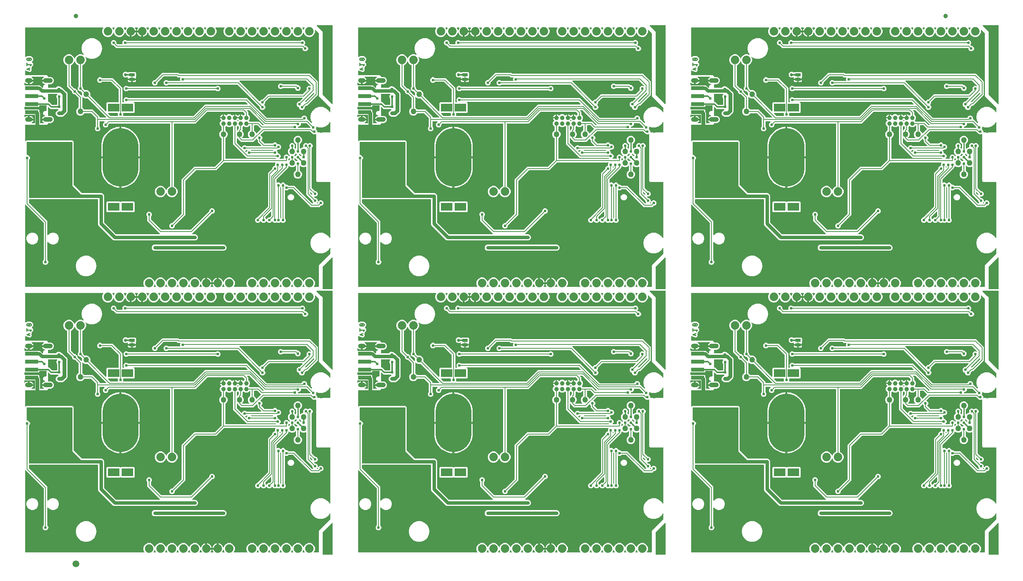
<source format=gbl>
G04 EAGLE Gerber RS-274X export*
G75*
%MOMM*%
%FSLAX34Y34*%
%LPD*%
%INBottom Copper*%
%IPPOS*%
%AMOC8*
5,1,8,0,0,1.08239X$1,22.5*%
G01*
%ADD10C,0.254000*%
%ADD11C,1.000000*%
%ADD12R,3.000000X0.900000*%
%ADD13C,1.270000*%
%ADD14C,1.000000*%
%ADD15R,2.540000X1.778000*%
%ADD16C,8.000000*%
%ADD17C,1.879600*%
%ADD18R,1.270000X0.635000*%
%ADD19R,0.254000X0.406400*%
%ADD20C,1.500000*%
%ADD21C,0.609600*%
%ADD22C,0.203200*%
%ADD23C,0.762000*%
%ADD24C,0.812800*%
%ADD25C,0.304800*%
%ADD26C,0.685800*%

G36*
X1746379Y4081D02*
X1746379Y4081D01*
X1746493Y4091D01*
X1746519Y4101D01*
X1746547Y4105D01*
X1746652Y4152D01*
X1746759Y4193D01*
X1746781Y4209D01*
X1746806Y4221D01*
X1746894Y4295D01*
X1746985Y4364D01*
X1747002Y4387D01*
X1747023Y4404D01*
X1747087Y4500D01*
X1747156Y4592D01*
X1747165Y4618D01*
X1747181Y4641D01*
X1747215Y4751D01*
X1747256Y4858D01*
X1747258Y4886D01*
X1747266Y4912D01*
X1747269Y5027D01*
X1747279Y5141D01*
X1747273Y5166D01*
X1747274Y5196D01*
X1747207Y5453D01*
X1747203Y5469D01*
X1745233Y10224D01*
X1745233Y15176D01*
X1747128Y19751D01*
X1750629Y23252D01*
X1755204Y25147D01*
X1760156Y25147D01*
X1764731Y23252D01*
X1768232Y19751D01*
X1769442Y16829D01*
X1769457Y16804D01*
X1769466Y16776D01*
X1769529Y16681D01*
X1769587Y16584D01*
X1769608Y16564D01*
X1769624Y16539D01*
X1769711Y16466D01*
X1769793Y16389D01*
X1769819Y16375D01*
X1769842Y16356D01*
X1769945Y16310D01*
X1770046Y16259D01*
X1770075Y16253D01*
X1770102Y16241D01*
X1770214Y16225D01*
X1770325Y16204D01*
X1770354Y16206D01*
X1770383Y16202D01*
X1770495Y16218D01*
X1770608Y16228D01*
X1770635Y16239D01*
X1770665Y16243D01*
X1770768Y16289D01*
X1770873Y16330D01*
X1770897Y16348D01*
X1770924Y16360D01*
X1771010Y16433D01*
X1771100Y16502D01*
X1771118Y16525D01*
X1771140Y16544D01*
X1771182Y16611D01*
X1771270Y16729D01*
X1771292Y16788D01*
X1771318Y16829D01*
X1772528Y19751D01*
X1776029Y23252D01*
X1780604Y25147D01*
X1785556Y25147D01*
X1790131Y23252D01*
X1793632Y19751D01*
X1794842Y16829D01*
X1794857Y16804D01*
X1794866Y16776D01*
X1794929Y16681D01*
X1794987Y16584D01*
X1795008Y16564D01*
X1795024Y16539D01*
X1795111Y16466D01*
X1795193Y16389D01*
X1795219Y16375D01*
X1795242Y16356D01*
X1795345Y16310D01*
X1795446Y16259D01*
X1795475Y16253D01*
X1795502Y16241D01*
X1795614Y16225D01*
X1795725Y16204D01*
X1795754Y16206D01*
X1795783Y16202D01*
X1795895Y16218D01*
X1796008Y16228D01*
X1796035Y16239D01*
X1796065Y16243D01*
X1796168Y16289D01*
X1796273Y16330D01*
X1796297Y16348D01*
X1796324Y16360D01*
X1796410Y16433D01*
X1796500Y16502D01*
X1796518Y16525D01*
X1796540Y16544D01*
X1796582Y16611D01*
X1796670Y16729D01*
X1796692Y16788D01*
X1796718Y16829D01*
X1797928Y19751D01*
X1801429Y23252D01*
X1806004Y25147D01*
X1810956Y25147D01*
X1815531Y23252D01*
X1819032Y19751D01*
X1820242Y16829D01*
X1820257Y16804D01*
X1820266Y16776D01*
X1820329Y16681D01*
X1820387Y16584D01*
X1820408Y16564D01*
X1820424Y16539D01*
X1820511Y16466D01*
X1820593Y16389D01*
X1820619Y16375D01*
X1820642Y16356D01*
X1820745Y16310D01*
X1820846Y16259D01*
X1820875Y16253D01*
X1820902Y16241D01*
X1821014Y16225D01*
X1821125Y16204D01*
X1821154Y16206D01*
X1821183Y16202D01*
X1821295Y16218D01*
X1821408Y16228D01*
X1821435Y16239D01*
X1821465Y16243D01*
X1821568Y16289D01*
X1821673Y16330D01*
X1821697Y16348D01*
X1821724Y16360D01*
X1821810Y16433D01*
X1821900Y16502D01*
X1821918Y16525D01*
X1821940Y16544D01*
X1821982Y16611D01*
X1822070Y16729D01*
X1822092Y16788D01*
X1822118Y16829D01*
X1823328Y19751D01*
X1826829Y23252D01*
X1831404Y25147D01*
X1836356Y25147D01*
X1840931Y23252D01*
X1844432Y19751D01*
X1845642Y16829D01*
X1845657Y16804D01*
X1845666Y16776D01*
X1845729Y16681D01*
X1845787Y16584D01*
X1845808Y16564D01*
X1845824Y16539D01*
X1845911Y16466D01*
X1845993Y16389D01*
X1846019Y16375D01*
X1846042Y16356D01*
X1846145Y16310D01*
X1846246Y16259D01*
X1846275Y16253D01*
X1846302Y16241D01*
X1846414Y16225D01*
X1846525Y16204D01*
X1846554Y16206D01*
X1846583Y16202D01*
X1846695Y16218D01*
X1846808Y16228D01*
X1846835Y16239D01*
X1846865Y16243D01*
X1846968Y16289D01*
X1847073Y16330D01*
X1847097Y16348D01*
X1847124Y16360D01*
X1847210Y16433D01*
X1847300Y16502D01*
X1847318Y16525D01*
X1847340Y16544D01*
X1847382Y16611D01*
X1847470Y16729D01*
X1847492Y16788D01*
X1847518Y16829D01*
X1848728Y19751D01*
X1852229Y23252D01*
X1856804Y25147D01*
X1861756Y25147D01*
X1866331Y23252D01*
X1869832Y19751D01*
X1871349Y16089D01*
X1871384Y16029D01*
X1871410Y15965D01*
X1871456Y15907D01*
X1871493Y15844D01*
X1871543Y15796D01*
X1871586Y15742D01*
X1871646Y15699D01*
X1871700Y15649D01*
X1871761Y15617D01*
X1871818Y15577D01*
X1871887Y15552D01*
X1871953Y15518D01*
X1872020Y15505D01*
X1872086Y15482D01*
X1872159Y15478D01*
X1872231Y15463D01*
X1872300Y15469D01*
X1872369Y15465D01*
X1872441Y15481D01*
X1872515Y15488D01*
X1872579Y15513D01*
X1872647Y15528D01*
X1872711Y15563D01*
X1872780Y15590D01*
X1872835Y15632D01*
X1872896Y15665D01*
X1872948Y15717D01*
X1873007Y15761D01*
X1873048Y15817D01*
X1873097Y15866D01*
X1873126Y15921D01*
X1873177Y15989D01*
X1873196Y16040D01*
X1873209Y16059D01*
X1873226Y16113D01*
X1873252Y16163D01*
X1873616Y17283D01*
X1874469Y18957D01*
X1875574Y20478D01*
X1876902Y21806D01*
X1878423Y22911D01*
X1880097Y23764D01*
X1881884Y24345D01*
X1882649Y24466D01*
X1882649Y13716D01*
X1882657Y13658D01*
X1882655Y13600D01*
X1882677Y13518D01*
X1882689Y13435D01*
X1882713Y13381D01*
X1882727Y13325D01*
X1882770Y13252D01*
X1882805Y13175D01*
X1882843Y13131D01*
X1882873Y13080D01*
X1882934Y13023D01*
X1882989Y12958D01*
X1883037Y12926D01*
X1883080Y12886D01*
X1883155Y12847D01*
X1883225Y12801D01*
X1883281Y12783D01*
X1883333Y12756D01*
X1883401Y12745D01*
X1883496Y12715D01*
X1883596Y12712D01*
X1883664Y12701D01*
X1884681Y12701D01*
X1884681Y11684D01*
X1884689Y11626D01*
X1884688Y11568D01*
X1884709Y11486D01*
X1884721Y11403D01*
X1884745Y11349D01*
X1884759Y11293D01*
X1884802Y11220D01*
X1884837Y11143D01*
X1884875Y11098D01*
X1884905Y11048D01*
X1884966Y10990D01*
X1885021Y10926D01*
X1885069Y10894D01*
X1885112Y10854D01*
X1885187Y10815D01*
X1885257Y10769D01*
X1885313Y10751D01*
X1885365Y10724D01*
X1885433Y10713D01*
X1885528Y10683D01*
X1885628Y10680D01*
X1885696Y10669D01*
X1896567Y10669D01*
X1896558Y10656D01*
X1896484Y10554D01*
X1896479Y10539D01*
X1896469Y10524D01*
X1896380Y10254D01*
X1896380Y10245D01*
X1896377Y10236D01*
X1896325Y9904D01*
X1895744Y8117D01*
X1894891Y6443D01*
X1894334Y5677D01*
X1894291Y5595D01*
X1894240Y5519D01*
X1894225Y5470D01*
X1894201Y5426D01*
X1894182Y5336D01*
X1894154Y5248D01*
X1894153Y5197D01*
X1894143Y5147D01*
X1894149Y5056D01*
X1894147Y4964D01*
X1894160Y4915D01*
X1894164Y4864D01*
X1894196Y4777D01*
X1894219Y4689D01*
X1894245Y4645D01*
X1894263Y4597D01*
X1894317Y4523D01*
X1894364Y4444D01*
X1894401Y4409D01*
X1894431Y4369D01*
X1894504Y4313D01*
X1894572Y4250D01*
X1894617Y4227D01*
X1894657Y4196D01*
X1894743Y4162D01*
X1894825Y4120D01*
X1894869Y4113D01*
X1894922Y4092D01*
X1895080Y4077D01*
X1895156Y4065D01*
X1899604Y4065D01*
X1899695Y4078D01*
X1899787Y4081D01*
X1899836Y4097D01*
X1899886Y4105D01*
X1899970Y4142D01*
X1900057Y4171D01*
X1900099Y4200D01*
X1900145Y4221D01*
X1900215Y4280D01*
X1900291Y4332D01*
X1900323Y4372D01*
X1900362Y4404D01*
X1900413Y4481D01*
X1900472Y4552D01*
X1900492Y4599D01*
X1900520Y4641D01*
X1900548Y4729D01*
X1900584Y4813D01*
X1900590Y4864D01*
X1900606Y4912D01*
X1900608Y5004D01*
X1900619Y5095D01*
X1900612Y5146D01*
X1900613Y5196D01*
X1900590Y5285D01*
X1900575Y5376D01*
X1900555Y5416D01*
X1900541Y5471D01*
X1900460Y5608D01*
X1900426Y5677D01*
X1899869Y6443D01*
X1899016Y8117D01*
X1898435Y9904D01*
X1898383Y10236D01*
X1898346Y10355D01*
X1898313Y10477D01*
X1898304Y10491D01*
X1898299Y10507D01*
X1898231Y10613D01*
X1898197Y10669D01*
X1909064Y10669D01*
X1909122Y10677D01*
X1909180Y10675D01*
X1909262Y10697D01*
X1909345Y10709D01*
X1909399Y10733D01*
X1909455Y10747D01*
X1909528Y10790D01*
X1909605Y10825D01*
X1909649Y10863D01*
X1909700Y10893D01*
X1909757Y10954D01*
X1909822Y11009D01*
X1909854Y11057D01*
X1909894Y11100D01*
X1909933Y11175D01*
X1909979Y11245D01*
X1909997Y11301D01*
X1910024Y11353D01*
X1910035Y11421D01*
X1910065Y11516D01*
X1910068Y11616D01*
X1910079Y11684D01*
X1910079Y12701D01*
X1911096Y12701D01*
X1911154Y12709D01*
X1911212Y12708D01*
X1911294Y12729D01*
X1911377Y12741D01*
X1911431Y12765D01*
X1911487Y12779D01*
X1911560Y12822D01*
X1911637Y12857D01*
X1911682Y12895D01*
X1911732Y12925D01*
X1911790Y12986D01*
X1911854Y13041D01*
X1911886Y13089D01*
X1911926Y13132D01*
X1911965Y13207D01*
X1912011Y13277D01*
X1912029Y13333D01*
X1912056Y13385D01*
X1912067Y13453D01*
X1912097Y13548D01*
X1912100Y13648D01*
X1912111Y13716D01*
X1912111Y24466D01*
X1912876Y24345D01*
X1914663Y23764D01*
X1916337Y22911D01*
X1917858Y21806D01*
X1919186Y20478D01*
X1920291Y18957D01*
X1921144Y17283D01*
X1921508Y16163D01*
X1921523Y16132D01*
X1921530Y16107D01*
X1921544Y16082D01*
X1921559Y16035D01*
X1921600Y15974D01*
X1921633Y15908D01*
X1921679Y15857D01*
X1921718Y15799D01*
X1921774Y15752D01*
X1921823Y15697D01*
X1921882Y15661D01*
X1921935Y15616D01*
X1922002Y15586D01*
X1922065Y15548D01*
X1922132Y15529D01*
X1922195Y15501D01*
X1922268Y15491D01*
X1922339Y15471D01*
X1922408Y15471D01*
X1922476Y15462D01*
X1922549Y15472D01*
X1922623Y15473D01*
X1922690Y15493D01*
X1922758Y15503D01*
X1922825Y15533D01*
X1922896Y15554D01*
X1922954Y15591D01*
X1923017Y15620D01*
X1923073Y15667D01*
X1923135Y15707D01*
X1923181Y15759D01*
X1923233Y15804D01*
X1923266Y15857D01*
X1923323Y15921D01*
X1923364Y16009D01*
X1923398Y16059D01*
X1923402Y16074D01*
X1923411Y16089D01*
X1924928Y19751D01*
X1928429Y23252D01*
X1933004Y25147D01*
X1937956Y25147D01*
X1942531Y23252D01*
X1946032Y19751D01*
X1947927Y15176D01*
X1947927Y10224D01*
X1945957Y5469D01*
X1945928Y5357D01*
X1945894Y5248D01*
X1945893Y5220D01*
X1945886Y5193D01*
X1945889Y5079D01*
X1945886Y4964D01*
X1945893Y4937D01*
X1945894Y4909D01*
X1945929Y4800D01*
X1945958Y4689D01*
X1945972Y4665D01*
X1945981Y4638D01*
X1946045Y4543D01*
X1946103Y4444D01*
X1946124Y4425D01*
X1946139Y4402D01*
X1946227Y4328D01*
X1946311Y4250D01*
X1946335Y4237D01*
X1946357Y4219D01*
X1946461Y4173D01*
X1946564Y4120D01*
X1946588Y4116D01*
X1946616Y4104D01*
X1946880Y4067D01*
X1946895Y4065D01*
X1974865Y4065D01*
X1974979Y4081D01*
X1975093Y4091D01*
X1975119Y4101D01*
X1975147Y4105D01*
X1975252Y4152D01*
X1975359Y4193D01*
X1975381Y4209D01*
X1975406Y4221D01*
X1975494Y4295D01*
X1975585Y4364D01*
X1975602Y4387D01*
X1975623Y4404D01*
X1975687Y4500D01*
X1975756Y4592D01*
X1975765Y4618D01*
X1975781Y4641D01*
X1975815Y4751D01*
X1975856Y4858D01*
X1975858Y4886D01*
X1975866Y4912D01*
X1975869Y5027D01*
X1975879Y5141D01*
X1975873Y5166D01*
X1975874Y5196D01*
X1975807Y5453D01*
X1975803Y5469D01*
X1973833Y10224D01*
X1973833Y15176D01*
X1975728Y19751D01*
X1979229Y23252D01*
X1983804Y25147D01*
X1988756Y25147D01*
X1993331Y23252D01*
X1996832Y19751D01*
X1998042Y16829D01*
X1998057Y16804D01*
X1998066Y16776D01*
X1998129Y16681D01*
X1998187Y16584D01*
X1998208Y16564D01*
X1998224Y16539D01*
X1998311Y16466D01*
X1998393Y16389D01*
X1998419Y16375D01*
X1998442Y16356D01*
X1998545Y16310D01*
X1998646Y16259D01*
X1998675Y16253D01*
X1998702Y16241D01*
X1998814Y16225D01*
X1998925Y16204D01*
X1998954Y16206D01*
X1998983Y16202D01*
X1999095Y16218D01*
X1999208Y16228D01*
X1999235Y16239D01*
X1999264Y16243D01*
X1999368Y16289D01*
X1999473Y16330D01*
X1999497Y16348D01*
X1999524Y16360D01*
X1999610Y16433D01*
X1999700Y16502D01*
X1999718Y16525D01*
X1999740Y16544D01*
X1999782Y16611D01*
X1999870Y16729D01*
X1999892Y16788D01*
X1999918Y16829D01*
X2001128Y19751D01*
X2004629Y23252D01*
X2009204Y25147D01*
X2014156Y25147D01*
X2018731Y23252D01*
X2022232Y19751D01*
X2023442Y16829D01*
X2023457Y16804D01*
X2023466Y16776D01*
X2023529Y16681D01*
X2023587Y16584D01*
X2023608Y16564D01*
X2023624Y16539D01*
X2023711Y16466D01*
X2023793Y16389D01*
X2023819Y16375D01*
X2023842Y16356D01*
X2023945Y16310D01*
X2024046Y16259D01*
X2024075Y16253D01*
X2024102Y16241D01*
X2024214Y16225D01*
X2024325Y16204D01*
X2024354Y16206D01*
X2024383Y16202D01*
X2024495Y16218D01*
X2024608Y16228D01*
X2024635Y16239D01*
X2024664Y16243D01*
X2024768Y16289D01*
X2024873Y16330D01*
X2024897Y16348D01*
X2024924Y16360D01*
X2025010Y16433D01*
X2025100Y16502D01*
X2025118Y16525D01*
X2025140Y16544D01*
X2025182Y16611D01*
X2025270Y16729D01*
X2025292Y16788D01*
X2025318Y16829D01*
X2026528Y19751D01*
X2030029Y23252D01*
X2034604Y25147D01*
X2039556Y25147D01*
X2044131Y23252D01*
X2047632Y19751D01*
X2048842Y16829D01*
X2048857Y16804D01*
X2048866Y16776D01*
X2048929Y16681D01*
X2048987Y16584D01*
X2049008Y16564D01*
X2049024Y16539D01*
X2049111Y16466D01*
X2049193Y16389D01*
X2049219Y16375D01*
X2049242Y16356D01*
X2049345Y16310D01*
X2049446Y16259D01*
X2049475Y16253D01*
X2049502Y16241D01*
X2049614Y16225D01*
X2049725Y16204D01*
X2049754Y16206D01*
X2049783Y16202D01*
X2049895Y16218D01*
X2050008Y16228D01*
X2050035Y16239D01*
X2050064Y16243D01*
X2050168Y16289D01*
X2050273Y16330D01*
X2050297Y16348D01*
X2050324Y16360D01*
X2050410Y16433D01*
X2050500Y16502D01*
X2050518Y16525D01*
X2050540Y16544D01*
X2050582Y16611D01*
X2050670Y16729D01*
X2050692Y16788D01*
X2050718Y16829D01*
X2051928Y19751D01*
X2055429Y23252D01*
X2060004Y25147D01*
X2064956Y25147D01*
X2069531Y23252D01*
X2073032Y19751D01*
X2074242Y16829D01*
X2074257Y16804D01*
X2074266Y16776D01*
X2074329Y16681D01*
X2074387Y16584D01*
X2074408Y16564D01*
X2074424Y16539D01*
X2074511Y16466D01*
X2074593Y16389D01*
X2074619Y16375D01*
X2074642Y16356D01*
X2074745Y16310D01*
X2074846Y16259D01*
X2074875Y16253D01*
X2074902Y16241D01*
X2075014Y16225D01*
X2075125Y16204D01*
X2075154Y16206D01*
X2075183Y16202D01*
X2075295Y16218D01*
X2075408Y16228D01*
X2075435Y16239D01*
X2075464Y16243D01*
X2075568Y16289D01*
X2075673Y16330D01*
X2075697Y16348D01*
X2075724Y16360D01*
X2075810Y16433D01*
X2075900Y16502D01*
X2075918Y16525D01*
X2075940Y16544D01*
X2075982Y16611D01*
X2076070Y16729D01*
X2076092Y16788D01*
X2076118Y16829D01*
X2077328Y19751D01*
X2080829Y23252D01*
X2085404Y25147D01*
X2090356Y25147D01*
X2094931Y23252D01*
X2098432Y19751D01*
X2099642Y16829D01*
X2099657Y16804D01*
X2099666Y16776D01*
X2099729Y16681D01*
X2099787Y16584D01*
X2099808Y16564D01*
X2099824Y16539D01*
X2099911Y16466D01*
X2099993Y16389D01*
X2100019Y16375D01*
X2100042Y16356D01*
X2100145Y16310D01*
X2100246Y16259D01*
X2100275Y16253D01*
X2100302Y16241D01*
X2100414Y16225D01*
X2100525Y16204D01*
X2100554Y16206D01*
X2100583Y16202D01*
X2100695Y16218D01*
X2100808Y16228D01*
X2100835Y16239D01*
X2100864Y16243D01*
X2100968Y16289D01*
X2101073Y16330D01*
X2101097Y16348D01*
X2101124Y16360D01*
X2101210Y16433D01*
X2101300Y16502D01*
X2101318Y16525D01*
X2101340Y16544D01*
X2101382Y16611D01*
X2101470Y16729D01*
X2101492Y16788D01*
X2101518Y16829D01*
X2102728Y19751D01*
X2106229Y23252D01*
X2110804Y25147D01*
X2115756Y25147D01*
X2120331Y23252D01*
X2123832Y19751D01*
X2125727Y15176D01*
X2125727Y10224D01*
X2123757Y5469D01*
X2123728Y5357D01*
X2123694Y5248D01*
X2123693Y5220D01*
X2123686Y5193D01*
X2123689Y5079D01*
X2123686Y4964D01*
X2123693Y4937D01*
X2123694Y4909D01*
X2123729Y4800D01*
X2123758Y4689D01*
X2123772Y4665D01*
X2123781Y4638D01*
X2123845Y4543D01*
X2123903Y4444D01*
X2123924Y4425D01*
X2123939Y4402D01*
X2124027Y4328D01*
X2124111Y4250D01*
X2124135Y4237D01*
X2124157Y4219D01*
X2124261Y4173D01*
X2124364Y4120D01*
X2124388Y4116D01*
X2124416Y4104D01*
X2124680Y4067D01*
X2124695Y4065D01*
X2133600Y4065D01*
X2133658Y4073D01*
X2133716Y4071D01*
X2133798Y4093D01*
X2133882Y4105D01*
X2133935Y4128D01*
X2133991Y4143D01*
X2134064Y4186D01*
X2134141Y4221D01*
X2134186Y4259D01*
X2134236Y4288D01*
X2134294Y4350D01*
X2134358Y4404D01*
X2134390Y4453D01*
X2134430Y4496D01*
X2134469Y4571D01*
X2134516Y4641D01*
X2134533Y4697D01*
X2134560Y4749D01*
X2134571Y4817D01*
X2134601Y4912D01*
X2134604Y5012D01*
X2134615Y5080D01*
X2134615Y52484D01*
X2159718Y77586D01*
X2159770Y77656D01*
X2159830Y77720D01*
X2159856Y77769D01*
X2159889Y77814D01*
X2159920Y77895D01*
X2159960Y77973D01*
X2159968Y78021D01*
X2159990Y78079D01*
X2160002Y78227D01*
X2160015Y78304D01*
X2160015Y89551D01*
X2160013Y89571D01*
X2160015Y89590D01*
X2159993Y89711D01*
X2159975Y89833D01*
X2159967Y89851D01*
X2159964Y89870D01*
X2159909Y89980D01*
X2159859Y90092D01*
X2159847Y90107D01*
X2159838Y90125D01*
X2159755Y90216D01*
X2159676Y90309D01*
X2159659Y90320D01*
X2159646Y90335D01*
X2159541Y90399D01*
X2159439Y90467D01*
X2159420Y90473D01*
X2159404Y90483D01*
X2159285Y90516D01*
X2159168Y90553D01*
X2159148Y90553D01*
X2159129Y90558D01*
X2159007Y90557D01*
X2158884Y90560D01*
X2158865Y90555D01*
X2158845Y90555D01*
X2158727Y90519D01*
X2158609Y90488D01*
X2158592Y90478D01*
X2158573Y90472D01*
X2158470Y90406D01*
X2158364Y90343D01*
X2158351Y90329D01*
X2158334Y90318D01*
X2158288Y90261D01*
X2158170Y90136D01*
X2158146Y90090D01*
X2158121Y90059D01*
X2156265Y86844D01*
X2150158Y81720D01*
X2142666Y78993D01*
X2134694Y78993D01*
X2127202Y81720D01*
X2121095Y86844D01*
X2117109Y93749D01*
X2115725Y101600D01*
X2117109Y109451D01*
X2121095Y116355D01*
X2127202Y121480D01*
X2134694Y124207D01*
X2142666Y124207D01*
X2150158Y121480D01*
X2156265Y116356D01*
X2158121Y113141D01*
X2158133Y113126D01*
X2158141Y113108D01*
X2158220Y113014D01*
X2158296Y112917D01*
X2158312Y112906D01*
X2158325Y112891D01*
X2158427Y112822D01*
X2158526Y112751D01*
X2158545Y112744D01*
X2158561Y112733D01*
X2158679Y112696D01*
X2158794Y112654D01*
X2158814Y112653D01*
X2158832Y112647D01*
X2158955Y112644D01*
X2159078Y112636D01*
X2159097Y112641D01*
X2159116Y112640D01*
X2159235Y112671D01*
X2159355Y112698D01*
X2159373Y112707D01*
X2159391Y112712D01*
X2159497Y112774D01*
X2159605Y112833D01*
X2159619Y112847D01*
X2159636Y112857D01*
X2159720Y112947D01*
X2159807Y113033D01*
X2159817Y113050D01*
X2159830Y113064D01*
X2159886Y113174D01*
X2159946Y113281D01*
X2159951Y113300D01*
X2159960Y113318D01*
X2159972Y113390D01*
X2160011Y113558D01*
X2160009Y113609D01*
X2160015Y113649D01*
X2160015Y236220D01*
X2160007Y236278D01*
X2160009Y236336D01*
X2159987Y236418D01*
X2159975Y236502D01*
X2159952Y236555D01*
X2159937Y236611D01*
X2159894Y236684D01*
X2159859Y236761D01*
X2159821Y236806D01*
X2159792Y236856D01*
X2159730Y236914D01*
X2159676Y236978D01*
X2159627Y237010D01*
X2159584Y237050D01*
X2159509Y237089D01*
X2159439Y237136D01*
X2159383Y237153D01*
X2159331Y237180D01*
X2159263Y237191D01*
X2159168Y237221D01*
X2159068Y237224D01*
X2159000Y237235D01*
X2130646Y237235D01*
X2128265Y239616D01*
X2128265Y342604D01*
X2128249Y342718D01*
X2128239Y342832D01*
X2128229Y342858D01*
X2128225Y342886D01*
X2128178Y342990D01*
X2128137Y343098D01*
X2128121Y343120D01*
X2128109Y343145D01*
X2128035Y343233D01*
X2127966Y343324D01*
X2127943Y343341D01*
X2127926Y343362D01*
X2127830Y343426D01*
X2127738Y343494D01*
X2127712Y343504D01*
X2127689Y343520D01*
X2127579Y343554D01*
X2127472Y343595D01*
X2127444Y343597D01*
X2127418Y343605D01*
X2127303Y343608D01*
X2127189Y343618D01*
X2127164Y343612D01*
X2127134Y343613D01*
X2126877Y343546D01*
X2126861Y343542D01*
X2125923Y343153D01*
X2123497Y343153D01*
X2121256Y344081D01*
X2120450Y344888D01*
X2120380Y344940D01*
X2120316Y345000D01*
X2120267Y345026D01*
X2120223Y345059D01*
X2120141Y345090D01*
X2120063Y345130D01*
X2120016Y345138D01*
X2119957Y345160D01*
X2119809Y345172D01*
X2119732Y345185D01*
X2119216Y345185D01*
X2115323Y349079D01*
X2115253Y349131D01*
X2115189Y349191D01*
X2115140Y349217D01*
X2115095Y349250D01*
X2115014Y349281D01*
X2114936Y349321D01*
X2114888Y349329D01*
X2114830Y349351D01*
X2114682Y349363D01*
X2114605Y349376D01*
X2012895Y349376D01*
X2012809Y349364D01*
X2012721Y349361D01*
X2012669Y349344D01*
X2012614Y349336D01*
X2012534Y349301D01*
X2012451Y349274D01*
X2012411Y349246D01*
X2012354Y349220D01*
X2012241Y349124D01*
X2012177Y349079D01*
X2005411Y342313D01*
X2005342Y342221D01*
X2005268Y342133D01*
X2005257Y342108D01*
X2005240Y342086D01*
X2005199Y341978D01*
X2005153Y341873D01*
X2005149Y341846D01*
X2005139Y341820D01*
X2005130Y341705D01*
X2005114Y341592D01*
X2005118Y341564D01*
X2005115Y341537D01*
X2005138Y341424D01*
X2005154Y341310D01*
X2005166Y341285D01*
X2005171Y341258D01*
X2005224Y341156D01*
X2005272Y341051D01*
X2005290Y341030D01*
X2005302Y341006D01*
X2005381Y340922D01*
X2005456Y340835D01*
X2005477Y340822D01*
X2005498Y340799D01*
X2005728Y340665D01*
X2005741Y340657D01*
X2005743Y340656D01*
X2006244Y340449D01*
X2007959Y338734D01*
X2008887Y336493D01*
X2008887Y334067D01*
X2007959Y331826D01*
X2007152Y331020D01*
X2007100Y330950D01*
X2007040Y330886D01*
X2007014Y330837D01*
X2006981Y330793D01*
X2006950Y330711D01*
X2006910Y330633D01*
X2006902Y330586D01*
X2006880Y330527D01*
X2006868Y330379D01*
X2006855Y330302D01*
X2006855Y329764D01*
X2006867Y329678D01*
X2006870Y329590D01*
X2006887Y329538D01*
X2006895Y329483D01*
X2006930Y329403D01*
X2006957Y329320D01*
X2006985Y329280D01*
X2007011Y329223D01*
X2007107Y329110D01*
X2007152Y329046D01*
X2013066Y323132D01*
X2013136Y323080D01*
X2013200Y323020D01*
X2013249Y322994D01*
X2013294Y322961D01*
X2013375Y322930D01*
X2013453Y322890D01*
X2013501Y322882D01*
X2013559Y322860D01*
X2013707Y322848D01*
X2013784Y322835D01*
X2032102Y322835D01*
X2032189Y322847D01*
X2032276Y322850D01*
X2032329Y322867D01*
X2032384Y322875D01*
X2032463Y322910D01*
X2032547Y322937D01*
X2032586Y322965D01*
X2032643Y322991D01*
X2032756Y323087D01*
X2032820Y323132D01*
X2033626Y323939D01*
X2035867Y324867D01*
X2038293Y324867D01*
X2040534Y323939D01*
X2042249Y322224D01*
X2042472Y321683D01*
X2042473Y321682D01*
X2042473Y321681D01*
X2042545Y321560D01*
X2042617Y321439D01*
X2042618Y321438D01*
X2042619Y321436D01*
X2042723Y321339D01*
X2042823Y321243D01*
X2042825Y321243D01*
X2042826Y321242D01*
X2042952Y321177D01*
X2043076Y321113D01*
X2043078Y321113D01*
X2043079Y321112D01*
X2043094Y321110D01*
X2043355Y321058D01*
X2043386Y321061D01*
X2043410Y321057D01*
X2045913Y321057D01*
X2048154Y320129D01*
X2049869Y318414D01*
X2050797Y316173D01*
X2050797Y313747D01*
X2049869Y311506D01*
X2048154Y309791D01*
X2045913Y308863D01*
X2044772Y308863D01*
X2044686Y308851D01*
X2044598Y308848D01*
X2044546Y308831D01*
X2044491Y308823D01*
X2044411Y308788D01*
X2044328Y308761D01*
X2044288Y308733D01*
X2044231Y308707D01*
X2044118Y308611D01*
X2044054Y308566D01*
X2043844Y308355D01*
X2042058Y308355D01*
X2042029Y308351D01*
X2042000Y308354D01*
X2041888Y308331D01*
X2041776Y308315D01*
X2041750Y308303D01*
X2041721Y308298D01*
X2041620Y308245D01*
X2041517Y308199D01*
X2041495Y308180D01*
X2041468Y308167D01*
X2041386Y308089D01*
X2041300Y308016D01*
X2041284Y307991D01*
X2041262Y307971D01*
X2041205Y307873D01*
X2041142Y307779D01*
X2041133Y307751D01*
X2041119Y307726D01*
X2041091Y307616D01*
X2041057Y307508D01*
X2041056Y307478D01*
X2041049Y307450D01*
X2041052Y307337D01*
X2041049Y307224D01*
X2041057Y307195D01*
X2041058Y307166D01*
X2041093Y307058D01*
X2041121Y306949D01*
X2041136Y306923D01*
X2041145Y306895D01*
X2041191Y306831D01*
X2041266Y306704D01*
X2041312Y306661D01*
X2041340Y306622D01*
X2042249Y305714D01*
X2043177Y303473D01*
X2043177Y301752D01*
X2043184Y301699D01*
X2043183Y301667D01*
X2043184Y301664D01*
X2043183Y301636D01*
X2043205Y301554D01*
X2043217Y301470D01*
X2043240Y301417D01*
X2043255Y301361D01*
X2043298Y301288D01*
X2043333Y301211D01*
X2043371Y301166D01*
X2043400Y301116D01*
X2043462Y301058D01*
X2043516Y300994D01*
X2043565Y300962D01*
X2043608Y300922D01*
X2043683Y300883D01*
X2043753Y300836D01*
X2043809Y300819D01*
X2043861Y300792D01*
X2043929Y300781D01*
X2044024Y300751D01*
X2044124Y300748D01*
X2044192Y300737D01*
X2044643Y300737D01*
X2046884Y299809D01*
X2048599Y298094D01*
X2049527Y295853D01*
X2049527Y293427D01*
X2048599Y291186D01*
X2047690Y290278D01*
X2047672Y290254D01*
X2047650Y290235D01*
X2047587Y290141D01*
X2047519Y290051D01*
X2047509Y290023D01*
X2047492Y289999D01*
X2047458Y289891D01*
X2047418Y289785D01*
X2047415Y289756D01*
X2047407Y289728D01*
X2047404Y289614D01*
X2047394Y289502D01*
X2047400Y289473D01*
X2047399Y289444D01*
X2047428Y289334D01*
X2047450Y289223D01*
X2047464Y289197D01*
X2047471Y289169D01*
X2047529Y289071D01*
X2047581Y288971D01*
X2047601Y288949D01*
X2047616Y288924D01*
X2047699Y288847D01*
X2047777Y288765D01*
X2047802Y288750D01*
X2047824Y288730D01*
X2047925Y288678D01*
X2048022Y288621D01*
X2048051Y288614D01*
X2048077Y288600D01*
X2048154Y288587D01*
X2048298Y288551D01*
X2048360Y288553D01*
X2048408Y288545D01*
X2055834Y288545D01*
X2055948Y288561D01*
X2056062Y288571D01*
X2056088Y288581D01*
X2056116Y288585D01*
X2056220Y288631D01*
X2056328Y288673D01*
X2056350Y288689D01*
X2056375Y288701D01*
X2056463Y288775D01*
X2056554Y288844D01*
X2056571Y288867D01*
X2056592Y288884D01*
X2056656Y288980D01*
X2056724Y289072D01*
X2056734Y289098D01*
X2056750Y289121D01*
X2056784Y289231D01*
X2056825Y289338D01*
X2056827Y289366D01*
X2056835Y289392D01*
X2056838Y289507D01*
X2056848Y289621D01*
X2056842Y289646D01*
X2056843Y289676D01*
X2056776Y289933D01*
X2056772Y289948D01*
X2056383Y290887D01*
X2056383Y293313D01*
X2057311Y295554D01*
X2059026Y297269D01*
X2061267Y298197D01*
X2063693Y298197D01*
X2065934Y297269D01*
X2067649Y295554D01*
X2067892Y294966D01*
X2067907Y294941D01*
X2067916Y294913D01*
X2067979Y294818D01*
X2068037Y294721D01*
X2068058Y294701D01*
X2068074Y294676D01*
X2068161Y294603D01*
X2068243Y294526D01*
X2068269Y294512D01*
X2068292Y294493D01*
X2068395Y294447D01*
X2068496Y294396D01*
X2068525Y294390D01*
X2068552Y294378D01*
X2068664Y294362D01*
X2068775Y294340D01*
X2068804Y294343D01*
X2068833Y294339D01*
X2068945Y294355D01*
X2069058Y294365D01*
X2069085Y294375D01*
X2069115Y294380D01*
X2069218Y294426D01*
X2069323Y294467D01*
X2069347Y294485D01*
X2069374Y294497D01*
X2069460Y294570D01*
X2069550Y294639D01*
X2069568Y294662D01*
X2069590Y294681D01*
X2069632Y294748D01*
X2069720Y294866D01*
X2069742Y294925D01*
X2069768Y294966D01*
X2070081Y295721D01*
X2070081Y295723D01*
X2070082Y295724D01*
X2070116Y295859D01*
X2070152Y295996D01*
X2070152Y295998D01*
X2070152Y295999D01*
X2070148Y296140D01*
X2070144Y296281D01*
X2070143Y296282D01*
X2070143Y296284D01*
X2070101Y296415D01*
X2070057Y296551D01*
X2070056Y296553D01*
X2070056Y296554D01*
X2070047Y296566D01*
X2069899Y296787D01*
X2069875Y296807D01*
X2069861Y296827D01*
X2067212Y299476D01*
X2065781Y302930D01*
X2065781Y306670D01*
X2067212Y310124D01*
X2069861Y312773D01*
X2069862Y312774D01*
X2069863Y312775D01*
X2069951Y312893D01*
X2070032Y313000D01*
X2070032Y313001D01*
X2070033Y313003D01*
X2070083Y313135D01*
X2070133Y313265D01*
X2070133Y313267D01*
X2070134Y313268D01*
X2070144Y313404D01*
X2070156Y313549D01*
X2070156Y313550D01*
X2070156Y313552D01*
X2070153Y313567D01*
X2070101Y313827D01*
X2070086Y313855D01*
X2070081Y313879D01*
X2069083Y316287D01*
X2069083Y318713D01*
X2070011Y320954D01*
X2071726Y322669D01*
X2073967Y323597D01*
X2076393Y323597D01*
X2078634Y322669D01*
X2080349Y320954D01*
X2081277Y318713D01*
X2081277Y316287D01*
X2080279Y313879D01*
X2080279Y313877D01*
X2080278Y313876D01*
X2080244Y313741D01*
X2080208Y313604D01*
X2080208Y313602D01*
X2080208Y313601D01*
X2080212Y313459D01*
X2080216Y313320D01*
X2080217Y313318D01*
X2080217Y313316D01*
X2080260Y313184D01*
X2080303Y313049D01*
X2080304Y313047D01*
X2080304Y313046D01*
X2080313Y313034D01*
X2080461Y312813D01*
X2080485Y312793D01*
X2080499Y312773D01*
X2081828Y311444D01*
X2081852Y311426D01*
X2081871Y311404D01*
X2081965Y311341D01*
X2082055Y311273D01*
X2082083Y311262D01*
X2082107Y311246D01*
X2082215Y311212D01*
X2082321Y311172D01*
X2082350Y311169D01*
X2082378Y311160D01*
X2082492Y311157D01*
X2082604Y311148D01*
X2082633Y311154D01*
X2082662Y311153D01*
X2082772Y311182D01*
X2082883Y311204D01*
X2082909Y311217D01*
X2082937Y311225D01*
X2083035Y311282D01*
X2083135Y311335D01*
X2083157Y311355D01*
X2083182Y311370D01*
X2083259Y311453D01*
X2083341Y311531D01*
X2083356Y311556D01*
X2083376Y311577D01*
X2083428Y311678D01*
X2083485Y311776D01*
X2083492Y311804D01*
X2083506Y311830D01*
X2083519Y311908D01*
X2083555Y312051D01*
X2083553Y312114D01*
X2083561Y312162D01*
X2083561Y321137D01*
X2083561Y321139D01*
X2083561Y321141D01*
X2083555Y321187D01*
X2083555Y321189D01*
X2083554Y321193D01*
X2083542Y321274D01*
X2083521Y321419D01*
X2083521Y321420D01*
X2083521Y321422D01*
X2083462Y321552D01*
X2083405Y321678D01*
X2083404Y321679D01*
X2083404Y321681D01*
X2083313Y321787D01*
X2083222Y321895D01*
X2083220Y321896D01*
X2083219Y321897D01*
X2083206Y321906D01*
X2082985Y322053D01*
X2082956Y322062D01*
X2082935Y322075D01*
X2082556Y322232D01*
X2079912Y324876D01*
X2078481Y328330D01*
X2078481Y332070D01*
X2079912Y335524D01*
X2082556Y338168D01*
X2086010Y339599D01*
X2089750Y339599D01*
X2093204Y338168D01*
X2095848Y335524D01*
X2097279Y332070D01*
X2097279Y328330D01*
X2095848Y324876D01*
X2093204Y322232D01*
X2092825Y322075D01*
X2092824Y322075D01*
X2092823Y322074D01*
X2092703Y322003D01*
X2092581Y321931D01*
X2092580Y321930D01*
X2092578Y321929D01*
X2092481Y321825D01*
X2092385Y321724D01*
X2092385Y321723D01*
X2092384Y321722D01*
X2092319Y321596D01*
X2092255Y321471D01*
X2092255Y321470D01*
X2092254Y321468D01*
X2092252Y321453D01*
X2092200Y321193D01*
X2092203Y321162D01*
X2092199Y321137D01*
X2092199Y312162D01*
X2092203Y312132D01*
X2092200Y312103D01*
X2092223Y311992D01*
X2092239Y311880D01*
X2092251Y311853D01*
X2092256Y311825D01*
X2092309Y311724D01*
X2092355Y311621D01*
X2092374Y311598D01*
X2092387Y311572D01*
X2092465Y311490D01*
X2092538Y311404D01*
X2092563Y311387D01*
X2092583Y311366D01*
X2092681Y311309D01*
X2092775Y311246D01*
X2092803Y311237D01*
X2092828Y311222D01*
X2092938Y311195D01*
X2093046Y311160D01*
X2093076Y311160D01*
X2093104Y311152D01*
X2093217Y311156D01*
X2093330Y311153D01*
X2093359Y311160D01*
X2093388Y311161D01*
X2093496Y311196D01*
X2093605Y311225D01*
X2093631Y311240D01*
X2093659Y311249D01*
X2093723Y311294D01*
X2093850Y311370D01*
X2093893Y311416D01*
X2093932Y311444D01*
X2095256Y312768D01*
X2098710Y314199D01*
X2098909Y314199D01*
X2099023Y314215D01*
X2099137Y314225D01*
X2099163Y314235D01*
X2099190Y314239D01*
X2099295Y314286D01*
X2099402Y314327D01*
X2099425Y314343D01*
X2099450Y314355D01*
X2099537Y314429D01*
X2099629Y314498D01*
X2099646Y314521D01*
X2099667Y314538D01*
X2099730Y314634D01*
X2099799Y314726D01*
X2099809Y314752D01*
X2099824Y314775D01*
X2099859Y314885D01*
X2099900Y314992D01*
X2099902Y315020D01*
X2099910Y315046D01*
X2099913Y315161D01*
X2099922Y315275D01*
X2099917Y315300D01*
X2099918Y315330D01*
X2099850Y315587D01*
X2099847Y315603D01*
X2099563Y316287D01*
X2099563Y318713D01*
X2100491Y320954D01*
X2102206Y322669D01*
X2104447Y323597D01*
X2106873Y323597D01*
X2109114Y322669D01*
X2109387Y322395D01*
X2109434Y322360D01*
X2109474Y322317D01*
X2109547Y322275D01*
X2109614Y322224D01*
X2109669Y322203D01*
X2109719Y322174D01*
X2109801Y322153D01*
X2109880Y322123D01*
X2109938Y322118D01*
X2109995Y322104D01*
X2110079Y322106D01*
X2110163Y322099D01*
X2110221Y322111D01*
X2110279Y322113D01*
X2110359Y322139D01*
X2110442Y322155D01*
X2110494Y322182D01*
X2110550Y322200D01*
X2110606Y322240D01*
X2110694Y322286D01*
X2110767Y322355D01*
X2110823Y322395D01*
X2111096Y322669D01*
X2113337Y323597D01*
X2115763Y323597D01*
X2118004Y322669D01*
X2119719Y320954D01*
X2120647Y318713D01*
X2120647Y316287D01*
X2119719Y314046D01*
X2118912Y313240D01*
X2118860Y313170D01*
X2118800Y313106D01*
X2118774Y313057D01*
X2118741Y313013D01*
X2118710Y312931D01*
X2118670Y312853D01*
X2118662Y312806D01*
X2118640Y312747D01*
X2118628Y312599D01*
X2118615Y312522D01*
X2118615Y224354D01*
X2118627Y224268D01*
X2118630Y224180D01*
X2118647Y224128D01*
X2118655Y224073D01*
X2118690Y223993D01*
X2118717Y223910D01*
X2118745Y223870D01*
X2118771Y223813D01*
X2118867Y223700D01*
X2118912Y223636D01*
X2125334Y217214D01*
X2125404Y217162D01*
X2125468Y217102D01*
X2125517Y217076D01*
X2125562Y217043D01*
X2125643Y217012D01*
X2125721Y216972D01*
X2125769Y216964D01*
X2125827Y216942D01*
X2125975Y216930D01*
X2126052Y216917D01*
X2127193Y216917D01*
X2129434Y215989D01*
X2131149Y214274D01*
X2132077Y212033D01*
X2132077Y209607D01*
X2131149Y207366D01*
X2129434Y205651D01*
X2127193Y204723D01*
X2125036Y204723D01*
X2125007Y204719D01*
X2124978Y204722D01*
X2124867Y204699D01*
X2124755Y204683D01*
X2124728Y204671D01*
X2124699Y204666D01*
X2124598Y204613D01*
X2124495Y204567D01*
X2124473Y204548D01*
X2124447Y204535D01*
X2124365Y204457D01*
X2124278Y204384D01*
X2124262Y204359D01*
X2124241Y204339D01*
X2124183Y204241D01*
X2124121Y204147D01*
X2124112Y204119D01*
X2124097Y204094D01*
X2124069Y203984D01*
X2124035Y203876D01*
X2124034Y203846D01*
X2124027Y203818D01*
X2124030Y203705D01*
X2124028Y203592D01*
X2124035Y203563D01*
X2124036Y203534D01*
X2124071Y203426D01*
X2124099Y203317D01*
X2124114Y203291D01*
X2124123Y203263D01*
X2124169Y203199D01*
X2124245Y203072D01*
X2124290Y203029D01*
X2124318Y202990D01*
X2125334Y201974D01*
X2125404Y201922D01*
X2125468Y201862D01*
X2125517Y201836D01*
X2125562Y201803D01*
X2125643Y201772D01*
X2125721Y201732D01*
X2125769Y201724D01*
X2125827Y201702D01*
X2125975Y201690D01*
X2126052Y201677D01*
X2127193Y201677D01*
X2129434Y200749D01*
X2131149Y199034D01*
X2132077Y196793D01*
X2132077Y194970D01*
X2132081Y194941D01*
X2132078Y194912D01*
X2132101Y194800D01*
X2132117Y194688D01*
X2132129Y194662D01*
X2132134Y194633D01*
X2132187Y194532D01*
X2132233Y194429D01*
X2132252Y194407D01*
X2132265Y194380D01*
X2132343Y194298D01*
X2132416Y194212D01*
X2132441Y194196D01*
X2132461Y194174D01*
X2132559Y194117D01*
X2132653Y194054D01*
X2132681Y194045D01*
X2132706Y194031D01*
X2132816Y194003D01*
X2132924Y193969D01*
X2132954Y193968D01*
X2132982Y193961D01*
X2133095Y193964D01*
X2133208Y193961D01*
X2133237Y193969D01*
X2133266Y193970D01*
X2133374Y194005D01*
X2133483Y194033D01*
X2133509Y194048D01*
X2133537Y194057D01*
X2133601Y194103D01*
X2133728Y194178D01*
X2133771Y194224D01*
X2133810Y194252D01*
X2135226Y195669D01*
X2137467Y196597D01*
X2139893Y196597D01*
X2142134Y195669D01*
X2143849Y193954D01*
X2144777Y191713D01*
X2144777Y189287D01*
X2143849Y187046D01*
X2142134Y185331D01*
X2139893Y184403D01*
X2138752Y184403D01*
X2138666Y184391D01*
X2138578Y184388D01*
X2138526Y184371D01*
X2138471Y184363D01*
X2138391Y184328D01*
X2138308Y184301D01*
X2138268Y184273D01*
X2138211Y184247D01*
X2138098Y184151D01*
X2138034Y184106D01*
X2135284Y181355D01*
X2116676Y181355D01*
X2077604Y220428D01*
X2077534Y220480D01*
X2077470Y220540D01*
X2077421Y220566D01*
X2077376Y220599D01*
X2077295Y220630D01*
X2077217Y220670D01*
X2077169Y220678D01*
X2077111Y220700D01*
X2076963Y220712D01*
X2076886Y220725D01*
X2067458Y220725D01*
X2067371Y220713D01*
X2067284Y220710D01*
X2067231Y220693D01*
X2067176Y220685D01*
X2067097Y220650D01*
X2067013Y220623D01*
X2066974Y220595D01*
X2066917Y220569D01*
X2066804Y220473D01*
X2066740Y220428D01*
X2065934Y219621D01*
X2063693Y218693D01*
X2061267Y218693D01*
X2060329Y219082D01*
X2060217Y219111D01*
X2060108Y219145D01*
X2060080Y219146D01*
X2060053Y219153D01*
X2059939Y219150D01*
X2059824Y219153D01*
X2059797Y219146D01*
X2059769Y219145D01*
X2059660Y219110D01*
X2059549Y219081D01*
X2059525Y219067D01*
X2059498Y219058D01*
X2059403Y218994D01*
X2059304Y218936D01*
X2059285Y218916D01*
X2059262Y218900D01*
X2059188Y218812D01*
X2059110Y218728D01*
X2059097Y218704D01*
X2059079Y218682D01*
X2059033Y218578D01*
X2058980Y218475D01*
X2058976Y218451D01*
X2058964Y218423D01*
X2058927Y218159D01*
X2058925Y218144D01*
X2058925Y157378D01*
X2058937Y157291D01*
X2058940Y157204D01*
X2058957Y157151D01*
X2058965Y157096D01*
X2059000Y157017D01*
X2059027Y156933D01*
X2059055Y156894D01*
X2059081Y156837D01*
X2059177Y156724D01*
X2059222Y156660D01*
X2060029Y155854D01*
X2060957Y153613D01*
X2060957Y151187D01*
X2060029Y148946D01*
X2058314Y147231D01*
X2056073Y146303D01*
X2053647Y146303D01*
X2051406Y147231D01*
X2050498Y148140D01*
X2050451Y148175D01*
X2050411Y148218D01*
X2050338Y148260D01*
X2050271Y148311D01*
X2050216Y148332D01*
X2050166Y148361D01*
X2050084Y148382D01*
X2050005Y148412D01*
X2049947Y148417D01*
X2049890Y148431D01*
X2049806Y148429D01*
X2049722Y148436D01*
X2049664Y148424D01*
X2049606Y148422D01*
X2049526Y148396D01*
X2049443Y148380D01*
X2049391Y148353D01*
X2049335Y148335D01*
X2049279Y148295D01*
X2049191Y148249D01*
X2049118Y148180D01*
X2049062Y148140D01*
X2048154Y147231D01*
X2045913Y146303D01*
X2043487Y146303D01*
X2041279Y147218D01*
X2041194Y147240D01*
X2041112Y147271D01*
X2041057Y147275D01*
X2041003Y147289D01*
X2040916Y147287D01*
X2040829Y147294D01*
X2040781Y147283D01*
X2040719Y147281D01*
X2040578Y147236D01*
X2040501Y147218D01*
X2038293Y146303D01*
X2035867Y146303D01*
X2033626Y147231D01*
X2031911Y148946D01*
X2031668Y149534D01*
X2031653Y149560D01*
X2031644Y149587D01*
X2031581Y149682D01*
X2031524Y149779D01*
X2031502Y149799D01*
X2031486Y149824D01*
X2031399Y149896D01*
X2031317Y149974D01*
X2031291Y149988D01*
X2031268Y150007D01*
X2031165Y150053D01*
X2031064Y150104D01*
X2031035Y150110D01*
X2031008Y150122D01*
X2030896Y150138D01*
X2030785Y150160D01*
X2030756Y150157D01*
X2030727Y150161D01*
X2030615Y150145D01*
X2030502Y150135D01*
X2030474Y150125D01*
X2030446Y150120D01*
X2030342Y150074D01*
X2030237Y150033D01*
X2030213Y150015D01*
X2030186Y150003D01*
X2030100Y149930D01*
X2030010Y149861D01*
X2029992Y149838D01*
X2029970Y149819D01*
X2029928Y149752D01*
X2029840Y149634D01*
X2029818Y149575D01*
X2029792Y149534D01*
X2029549Y148946D01*
X2027834Y147231D01*
X2025593Y146303D01*
X2023167Y146303D01*
X2020926Y147231D01*
X2019211Y148946D01*
X2018968Y149534D01*
X2018953Y149560D01*
X2018944Y149588D01*
X2018881Y149682D01*
X2018823Y149779D01*
X2018802Y149799D01*
X2018786Y149824D01*
X2018699Y149897D01*
X2018617Y149974D01*
X2018591Y149988D01*
X2018568Y150007D01*
X2018465Y150053D01*
X2018364Y150104D01*
X2018335Y150110D01*
X2018308Y150122D01*
X2018196Y150138D01*
X2018085Y150160D01*
X2018056Y150157D01*
X2018027Y150161D01*
X2017914Y150145D01*
X2017802Y150135D01*
X2017775Y150125D01*
X2017745Y150120D01*
X2017642Y150074D01*
X2017537Y150033D01*
X2017513Y150015D01*
X2017486Y150003D01*
X2017400Y149930D01*
X2017310Y149861D01*
X2017292Y149838D01*
X2017270Y149819D01*
X2017228Y149752D01*
X2017140Y149634D01*
X2017118Y149575D01*
X2017092Y149534D01*
X2016849Y148946D01*
X2015134Y147231D01*
X2012893Y146303D01*
X2010467Y146303D01*
X2008226Y147231D01*
X2006511Y148946D01*
X2006268Y149534D01*
X2006253Y149560D01*
X2006244Y149588D01*
X2006181Y149682D01*
X2006123Y149779D01*
X2006102Y149799D01*
X2006086Y149824D01*
X2005999Y149897D01*
X2005917Y149974D01*
X2005891Y149988D01*
X2005868Y150007D01*
X2005765Y150053D01*
X2005664Y150104D01*
X2005635Y150110D01*
X2005608Y150122D01*
X2005496Y150138D01*
X2005385Y150160D01*
X2005356Y150157D01*
X2005327Y150161D01*
X2005214Y150145D01*
X2005102Y150135D01*
X2005075Y150125D01*
X2005045Y150120D01*
X2004942Y150074D01*
X2004837Y150033D01*
X2004813Y150015D01*
X2004786Y150003D01*
X2004700Y149930D01*
X2004610Y149861D01*
X2004592Y149838D01*
X2004570Y149819D01*
X2004528Y149752D01*
X2004440Y149634D01*
X2004418Y149575D01*
X2004392Y149534D01*
X2004149Y148946D01*
X2002434Y147231D01*
X2000193Y146303D01*
X1997767Y146303D01*
X1995526Y147231D01*
X1993811Y148946D01*
X1992883Y151187D01*
X1992883Y153613D01*
X1993811Y155854D01*
X1995526Y157569D01*
X1997803Y158511D01*
X1997812Y158512D01*
X1997864Y158529D01*
X1997919Y158537D01*
X1997999Y158572D01*
X1998082Y158599D01*
X1998122Y158627D01*
X1998179Y158653D01*
X1998292Y158749D01*
X1998356Y158794D01*
X2021288Y181726D01*
X2021340Y181796D01*
X2021400Y181860D01*
X2021426Y181909D01*
X2021459Y181954D01*
X2021490Y182035D01*
X2021530Y182113D01*
X2021538Y182161D01*
X2021560Y182219D01*
X2021572Y182367D01*
X2021585Y182444D01*
X2021585Y256954D01*
X2030686Y266054D01*
X2030738Y266124D01*
X2030798Y266188D01*
X2030824Y266237D01*
X2030857Y266282D01*
X2030888Y266363D01*
X2030928Y266441D01*
X2030936Y266489D01*
X2030958Y266547D01*
X2030970Y266695D01*
X2030983Y266772D01*
X2030983Y267913D01*
X2031911Y270154D01*
X2033626Y271869D01*
X2035867Y272797D01*
X2036469Y272797D01*
X2036582Y272813D01*
X2036697Y272823D01*
X2036723Y272833D01*
X2036750Y272837D01*
X2036855Y272884D01*
X2036962Y272925D01*
X2036984Y272941D01*
X2037009Y272953D01*
X2037097Y273027D01*
X2037189Y273096D01*
X2037205Y273119D01*
X2037226Y273136D01*
X2037290Y273232D01*
X2037359Y273324D01*
X2037369Y273350D01*
X2037384Y273373D01*
X2037419Y273483D01*
X2037459Y273590D01*
X2037461Y273618D01*
X2037470Y273644D01*
X2037473Y273759D01*
X2037482Y273873D01*
X2037476Y273898D01*
X2037477Y273928D01*
X2037410Y274186D01*
X2037406Y274201D01*
X2037333Y274377D01*
X2037333Y276803D01*
X2038248Y279011D01*
X2038277Y279123D01*
X2038311Y279232D01*
X2038312Y279260D01*
X2038319Y279287D01*
X2038316Y279401D01*
X2038319Y279516D01*
X2038312Y279543D01*
X2038311Y279571D01*
X2038276Y279680D01*
X2038247Y279791D01*
X2038233Y279815D01*
X2038224Y279842D01*
X2038160Y279937D01*
X2038102Y280036D01*
X2038081Y280055D01*
X2038066Y280078D01*
X2037978Y280152D01*
X2037894Y280230D01*
X2037870Y280243D01*
X2037848Y280261D01*
X2037744Y280307D01*
X2037641Y280360D01*
X2037617Y280364D01*
X2037589Y280376D01*
X2037325Y280413D01*
X2037310Y280415D01*
X1924884Y280415D01*
X1924798Y280403D01*
X1924710Y280400D01*
X1924658Y280383D01*
X1924603Y280375D01*
X1924523Y280340D01*
X1924440Y280313D01*
X1924400Y280285D01*
X1924343Y280259D01*
X1924230Y280163D01*
X1924166Y280118D01*
X1907084Y263035D01*
X1861784Y263035D01*
X1861698Y263023D01*
X1861610Y263020D01*
X1861558Y263003D01*
X1861503Y262995D01*
X1861423Y262960D01*
X1861340Y262933D01*
X1861300Y262905D01*
X1861243Y262879D01*
X1861130Y262783D01*
X1861066Y262738D01*
X1838242Y239914D01*
X1838190Y239844D01*
X1838130Y239780D01*
X1838104Y239731D01*
X1838071Y239686D01*
X1838040Y239605D01*
X1838000Y239527D01*
X1837992Y239479D01*
X1837970Y239421D01*
X1837958Y239273D01*
X1837945Y239196D01*
X1837945Y163416D01*
X1814874Y140346D01*
X1814822Y140276D01*
X1814762Y140212D01*
X1814736Y140163D01*
X1814703Y140118D01*
X1814672Y140037D01*
X1814632Y139959D01*
X1814624Y139911D01*
X1814602Y139853D01*
X1814590Y139705D01*
X1814577Y139628D01*
X1814577Y138487D01*
X1813649Y136246D01*
X1811934Y134531D01*
X1809693Y133603D01*
X1807267Y133603D01*
X1805026Y134531D01*
X1803311Y136246D01*
X1802383Y138487D01*
X1802383Y140913D01*
X1803311Y143154D01*
X1805026Y144869D01*
X1807267Y145797D01*
X1808408Y145797D01*
X1808494Y145809D01*
X1808582Y145812D01*
X1808634Y145829D01*
X1808689Y145837D01*
X1808769Y145872D01*
X1808852Y145899D01*
X1808892Y145927D01*
X1808949Y145953D01*
X1809062Y146049D01*
X1809126Y146094D01*
X1829518Y166486D01*
X1829570Y166556D01*
X1829630Y166620D01*
X1829656Y166669D01*
X1829689Y166714D01*
X1829720Y166795D01*
X1829760Y166873D01*
X1829768Y166921D01*
X1829790Y166979D01*
X1829802Y167127D01*
X1829815Y167204D01*
X1829815Y242984D01*
X1857996Y271165D01*
X1903296Y271165D01*
X1903382Y271177D01*
X1903470Y271180D01*
X1903522Y271197D01*
X1903577Y271205D01*
X1903657Y271240D01*
X1903740Y271267D01*
X1903780Y271295D01*
X1903837Y271321D01*
X1903950Y271417D01*
X1904014Y271462D01*
X1918418Y285866D01*
X1918426Y285877D01*
X1918428Y285879D01*
X1918434Y285888D01*
X1918470Y285936D01*
X1918530Y286000D01*
X1918556Y286049D01*
X1918589Y286094D01*
X1918620Y286175D01*
X1918660Y286253D01*
X1918668Y286301D01*
X1918690Y286359D01*
X1918702Y286507D01*
X1918715Y286584D01*
X1918715Y333732D01*
X1918715Y333734D01*
X1918715Y333735D01*
X1918695Y333876D01*
X1918675Y334014D01*
X1918675Y334015D01*
X1918675Y334017D01*
X1918617Y334145D01*
X1918559Y334273D01*
X1918558Y334274D01*
X1918557Y334276D01*
X1918467Y334382D01*
X1918376Y334490D01*
X1918374Y334491D01*
X1918373Y334492D01*
X1918360Y334500D01*
X1918139Y334648D01*
X1918110Y334657D01*
X1918089Y334670D01*
X1917456Y334932D01*
X1914812Y337576D01*
X1913381Y341030D01*
X1913381Y344770D01*
X1914812Y348224D01*
X1917456Y350868D01*
X1918089Y351130D01*
X1918090Y351131D01*
X1918091Y351131D01*
X1918208Y351200D01*
X1918333Y351274D01*
X1918335Y351276D01*
X1918336Y351276D01*
X1918428Y351374D01*
X1918529Y351481D01*
X1918529Y351482D01*
X1918530Y351484D01*
X1918595Y351609D01*
X1918659Y351734D01*
X1918659Y351735D01*
X1918660Y351737D01*
X1918662Y351752D01*
X1918714Y352013D01*
X1918711Y352043D01*
X1918715Y352068D01*
X1918715Y359323D01*
X1918715Y359325D01*
X1918715Y359327D01*
X1918695Y359468D01*
X1918675Y359605D01*
X1918675Y359606D01*
X1918675Y359608D01*
X1918616Y359738D01*
X1918559Y359864D01*
X1918558Y359866D01*
X1918557Y359867D01*
X1918466Y359974D01*
X1918376Y360081D01*
X1918374Y360082D01*
X1918373Y360084D01*
X1918360Y360092D01*
X1918287Y360140D01*
X1915957Y362471D01*
X1914731Y365429D01*
X1914731Y368631D01*
X1915957Y371589D01*
X1917389Y373021D01*
X1917424Y373068D01*
X1917466Y373108D01*
X1917509Y373181D01*
X1917560Y373248D01*
X1917580Y373303D01*
X1917610Y373354D01*
X1917631Y373435D01*
X1917661Y373514D01*
X1917666Y373573D01*
X1917680Y373629D01*
X1917677Y373713D01*
X1917684Y373797D01*
X1917673Y373855D01*
X1917671Y373913D01*
X1917645Y373994D01*
X1917629Y374076D01*
X1917602Y374128D01*
X1917584Y374184D01*
X1917544Y374240D01*
X1917498Y374329D01*
X1917429Y374401D01*
X1917389Y374457D01*
X1916923Y374923D01*
X1916098Y376158D01*
X1915529Y377530D01*
X1915344Y378461D01*
X1922526Y378461D01*
X1922584Y378469D01*
X1922642Y378467D01*
X1922724Y378489D01*
X1922807Y378501D01*
X1922861Y378524D01*
X1922917Y378539D01*
X1922990Y378582D01*
X1923067Y378617D01*
X1923111Y378655D01*
X1923162Y378684D01*
X1923219Y378746D01*
X1923284Y378800D01*
X1923316Y378849D01*
X1923356Y378892D01*
X1923395Y378967D01*
X1923441Y379037D01*
X1923449Y379061D01*
X1923498Y379091D01*
X1923575Y379125D01*
X1923620Y379163D01*
X1923670Y379193D01*
X1923728Y379254D01*
X1923792Y379309D01*
X1923824Y379357D01*
X1923864Y379400D01*
X1923903Y379475D01*
X1923950Y379545D01*
X1923967Y379601D01*
X1923994Y379653D01*
X1924005Y379721D01*
X1924035Y379816D01*
X1924038Y379916D01*
X1924049Y379984D01*
X1924049Y387166D01*
X1924980Y386981D01*
X1926352Y386412D01*
X1927587Y385587D01*
X1928053Y385121D01*
X1928100Y385086D01*
X1928140Y385044D01*
X1928213Y385001D01*
X1928280Y384950D01*
X1928335Y384930D01*
X1928385Y384900D01*
X1928467Y384879D01*
X1928546Y384849D01*
X1928604Y384844D01*
X1928661Y384830D01*
X1928745Y384833D01*
X1928829Y384826D01*
X1928886Y384837D01*
X1928945Y384839D01*
X1929025Y384865D01*
X1929108Y384881D01*
X1929160Y384908D01*
X1929215Y384926D01*
X1929272Y384967D01*
X1929360Y385012D01*
X1929432Y385081D01*
X1929489Y385121D01*
X1930921Y386553D01*
X1933879Y387779D01*
X1937081Y387779D01*
X1940039Y386553D01*
X1941471Y385121D01*
X1941518Y385086D01*
X1941558Y385044D01*
X1941631Y385001D01*
X1941699Y384950D01*
X1941753Y384930D01*
X1941804Y384900D01*
X1941885Y384879D01*
X1941964Y384849D01*
X1942023Y384844D01*
X1942079Y384830D01*
X1942163Y384833D01*
X1942247Y384826D01*
X1942305Y384837D01*
X1942363Y384839D01*
X1942443Y384865D01*
X1942526Y384882D01*
X1942578Y384908D01*
X1942634Y384926D01*
X1942690Y384967D01*
X1942779Y385013D01*
X1942851Y385081D01*
X1942907Y385121D01*
X1943373Y385587D01*
X1944608Y386412D01*
X1945980Y386981D01*
X1946911Y387166D01*
X1946911Y379984D01*
X1946919Y379926D01*
X1946917Y379868D01*
X1946939Y379786D01*
X1946951Y379703D01*
X1946974Y379649D01*
X1946989Y379593D01*
X1947032Y379520D01*
X1947067Y379443D01*
X1947105Y379399D01*
X1947134Y379348D01*
X1947196Y379291D01*
X1947250Y379226D01*
X1947299Y379194D01*
X1947342Y379154D01*
X1947417Y379115D01*
X1947487Y379069D01*
X1947511Y379061D01*
X1947541Y379012D01*
X1947575Y378935D01*
X1947613Y378890D01*
X1947643Y378840D01*
X1947704Y378782D01*
X1947759Y378718D01*
X1947807Y378686D01*
X1947850Y378646D01*
X1947925Y378607D01*
X1947995Y378560D01*
X1948051Y378543D01*
X1948103Y378516D01*
X1948171Y378505D01*
X1948266Y378475D01*
X1948366Y378472D01*
X1948434Y378461D01*
X1960626Y378461D01*
X1960684Y378469D01*
X1960742Y378467D01*
X1960824Y378489D01*
X1960907Y378501D01*
X1960961Y378524D01*
X1961017Y378539D01*
X1961090Y378582D01*
X1961167Y378617D01*
X1961211Y378655D01*
X1961262Y378684D01*
X1961319Y378746D01*
X1961384Y378800D01*
X1961416Y378849D01*
X1961456Y378892D01*
X1961495Y378967D01*
X1961541Y379037D01*
X1961549Y379061D01*
X1961598Y379091D01*
X1961675Y379125D01*
X1961720Y379163D01*
X1961770Y379193D01*
X1961828Y379254D01*
X1961892Y379309D01*
X1961924Y379357D01*
X1961964Y379400D01*
X1962003Y379475D01*
X1962050Y379545D01*
X1962067Y379601D01*
X1962094Y379653D01*
X1962105Y379721D01*
X1962135Y379816D01*
X1962138Y379916D01*
X1962149Y379984D01*
X1962149Y387166D01*
X1963080Y386981D01*
X1964452Y386412D01*
X1965687Y385587D01*
X1966153Y385121D01*
X1966200Y385086D01*
X1966240Y385044D01*
X1966313Y385001D01*
X1966380Y384950D01*
X1966435Y384930D01*
X1966485Y384900D01*
X1966567Y384879D01*
X1966646Y384849D01*
X1966704Y384844D01*
X1966761Y384830D01*
X1966845Y384833D01*
X1966929Y384826D01*
X1966986Y384837D01*
X1967045Y384839D01*
X1967125Y384865D01*
X1967208Y384881D01*
X1967260Y384908D01*
X1967315Y384926D01*
X1967372Y384967D01*
X1967460Y385012D01*
X1967532Y385081D01*
X1967589Y385121D01*
X1969078Y386610D01*
X1969133Y386643D01*
X1969134Y386644D01*
X1969136Y386645D01*
X1969232Y386747D01*
X1969328Y386850D01*
X1969329Y386851D01*
X1969330Y386852D01*
X1969394Y386978D01*
X1969459Y387102D01*
X1969459Y387104D01*
X1969460Y387106D01*
X1969462Y387121D01*
X1969514Y387381D01*
X1969511Y387412D01*
X1969515Y387437D01*
X1969515Y389056D01*
X1969503Y389142D01*
X1969500Y389230D01*
X1969483Y389282D01*
X1969475Y389337D01*
X1969440Y389417D01*
X1969413Y389500D01*
X1969385Y389540D01*
X1969359Y389597D01*
X1969268Y389704D01*
X1969253Y389731D01*
X1969241Y389742D01*
X1969218Y389774D01*
X1966199Y392792D01*
X1966129Y392845D01*
X1966066Y392905D01*
X1966016Y392930D01*
X1965972Y392963D01*
X1965890Y392994D01*
X1965812Y393034D01*
X1965765Y393042D01*
X1965706Y393065D01*
X1965559Y393077D01*
X1965481Y393090D01*
X1887648Y393090D01*
X1887561Y393078D01*
X1887474Y393075D01*
X1887421Y393058D01*
X1887366Y393050D01*
X1887286Y393014D01*
X1887203Y392987D01*
X1887164Y392959D01*
X1887107Y392934D01*
X1886994Y392838D01*
X1886930Y392792D01*
X1863845Y369708D01*
X1861167Y367029D01*
X1813560Y367029D01*
X1813502Y367021D01*
X1813444Y367023D01*
X1813362Y367001D01*
X1813278Y366989D01*
X1813225Y366966D01*
X1813169Y366951D01*
X1813096Y366908D01*
X1813019Y366873D01*
X1812974Y366835D01*
X1812924Y366806D01*
X1812866Y366744D01*
X1812802Y366690D01*
X1812770Y366641D01*
X1812730Y366598D01*
X1812691Y366523D01*
X1812644Y366453D01*
X1812627Y366397D01*
X1812600Y366345D01*
X1812589Y366277D01*
X1812559Y366182D01*
X1812556Y366082D01*
X1812545Y366014D01*
X1812545Y228367D01*
X1812545Y228365D01*
X1812545Y228364D01*
X1812565Y228225D01*
X1812585Y228085D01*
X1812585Y228084D01*
X1812585Y228082D01*
X1812642Y227957D01*
X1812701Y227826D01*
X1812702Y227825D01*
X1812703Y227823D01*
X1812795Y227715D01*
X1812884Y227609D01*
X1812886Y227608D01*
X1812887Y227607D01*
X1812900Y227599D01*
X1813121Y227451D01*
X1813150Y227442D01*
X1813171Y227429D01*
X1815531Y226452D01*
X1819032Y222951D01*
X1820927Y218376D01*
X1820927Y213424D01*
X1819032Y208849D01*
X1815531Y205348D01*
X1810956Y203453D01*
X1806004Y203453D01*
X1801429Y205348D01*
X1797928Y208849D01*
X1796718Y211771D01*
X1796703Y211796D01*
X1796694Y211824D01*
X1796631Y211919D01*
X1796573Y212016D01*
X1796552Y212036D01*
X1796536Y212061D01*
X1796449Y212133D01*
X1796367Y212211D01*
X1796341Y212225D01*
X1796318Y212243D01*
X1796215Y212289D01*
X1796114Y212341D01*
X1796085Y212347D01*
X1796058Y212359D01*
X1795946Y212375D01*
X1795835Y212396D01*
X1795806Y212394D01*
X1795777Y212398D01*
X1795665Y212382D01*
X1795552Y212372D01*
X1795525Y212361D01*
X1795496Y212357D01*
X1795392Y212311D01*
X1795287Y212270D01*
X1795263Y212252D01*
X1795236Y212240D01*
X1795150Y212167D01*
X1795060Y212098D01*
X1795042Y212075D01*
X1795020Y212056D01*
X1794978Y211989D01*
X1794890Y211871D01*
X1794868Y211812D01*
X1794842Y211771D01*
X1793632Y208849D01*
X1790131Y205348D01*
X1785556Y203453D01*
X1780604Y203453D01*
X1776029Y205348D01*
X1772528Y208849D01*
X1770633Y213424D01*
X1770633Y218376D01*
X1772528Y222951D01*
X1776029Y226452D01*
X1780604Y228347D01*
X1785556Y228347D01*
X1790131Y226452D01*
X1793632Y222951D01*
X1794842Y220029D01*
X1794857Y220004D01*
X1794866Y219976D01*
X1794929Y219881D01*
X1794987Y219784D01*
X1795008Y219764D01*
X1795024Y219739D01*
X1795111Y219666D01*
X1795193Y219589D01*
X1795219Y219575D01*
X1795242Y219556D01*
X1795345Y219510D01*
X1795446Y219459D01*
X1795475Y219453D01*
X1795502Y219441D01*
X1795614Y219425D01*
X1795725Y219404D01*
X1795754Y219406D01*
X1795783Y219402D01*
X1795895Y219418D01*
X1796008Y219428D01*
X1796035Y219439D01*
X1796065Y219443D01*
X1796168Y219489D01*
X1796273Y219530D01*
X1796297Y219548D01*
X1796324Y219560D01*
X1796410Y219633D01*
X1796500Y219702D01*
X1796518Y219725D01*
X1796540Y219744D01*
X1796582Y219811D01*
X1796670Y219929D01*
X1796692Y219988D01*
X1796718Y220029D01*
X1797928Y222951D01*
X1801429Y226452D01*
X1803789Y227429D01*
X1803790Y227430D01*
X1803791Y227430D01*
X1803910Y227500D01*
X1804033Y227573D01*
X1804034Y227575D01*
X1804036Y227575D01*
X1804133Y227679D01*
X1804229Y227780D01*
X1804229Y227782D01*
X1804230Y227783D01*
X1804295Y227909D01*
X1804359Y228033D01*
X1804359Y228034D01*
X1804360Y228036D01*
X1804362Y228051D01*
X1804414Y228312D01*
X1804411Y228342D01*
X1804415Y228367D01*
X1804415Y366014D01*
X1804407Y366072D01*
X1804409Y366130D01*
X1804387Y366212D01*
X1804375Y366296D01*
X1804352Y366349D01*
X1804337Y366405D01*
X1804294Y366478D01*
X1804259Y366555D01*
X1804221Y366600D01*
X1804192Y366650D01*
X1804130Y366708D01*
X1804076Y366772D01*
X1804027Y366804D01*
X1803984Y366844D01*
X1803909Y366883D01*
X1803839Y366930D01*
X1803783Y366947D01*
X1803731Y366974D01*
X1803663Y366985D01*
X1803568Y367015D01*
X1803468Y367018D01*
X1803400Y367029D01*
X1669868Y367029D01*
X1669782Y367017D01*
X1669694Y367014D01*
X1669642Y366997D01*
X1669587Y366989D01*
X1669507Y366954D01*
X1669424Y366927D01*
X1669384Y366899D01*
X1669327Y366873D01*
X1669214Y366777D01*
X1669150Y366732D01*
X1667554Y365136D01*
X1667502Y365066D01*
X1667442Y365002D01*
X1667416Y364953D01*
X1667383Y364908D01*
X1667352Y364827D01*
X1667312Y364749D01*
X1667304Y364701D01*
X1667282Y364643D01*
X1667270Y364495D01*
X1667257Y364418D01*
X1667257Y363277D01*
X1666329Y361036D01*
X1664614Y359321D01*
X1662373Y358393D01*
X1659947Y358393D01*
X1657706Y359321D01*
X1655991Y361036D01*
X1655063Y363277D01*
X1655063Y365703D01*
X1655991Y367944D01*
X1657706Y369659D01*
X1658294Y369902D01*
X1658368Y369946D01*
X1658447Y369981D01*
X1658490Y370018D01*
X1658539Y370047D01*
X1658598Y370109D01*
X1658664Y370165D01*
X1658695Y370212D01*
X1658734Y370253D01*
X1658774Y370330D01*
X1658821Y370401D01*
X1658838Y370455D01*
X1658865Y370506D01*
X1658881Y370590D01*
X1658907Y370672D01*
X1658909Y370729D01*
X1658920Y370785D01*
X1658912Y370870D01*
X1658914Y370956D01*
X1658900Y371011D01*
X1658895Y371068D01*
X1658864Y371148D01*
X1658843Y371231D01*
X1658814Y371280D01*
X1658793Y371333D01*
X1658741Y371402D01*
X1658697Y371476D01*
X1658656Y371515D01*
X1658622Y371560D01*
X1658553Y371612D01*
X1658490Y371670D01*
X1658439Y371696D01*
X1658394Y371730D01*
X1658313Y371761D01*
X1658237Y371800D01*
X1658188Y371808D01*
X1658128Y371831D01*
X1657983Y371842D01*
X1657906Y371855D01*
X1648460Y371855D01*
X1648402Y371847D01*
X1648344Y371849D01*
X1648262Y371827D01*
X1648178Y371815D01*
X1648125Y371792D01*
X1648069Y371777D01*
X1647996Y371734D01*
X1647919Y371699D01*
X1647874Y371661D01*
X1647824Y371632D01*
X1647766Y371570D01*
X1647702Y371516D01*
X1647670Y371467D01*
X1647630Y371424D01*
X1647591Y371349D01*
X1647544Y371279D01*
X1647527Y371223D01*
X1647500Y371171D01*
X1647489Y371103D01*
X1647459Y371008D01*
X1647456Y370908D01*
X1647445Y370840D01*
X1647445Y360578D01*
X1647457Y360491D01*
X1647460Y360404D01*
X1647477Y360351D01*
X1647485Y360296D01*
X1647520Y360217D01*
X1647547Y360133D01*
X1647575Y360094D01*
X1647601Y360037D01*
X1647697Y359924D01*
X1647742Y359860D01*
X1648549Y359054D01*
X1649477Y356813D01*
X1649477Y354387D01*
X1648549Y352146D01*
X1646834Y350431D01*
X1644593Y349503D01*
X1642167Y349503D01*
X1639926Y350431D01*
X1638211Y352146D01*
X1637283Y354387D01*
X1637283Y356813D01*
X1638211Y359054D01*
X1639018Y359860D01*
X1639070Y359930D01*
X1639130Y359994D01*
X1639156Y360043D01*
X1639189Y360087D01*
X1639220Y360169D01*
X1639260Y360247D01*
X1639268Y360294D01*
X1639290Y360353D01*
X1639302Y360501D01*
X1639315Y360578D01*
X1639315Y378896D01*
X1639303Y378982D01*
X1639300Y379070D01*
X1639283Y379123D01*
X1639275Y379177D01*
X1639240Y379257D01*
X1639213Y379340D01*
X1639185Y379380D01*
X1639159Y379437D01*
X1639063Y379550D01*
X1639054Y379563D01*
X1639045Y379578D01*
X1639040Y379583D01*
X1639018Y379614D01*
X1629294Y389338D01*
X1629224Y389390D01*
X1629160Y389450D01*
X1629111Y389476D01*
X1629067Y389509D01*
X1628985Y389540D01*
X1628907Y389580D01*
X1628859Y389588D01*
X1628801Y389610D01*
X1628653Y389622D01*
X1628576Y389635D01*
X1614448Y389635D01*
X1614446Y389635D01*
X1614445Y389635D01*
X1614304Y389615D01*
X1614166Y389595D01*
X1614165Y389595D01*
X1614163Y389595D01*
X1614035Y389537D01*
X1613907Y389479D01*
X1613906Y389478D01*
X1613904Y389477D01*
X1613797Y389386D01*
X1613690Y389296D01*
X1613689Y389294D01*
X1613688Y389293D01*
X1613679Y389280D01*
X1613532Y389059D01*
X1613523Y389030D01*
X1613510Y389009D01*
X1613248Y388376D01*
X1610604Y385732D01*
X1607150Y384301D01*
X1603410Y384301D01*
X1599956Y385732D01*
X1597312Y388376D01*
X1595881Y391830D01*
X1595881Y395570D01*
X1597312Y399024D01*
X1599956Y401668D01*
X1600589Y401930D01*
X1600590Y401931D01*
X1600591Y401931D01*
X1600708Y402000D01*
X1600833Y402074D01*
X1600835Y402076D01*
X1600836Y402076D01*
X1600930Y402177D01*
X1601029Y402281D01*
X1601029Y402282D01*
X1601030Y402284D01*
X1601094Y402409D01*
X1601159Y402534D01*
X1601159Y402535D01*
X1601160Y402537D01*
X1601162Y402552D01*
X1601214Y402813D01*
X1601211Y402843D01*
X1601215Y402868D01*
X1601215Y423346D01*
X1601203Y423432D01*
X1601200Y423520D01*
X1601183Y423572D01*
X1601175Y423627D01*
X1601140Y423707D01*
X1601113Y423790D01*
X1601085Y423830D01*
X1601059Y423887D01*
X1600963Y424000D01*
X1600918Y424064D01*
X1593226Y431756D01*
X1593156Y431808D01*
X1593092Y431868D01*
X1593043Y431894D01*
X1592998Y431927D01*
X1592917Y431958D01*
X1592839Y431998D01*
X1592791Y432006D01*
X1592733Y432028D01*
X1592585Y432040D01*
X1592508Y432053D01*
X1591367Y432053D01*
X1589126Y432981D01*
X1587411Y434696D01*
X1586483Y436937D01*
X1586483Y438078D01*
X1586471Y438164D01*
X1586468Y438252D01*
X1586451Y438305D01*
X1586443Y438359D01*
X1586408Y438439D01*
X1586381Y438522D01*
X1586353Y438562D01*
X1586327Y438619D01*
X1586231Y438732D01*
X1586186Y438796D01*
X1575815Y449166D01*
X1575815Y495533D01*
X1575815Y495535D01*
X1575815Y495536D01*
X1575796Y495668D01*
X1575775Y495815D01*
X1575775Y495816D01*
X1575775Y495818D01*
X1575718Y495943D01*
X1575659Y496074D01*
X1575658Y496075D01*
X1575657Y496077D01*
X1575566Y496184D01*
X1575476Y496291D01*
X1575474Y496292D01*
X1575473Y496293D01*
X1575460Y496301D01*
X1575239Y496449D01*
X1575210Y496458D01*
X1575189Y496471D01*
X1572829Y497448D01*
X1569328Y500949D01*
X1567433Y505524D01*
X1567433Y510476D01*
X1569328Y515051D01*
X1572829Y518552D01*
X1577404Y520447D01*
X1582356Y520447D01*
X1586931Y518552D01*
X1590432Y515051D01*
X1591642Y512129D01*
X1591657Y512104D01*
X1591666Y512076D01*
X1591729Y511981D01*
X1591787Y511884D01*
X1591808Y511864D01*
X1591824Y511839D01*
X1591911Y511766D01*
X1591993Y511689D01*
X1592019Y511675D01*
X1592042Y511656D01*
X1592145Y511610D01*
X1592246Y511559D01*
X1592275Y511553D01*
X1592302Y511541D01*
X1592414Y511525D01*
X1592525Y511504D01*
X1592554Y511506D01*
X1592583Y511502D01*
X1592695Y511518D01*
X1592808Y511528D01*
X1592835Y511539D01*
X1592865Y511543D01*
X1592968Y511589D01*
X1593073Y511630D01*
X1593097Y511648D01*
X1593124Y511660D01*
X1593210Y511733D01*
X1593300Y511802D01*
X1593318Y511825D01*
X1593340Y511844D01*
X1593382Y511911D01*
X1593470Y512029D01*
X1593492Y512088D01*
X1593518Y512129D01*
X1594728Y515051D01*
X1598229Y518552D01*
X1602804Y520447D01*
X1607756Y520447D01*
X1610643Y519251D01*
X1610735Y519227D01*
X1610825Y519195D01*
X1610872Y519192D01*
X1610918Y519180D01*
X1611013Y519183D01*
X1611109Y519177D01*
X1611155Y519187D01*
X1611202Y519188D01*
X1611293Y519217D01*
X1611386Y519238D01*
X1611428Y519260D01*
X1611473Y519275D01*
X1611552Y519328D01*
X1611636Y519374D01*
X1611670Y519407D01*
X1611709Y519433D01*
X1611770Y519506D01*
X1611838Y519573D01*
X1611862Y519615D01*
X1611892Y519651D01*
X1611931Y519738D01*
X1611977Y519821D01*
X1611988Y519867D01*
X1612007Y519910D01*
X1612021Y520005D01*
X1612042Y520098D01*
X1612040Y520145D01*
X1612046Y520192D01*
X1612033Y520287D01*
X1612028Y520382D01*
X1612013Y520421D01*
X1612006Y520473D01*
X1611937Y520626D01*
X1611910Y520697D01*
X1609109Y525549D01*
X1607725Y533400D01*
X1609109Y541251D01*
X1613095Y548156D01*
X1619202Y553280D01*
X1626694Y556007D01*
X1634666Y556007D01*
X1642158Y553280D01*
X1648265Y548156D01*
X1652251Y541251D01*
X1653635Y533400D01*
X1652251Y525549D01*
X1648265Y518645D01*
X1642158Y513520D01*
X1634666Y510793D01*
X1626694Y510793D01*
X1619202Y513520D01*
X1618186Y514372D01*
X1618151Y514395D01*
X1618120Y514423D01*
X1618031Y514469D01*
X1617945Y514523D01*
X1617905Y514534D01*
X1617868Y514553D01*
X1617769Y514573D01*
X1617672Y514601D01*
X1617630Y514600D01*
X1617589Y514608D01*
X1617488Y514600D01*
X1617387Y514599D01*
X1617347Y514588D01*
X1617306Y514584D01*
X1617211Y514548D01*
X1617115Y514519D01*
X1617079Y514497D01*
X1617040Y514482D01*
X1616960Y514421D01*
X1616875Y514367D01*
X1616847Y514336D01*
X1616814Y514310D01*
X1616753Y514229D01*
X1616686Y514154D01*
X1616668Y514116D01*
X1616643Y514083D01*
X1616608Y513988D01*
X1616565Y513897D01*
X1616558Y513856D01*
X1616543Y513817D01*
X1616535Y513716D01*
X1616519Y513616D01*
X1616524Y513575D01*
X1616520Y513533D01*
X1616538Y513458D01*
X1616552Y513334D01*
X1616583Y513263D01*
X1616596Y513206D01*
X1617727Y510476D01*
X1617727Y505524D01*
X1615832Y500949D01*
X1612331Y497448D01*
X1609971Y496471D01*
X1609970Y496470D01*
X1609969Y496470D01*
X1609850Y496400D01*
X1609727Y496327D01*
X1609726Y496325D01*
X1609724Y496325D01*
X1609627Y496221D01*
X1609531Y496120D01*
X1609531Y496118D01*
X1609530Y496117D01*
X1609465Y495991D01*
X1609401Y495867D01*
X1609401Y495866D01*
X1609400Y495864D01*
X1609398Y495849D01*
X1609346Y495588D01*
X1609349Y495558D01*
X1609345Y495533D01*
X1609345Y449478D01*
X1609357Y449391D01*
X1609360Y449304D01*
X1609377Y449251D01*
X1609385Y449196D01*
X1609420Y449117D01*
X1609447Y449033D01*
X1609475Y448994D01*
X1609501Y448937D01*
X1609597Y448824D01*
X1609642Y448760D01*
X1610449Y447954D01*
X1611377Y445713D01*
X1611377Y444572D01*
X1611389Y444486D01*
X1611392Y444398D01*
X1611409Y444346D01*
X1611417Y444291D01*
X1611452Y444211D01*
X1611479Y444128D01*
X1611507Y444088D01*
X1611533Y444031D01*
X1611629Y443918D01*
X1611674Y443854D01*
X1614372Y441157D01*
X1614373Y441156D01*
X1614374Y441155D01*
X1614447Y441100D01*
X1614492Y441057D01*
X1614528Y441039D01*
X1614599Y440986D01*
X1614600Y440985D01*
X1614602Y440984D01*
X1614730Y440936D01*
X1614745Y440928D01*
X1614755Y440926D01*
X1614864Y440885D01*
X1614866Y440885D01*
X1614867Y440884D01*
X1615006Y440873D01*
X1615148Y440861D01*
X1615149Y440861D01*
X1615151Y440861D01*
X1615166Y440865D01*
X1615426Y440917D01*
X1615454Y440931D01*
X1615478Y440937D01*
X1616110Y441199D01*
X1619850Y441199D01*
X1623304Y439768D01*
X1625948Y437124D01*
X1627379Y433670D01*
X1627379Y429930D01*
X1627117Y429298D01*
X1627116Y429296D01*
X1627116Y429295D01*
X1627082Y429162D01*
X1627046Y429023D01*
X1627046Y429021D01*
X1627045Y429020D01*
X1627050Y428877D01*
X1627054Y428739D01*
X1627054Y428737D01*
X1627054Y428735D01*
X1627100Y428594D01*
X1627141Y428468D01*
X1627141Y428466D01*
X1627142Y428465D01*
X1627151Y428452D01*
X1627299Y428232D01*
X1627322Y428212D01*
X1627337Y428192D01*
X1661198Y394330D01*
X1661222Y394313D01*
X1661241Y394290D01*
X1661335Y394227D01*
X1661425Y394159D01*
X1661453Y394149D01*
X1661477Y394133D01*
X1661585Y394098D01*
X1661691Y394058D01*
X1661720Y394056D01*
X1661748Y394047D01*
X1661862Y394044D01*
X1661974Y394035D01*
X1662003Y394040D01*
X1662032Y394040D01*
X1662142Y394068D01*
X1662253Y394090D01*
X1662279Y394104D01*
X1662307Y394111D01*
X1662405Y394169D01*
X1662505Y394221D01*
X1662527Y394242D01*
X1662552Y394257D01*
X1662629Y394339D01*
X1662711Y394417D01*
X1662726Y394443D01*
X1662746Y394464D01*
X1662798Y394565D01*
X1662855Y394663D01*
X1662862Y394691D01*
X1662876Y394717D01*
X1662889Y394794D01*
X1662925Y394938D01*
X1662923Y395001D01*
X1662931Y395048D01*
X1662931Y412253D01*
X1664717Y414039D01*
X1689100Y414039D01*
X1689158Y414047D01*
X1689216Y414045D01*
X1689298Y414067D01*
X1689382Y414079D01*
X1689435Y414102D01*
X1689491Y414117D01*
X1689564Y414160D01*
X1689641Y414195D01*
X1689686Y414233D01*
X1689736Y414262D01*
X1689794Y414324D01*
X1689858Y414378D01*
X1689890Y414427D01*
X1689930Y414470D01*
X1689969Y414545D01*
X1690016Y414615D01*
X1690033Y414671D01*
X1690060Y414723D01*
X1690071Y414791D01*
X1690101Y414886D01*
X1690104Y414986D01*
X1690115Y415054D01*
X1690115Y442396D01*
X1690103Y442482D01*
X1690100Y442570D01*
X1690083Y442622D01*
X1690075Y442677D01*
X1690040Y442757D01*
X1690013Y442840D01*
X1689985Y442880D01*
X1689959Y442937D01*
X1689863Y443050D01*
X1689818Y443114D01*
X1673744Y459188D01*
X1673674Y459240D01*
X1673610Y459300D01*
X1673561Y459326D01*
X1673516Y459359D01*
X1673435Y459390D01*
X1673357Y459430D01*
X1673309Y459438D01*
X1673251Y459460D01*
X1673103Y459472D01*
X1673026Y459485D01*
X1653438Y459485D01*
X1653351Y459473D01*
X1653264Y459470D01*
X1653211Y459453D01*
X1653156Y459445D01*
X1653077Y459410D01*
X1652993Y459383D01*
X1652954Y459355D01*
X1652897Y459329D01*
X1652784Y459233D01*
X1652720Y459188D01*
X1651914Y458381D01*
X1649673Y457453D01*
X1647247Y457453D01*
X1645006Y458381D01*
X1643291Y460096D01*
X1642363Y462337D01*
X1642363Y464763D01*
X1643291Y467004D01*
X1645006Y468719D01*
X1647247Y469647D01*
X1649673Y469647D01*
X1651914Y468719D01*
X1652720Y467912D01*
X1652790Y467860D01*
X1652854Y467800D01*
X1652903Y467774D01*
X1652947Y467741D01*
X1653029Y467710D01*
X1653107Y467670D01*
X1653154Y467662D01*
X1653213Y467640D01*
X1653361Y467628D01*
X1653438Y467615D01*
X1676814Y467615D01*
X1698245Y446184D01*
X1698245Y415054D01*
X1698253Y414996D01*
X1698251Y414938D01*
X1698273Y414856D01*
X1698285Y414772D01*
X1698308Y414719D01*
X1698323Y414663D01*
X1698366Y414590D01*
X1698401Y414513D01*
X1698439Y414468D01*
X1698468Y414418D01*
X1698530Y414360D01*
X1698584Y414296D01*
X1698633Y414264D01*
X1698676Y414224D01*
X1698751Y414185D01*
X1698821Y414138D01*
X1698877Y414121D01*
X1698929Y414094D01*
X1698997Y414083D01*
X1699092Y414053D01*
X1699192Y414050D01*
X1699260Y414039D01*
X1700868Y414039D01*
X1700898Y414043D01*
X1700927Y414040D01*
X1701038Y414063D01*
X1701150Y414079D01*
X1701177Y414091D01*
X1701206Y414097D01*
X1701306Y414149D01*
X1701409Y414195D01*
X1701432Y414214D01*
X1701458Y414228D01*
X1701540Y414306D01*
X1701626Y414378D01*
X1701643Y414403D01*
X1701664Y414424D01*
X1701721Y414521D01*
X1701784Y414615D01*
X1701793Y414644D01*
X1701808Y414669D01*
X1701835Y414778D01*
X1701869Y414886D01*
X1701870Y414916D01*
X1701878Y414945D01*
X1701874Y415058D01*
X1701877Y415170D01*
X1701869Y415199D01*
X1701868Y415229D01*
X1701833Y415336D01*
X1701805Y415445D01*
X1701790Y415471D01*
X1701781Y415499D01*
X1701761Y415526D01*
X1700783Y417887D01*
X1700783Y420313D01*
X1701711Y422554D01*
X1703426Y424269D01*
X1705667Y425197D01*
X1708093Y425197D01*
X1710334Y424269D01*
X1711140Y423462D01*
X1711210Y423410D01*
X1711274Y423350D01*
X1711323Y423324D01*
X1711367Y423291D01*
X1711449Y423260D01*
X1711527Y423220D01*
X1711574Y423212D01*
X1711633Y423190D01*
X1711781Y423178D01*
X1711858Y423165D01*
X1975264Y423165D01*
X2018400Y380028D01*
X2018470Y379976D01*
X2018534Y379916D01*
X2018583Y379890D01*
X2018628Y379857D01*
X2018709Y379826D01*
X2018787Y379786D01*
X2018835Y379778D01*
X2018893Y379756D01*
X2019041Y379744D01*
X2019118Y379731D01*
X2095240Y379731D01*
X2095241Y379731D01*
X2095243Y379731D01*
X2095383Y379751D01*
X2095521Y379771D01*
X2095523Y379771D01*
X2095524Y379771D01*
X2095650Y379828D01*
X2095781Y379887D01*
X2095782Y379888D01*
X2095783Y379889D01*
X2095891Y379980D01*
X2095998Y380070D01*
X2095999Y380072D01*
X2096000Y380073D01*
X2096008Y380086D01*
X2096155Y380307D01*
X2096165Y380336D01*
X2096178Y380357D01*
X2096822Y381914D01*
X2098537Y383629D01*
X2100778Y384557D01*
X2103204Y384557D01*
X2105445Y383629D01*
X2107160Y381914D01*
X2108088Y379673D01*
X2108088Y377190D01*
X2108096Y377132D01*
X2108094Y377074D01*
X2108116Y376992D01*
X2108128Y376908D01*
X2108151Y376855D01*
X2108166Y376799D01*
X2108209Y376726D01*
X2108244Y376649D01*
X2108282Y376604D01*
X2108311Y376554D01*
X2108373Y376496D01*
X2108427Y376432D01*
X2108476Y376400D01*
X2108519Y376360D01*
X2108594Y376321D01*
X2108664Y376274D01*
X2108720Y376257D01*
X2108772Y376230D01*
X2108840Y376219D01*
X2108935Y376189D01*
X2109035Y376186D01*
X2109103Y376175D01*
X2109884Y376175D01*
X2112562Y373496D01*
X2117392Y368666D01*
X2117400Y368660D01*
X2117406Y368652D01*
X2117514Y368575D01*
X2117620Y368495D01*
X2117629Y368492D01*
X2117637Y368486D01*
X2117762Y368441D01*
X2117885Y368394D01*
X2117895Y368393D01*
X2117904Y368390D01*
X2118037Y368381D01*
X2118169Y368370D01*
X2118178Y368372D01*
X2118188Y368372D01*
X2118318Y368400D01*
X2118447Y368426D01*
X2118456Y368431D01*
X2118466Y368433D01*
X2118582Y368496D01*
X2118700Y368557D01*
X2118707Y368564D01*
X2118715Y368569D01*
X2118810Y368662D01*
X2118906Y368753D01*
X2118911Y368761D01*
X2118918Y368768D01*
X2118983Y368884D01*
X2119049Y368998D01*
X2119052Y369008D01*
X2119057Y369016D01*
X2119087Y369146D01*
X2119120Y369274D01*
X2119119Y369284D01*
X2119121Y369293D01*
X2119115Y369426D01*
X2119110Y369558D01*
X2119107Y369567D01*
X2119107Y369577D01*
X2119087Y369630D01*
X2119023Y369828D01*
X2119002Y369858D01*
X2118989Y369892D01*
X2117109Y373149D01*
X2115725Y381000D01*
X2117109Y388851D01*
X2121095Y395755D01*
X2127202Y400880D01*
X2134694Y403607D01*
X2142666Y403607D01*
X2150158Y400880D01*
X2156265Y395756D01*
X2158121Y392541D01*
X2158133Y392526D01*
X2158141Y392508D01*
X2158220Y392414D01*
X2158296Y392317D01*
X2158312Y392306D01*
X2158325Y392291D01*
X2158427Y392222D01*
X2158526Y392151D01*
X2158545Y392144D01*
X2158561Y392133D01*
X2158679Y392096D01*
X2158794Y392054D01*
X2158814Y392053D01*
X2158832Y392047D01*
X2158955Y392044D01*
X2159078Y392036D01*
X2159097Y392041D01*
X2159116Y392040D01*
X2159235Y392071D01*
X2159355Y392098D01*
X2159373Y392107D01*
X2159391Y392112D01*
X2159497Y392174D01*
X2159605Y392233D01*
X2159619Y392247D01*
X2159636Y392257D01*
X2159720Y392347D01*
X2159807Y392433D01*
X2159817Y392450D01*
X2159830Y392464D01*
X2159886Y392574D01*
X2159946Y392681D01*
X2159951Y392700D01*
X2159960Y392718D01*
X2159972Y392790D01*
X2160011Y392958D01*
X2160009Y393009D01*
X2160015Y393049D01*
X2160015Y401756D01*
X2160003Y401842D01*
X2160000Y401930D01*
X2159983Y401982D01*
X2159975Y402037D01*
X2159940Y402117D01*
X2159913Y402200D01*
X2159885Y402240D01*
X2159859Y402297D01*
X2159763Y402410D01*
X2159718Y402474D01*
X2137294Y424898D01*
X2137293Y424898D01*
X2134615Y427576D01*
X2134615Y566856D01*
X2134603Y566942D01*
X2134600Y567030D01*
X2134583Y567083D01*
X2134575Y567137D01*
X2134540Y567217D01*
X2134513Y567300D01*
X2134485Y567340D01*
X2134459Y567397D01*
X2134363Y567510D01*
X2134318Y567574D01*
X2127460Y574432D01*
X2127436Y574449D01*
X2127417Y574472D01*
X2127323Y574535D01*
X2127233Y574603D01*
X2127205Y574613D01*
X2127181Y574629D01*
X2127073Y574664D01*
X2126967Y574704D01*
X2126938Y574706D01*
X2126910Y574715D01*
X2126796Y574718D01*
X2126684Y574727D01*
X2126655Y574722D01*
X2126626Y574722D01*
X2126516Y574694D01*
X2126405Y574672D01*
X2126379Y574658D01*
X2126351Y574651D01*
X2126253Y574593D01*
X2126153Y574541D01*
X2126131Y574520D01*
X2126106Y574505D01*
X2126029Y574423D01*
X2125947Y574345D01*
X2125932Y574319D01*
X2125912Y574298D01*
X2125860Y574197D01*
X2125803Y574099D01*
X2125796Y574071D01*
X2125782Y574045D01*
X2125769Y573968D01*
X2125733Y573824D01*
X2125735Y573761D01*
X2125727Y573714D01*
X2125727Y569024D01*
X2123832Y564449D01*
X2120331Y560948D01*
X2115756Y559053D01*
X2110804Y559053D01*
X2106229Y560948D01*
X2102728Y564449D01*
X2101518Y567371D01*
X2101503Y567396D01*
X2101494Y567424D01*
X2101431Y567519D01*
X2101373Y567616D01*
X2101352Y567636D01*
X2101336Y567661D01*
X2101249Y567734D01*
X2101167Y567811D01*
X2101141Y567825D01*
X2101118Y567844D01*
X2101015Y567890D01*
X2100914Y567941D01*
X2100885Y567947D01*
X2100858Y567959D01*
X2100746Y567975D01*
X2100635Y567996D01*
X2100606Y567994D01*
X2100577Y567998D01*
X2100465Y567982D01*
X2100352Y567972D01*
X2100325Y567961D01*
X2100296Y567957D01*
X2100192Y567911D01*
X2100087Y567870D01*
X2100063Y567852D01*
X2100036Y567840D01*
X2099950Y567767D01*
X2099860Y567698D01*
X2099842Y567675D01*
X2099820Y567656D01*
X2099778Y567589D01*
X2099690Y567471D01*
X2099668Y567412D01*
X2099642Y567371D01*
X2098432Y564449D01*
X2094931Y560948D01*
X2090356Y559053D01*
X2085404Y559053D01*
X2080829Y560948D01*
X2077328Y564449D01*
X2076118Y567371D01*
X2076103Y567396D01*
X2076094Y567424D01*
X2076031Y567519D01*
X2075973Y567616D01*
X2075952Y567636D01*
X2075936Y567661D01*
X2075849Y567733D01*
X2075767Y567811D01*
X2075741Y567825D01*
X2075718Y567843D01*
X2075615Y567889D01*
X2075514Y567941D01*
X2075485Y567947D01*
X2075458Y567959D01*
X2075346Y567975D01*
X2075235Y567996D01*
X2075206Y567994D01*
X2075177Y567998D01*
X2075065Y567982D01*
X2074952Y567972D01*
X2074925Y567961D01*
X2074896Y567957D01*
X2074792Y567911D01*
X2074687Y567870D01*
X2074663Y567852D01*
X2074636Y567840D01*
X2074550Y567767D01*
X2074460Y567698D01*
X2074442Y567675D01*
X2074420Y567656D01*
X2074378Y567589D01*
X2074290Y567471D01*
X2074268Y567412D01*
X2074242Y567371D01*
X2073032Y564449D01*
X2069531Y560948D01*
X2064956Y559053D01*
X2060004Y559053D01*
X2055429Y560948D01*
X2051928Y564449D01*
X2050718Y567371D01*
X2050703Y567396D01*
X2050694Y567424D01*
X2050631Y567519D01*
X2050573Y567616D01*
X2050552Y567636D01*
X2050536Y567661D01*
X2050449Y567733D01*
X2050367Y567811D01*
X2050341Y567825D01*
X2050318Y567843D01*
X2050215Y567889D01*
X2050114Y567941D01*
X2050085Y567947D01*
X2050058Y567959D01*
X2049946Y567975D01*
X2049835Y567996D01*
X2049806Y567994D01*
X2049777Y567998D01*
X2049665Y567982D01*
X2049552Y567972D01*
X2049525Y567961D01*
X2049496Y567957D01*
X2049392Y567911D01*
X2049287Y567870D01*
X2049263Y567852D01*
X2049236Y567840D01*
X2049150Y567767D01*
X2049060Y567698D01*
X2049042Y567675D01*
X2049020Y567656D01*
X2048978Y567589D01*
X2048890Y567471D01*
X2048868Y567412D01*
X2048842Y567371D01*
X2047632Y564449D01*
X2044131Y560948D01*
X2039556Y559053D01*
X2034604Y559053D01*
X2030029Y560948D01*
X2026528Y564449D01*
X2025318Y567371D01*
X2025303Y567396D01*
X2025294Y567424D01*
X2025231Y567519D01*
X2025173Y567616D01*
X2025152Y567636D01*
X2025136Y567661D01*
X2025049Y567733D01*
X2024967Y567811D01*
X2024941Y567825D01*
X2024918Y567843D01*
X2024815Y567889D01*
X2024714Y567941D01*
X2024685Y567947D01*
X2024658Y567959D01*
X2024546Y567975D01*
X2024435Y567996D01*
X2024406Y567994D01*
X2024377Y567998D01*
X2024265Y567982D01*
X2024152Y567972D01*
X2024125Y567961D01*
X2024096Y567957D01*
X2023992Y567911D01*
X2023887Y567870D01*
X2023863Y567852D01*
X2023836Y567840D01*
X2023750Y567767D01*
X2023660Y567698D01*
X2023642Y567675D01*
X2023620Y567656D01*
X2023578Y567589D01*
X2023490Y567471D01*
X2023468Y567412D01*
X2023442Y567371D01*
X2022232Y564449D01*
X2018731Y560948D01*
X2014156Y559053D01*
X2009204Y559053D01*
X2004629Y560948D01*
X2001128Y564449D01*
X1999918Y567371D01*
X1999903Y567396D01*
X1999894Y567424D01*
X1999831Y567519D01*
X1999773Y567616D01*
X1999752Y567636D01*
X1999736Y567661D01*
X1999649Y567733D01*
X1999567Y567811D01*
X1999541Y567825D01*
X1999518Y567843D01*
X1999415Y567889D01*
X1999314Y567941D01*
X1999285Y567947D01*
X1999258Y567959D01*
X1999146Y567975D01*
X1999035Y567996D01*
X1999006Y567994D01*
X1998977Y567998D01*
X1998865Y567982D01*
X1998752Y567972D01*
X1998725Y567961D01*
X1998696Y567957D01*
X1998592Y567911D01*
X1998487Y567870D01*
X1998463Y567852D01*
X1998436Y567840D01*
X1998350Y567767D01*
X1998260Y567698D01*
X1998242Y567675D01*
X1998220Y567656D01*
X1998178Y567589D01*
X1998090Y567471D01*
X1998068Y567412D01*
X1998042Y567371D01*
X1996832Y564449D01*
X1993331Y560948D01*
X1988756Y559053D01*
X1983804Y559053D01*
X1979229Y560948D01*
X1975728Y564449D01*
X1974518Y567371D01*
X1974503Y567396D01*
X1974494Y567424D01*
X1974431Y567519D01*
X1974373Y567616D01*
X1974352Y567636D01*
X1974336Y567661D01*
X1974249Y567733D01*
X1974167Y567811D01*
X1974141Y567825D01*
X1974118Y567843D01*
X1974015Y567889D01*
X1973914Y567941D01*
X1973885Y567947D01*
X1973858Y567959D01*
X1973746Y567975D01*
X1973635Y567996D01*
X1973606Y567994D01*
X1973577Y567998D01*
X1973465Y567982D01*
X1973352Y567972D01*
X1973325Y567961D01*
X1973296Y567957D01*
X1973192Y567911D01*
X1973087Y567870D01*
X1973063Y567852D01*
X1973036Y567840D01*
X1972950Y567767D01*
X1972860Y567698D01*
X1972842Y567675D01*
X1972820Y567656D01*
X1972778Y567589D01*
X1972690Y567471D01*
X1972668Y567412D01*
X1972642Y567371D01*
X1971432Y564449D01*
X1967931Y560948D01*
X1963356Y559053D01*
X1958404Y559053D01*
X1953829Y560948D01*
X1950328Y564449D01*
X1949118Y567371D01*
X1949103Y567396D01*
X1949094Y567424D01*
X1949031Y567519D01*
X1948973Y567616D01*
X1948952Y567636D01*
X1948936Y567661D01*
X1948849Y567733D01*
X1948767Y567811D01*
X1948741Y567825D01*
X1948718Y567843D01*
X1948615Y567889D01*
X1948514Y567941D01*
X1948485Y567947D01*
X1948458Y567959D01*
X1948346Y567975D01*
X1948235Y567996D01*
X1948206Y567994D01*
X1948177Y567998D01*
X1948065Y567982D01*
X1947952Y567972D01*
X1947925Y567961D01*
X1947896Y567957D01*
X1947792Y567911D01*
X1947687Y567870D01*
X1947663Y567852D01*
X1947636Y567840D01*
X1947550Y567767D01*
X1947460Y567698D01*
X1947442Y567675D01*
X1947420Y567656D01*
X1947378Y567589D01*
X1947290Y567471D01*
X1947268Y567412D01*
X1947242Y567371D01*
X1946032Y564449D01*
X1942531Y560948D01*
X1937956Y559053D01*
X1933004Y559053D01*
X1928429Y560948D01*
X1924928Y564449D01*
X1923033Y569024D01*
X1923033Y573976D01*
X1925003Y578731D01*
X1925032Y578843D01*
X1925066Y578952D01*
X1925067Y578980D01*
X1925074Y579007D01*
X1925071Y579121D01*
X1925074Y579236D01*
X1925067Y579263D01*
X1925066Y579291D01*
X1925031Y579400D01*
X1925002Y579511D01*
X1924988Y579535D01*
X1924979Y579562D01*
X1924915Y579657D01*
X1924857Y579756D01*
X1924836Y579775D01*
X1924821Y579798D01*
X1924733Y579872D01*
X1924649Y579950D01*
X1924625Y579963D01*
X1924603Y579981D01*
X1924499Y580027D01*
X1924396Y580080D01*
X1924372Y580084D01*
X1924344Y580096D01*
X1924080Y580133D01*
X1924065Y580135D01*
X1906255Y580135D01*
X1906141Y580119D01*
X1906027Y580109D01*
X1906001Y580099D01*
X1905973Y580095D01*
X1905868Y580048D01*
X1905761Y580007D01*
X1905739Y579991D01*
X1905714Y579979D01*
X1905626Y579905D01*
X1905535Y579836D01*
X1905518Y579813D01*
X1905497Y579796D01*
X1905433Y579700D01*
X1905365Y579608D01*
X1905355Y579582D01*
X1905339Y579559D01*
X1905305Y579449D01*
X1905264Y579342D01*
X1905262Y579314D01*
X1905254Y579288D01*
X1905251Y579173D01*
X1905241Y579059D01*
X1905247Y579034D01*
X1905246Y579004D01*
X1905313Y578747D01*
X1905317Y578731D01*
X1907287Y573976D01*
X1907287Y569024D01*
X1905392Y564449D01*
X1901891Y560948D01*
X1897316Y559053D01*
X1892364Y559053D01*
X1887789Y560948D01*
X1884288Y564449D01*
X1883078Y567371D01*
X1883063Y567396D01*
X1883054Y567424D01*
X1882991Y567519D01*
X1882933Y567616D01*
X1882912Y567636D01*
X1882896Y567661D01*
X1882809Y567734D01*
X1882727Y567811D01*
X1882701Y567825D01*
X1882678Y567844D01*
X1882575Y567890D01*
X1882474Y567941D01*
X1882445Y567947D01*
X1882418Y567959D01*
X1882306Y567975D01*
X1882195Y567996D01*
X1882166Y567994D01*
X1882137Y567998D01*
X1882025Y567982D01*
X1881912Y567972D01*
X1881885Y567961D01*
X1881855Y567957D01*
X1881752Y567911D01*
X1881647Y567870D01*
X1881623Y567852D01*
X1881596Y567840D01*
X1881510Y567767D01*
X1881420Y567698D01*
X1881402Y567675D01*
X1881380Y567656D01*
X1881338Y567589D01*
X1881250Y567471D01*
X1881228Y567412D01*
X1881202Y567371D01*
X1879992Y564449D01*
X1876491Y560948D01*
X1871916Y559053D01*
X1866964Y559053D01*
X1862389Y560948D01*
X1858888Y564449D01*
X1857678Y567371D01*
X1857663Y567396D01*
X1857654Y567424D01*
X1857591Y567519D01*
X1857533Y567616D01*
X1857512Y567636D01*
X1857496Y567661D01*
X1857409Y567734D01*
X1857327Y567811D01*
X1857301Y567825D01*
X1857278Y567844D01*
X1857175Y567890D01*
X1857074Y567941D01*
X1857045Y567947D01*
X1857018Y567959D01*
X1856906Y567975D01*
X1856795Y567996D01*
X1856766Y567994D01*
X1856737Y567998D01*
X1856625Y567982D01*
X1856512Y567972D01*
X1856485Y567961D01*
X1856455Y567957D01*
X1856352Y567911D01*
X1856247Y567870D01*
X1856223Y567852D01*
X1856196Y567840D01*
X1856110Y567767D01*
X1856020Y567698D01*
X1856002Y567675D01*
X1855980Y567656D01*
X1855938Y567589D01*
X1855850Y567471D01*
X1855828Y567412D01*
X1855802Y567371D01*
X1854592Y564449D01*
X1851091Y560948D01*
X1846516Y559053D01*
X1841564Y559053D01*
X1836989Y560948D01*
X1833488Y564449D01*
X1832278Y567371D01*
X1832263Y567396D01*
X1832254Y567424D01*
X1832191Y567519D01*
X1832133Y567616D01*
X1832112Y567636D01*
X1832096Y567661D01*
X1832009Y567734D01*
X1831927Y567811D01*
X1831901Y567825D01*
X1831878Y567844D01*
X1831775Y567890D01*
X1831674Y567941D01*
X1831645Y567947D01*
X1831618Y567959D01*
X1831506Y567975D01*
X1831395Y567996D01*
X1831366Y567994D01*
X1831337Y567998D01*
X1831225Y567982D01*
X1831112Y567972D01*
X1831085Y567961D01*
X1831055Y567957D01*
X1830952Y567911D01*
X1830847Y567870D01*
X1830823Y567852D01*
X1830796Y567840D01*
X1830710Y567767D01*
X1830620Y567698D01*
X1830602Y567675D01*
X1830580Y567656D01*
X1830538Y567589D01*
X1830450Y567471D01*
X1830428Y567412D01*
X1830402Y567371D01*
X1829192Y564449D01*
X1825691Y560948D01*
X1821116Y559053D01*
X1816164Y559053D01*
X1811589Y560948D01*
X1808088Y564449D01*
X1806878Y567371D01*
X1806863Y567396D01*
X1806854Y567424D01*
X1806791Y567519D01*
X1806733Y567616D01*
X1806712Y567636D01*
X1806696Y567661D01*
X1806609Y567734D01*
X1806527Y567811D01*
X1806501Y567825D01*
X1806478Y567844D01*
X1806375Y567890D01*
X1806274Y567941D01*
X1806245Y567947D01*
X1806218Y567959D01*
X1806106Y567975D01*
X1805995Y567996D01*
X1805966Y567994D01*
X1805937Y567998D01*
X1805825Y567982D01*
X1805712Y567972D01*
X1805685Y567961D01*
X1805655Y567957D01*
X1805552Y567911D01*
X1805447Y567870D01*
X1805423Y567852D01*
X1805396Y567840D01*
X1805310Y567767D01*
X1805220Y567698D01*
X1805202Y567675D01*
X1805180Y567656D01*
X1805138Y567589D01*
X1805050Y567471D01*
X1805028Y567412D01*
X1805002Y567371D01*
X1803792Y564449D01*
X1800291Y560948D01*
X1795716Y559053D01*
X1790764Y559053D01*
X1786189Y560948D01*
X1782688Y564449D01*
X1781478Y567371D01*
X1781463Y567396D01*
X1781454Y567424D01*
X1781391Y567519D01*
X1781333Y567616D01*
X1781312Y567636D01*
X1781296Y567661D01*
X1781209Y567734D01*
X1781127Y567811D01*
X1781101Y567825D01*
X1781078Y567844D01*
X1780975Y567890D01*
X1780874Y567941D01*
X1780845Y567947D01*
X1780818Y567959D01*
X1780706Y567975D01*
X1780595Y567996D01*
X1780566Y567994D01*
X1780537Y567998D01*
X1780425Y567982D01*
X1780312Y567972D01*
X1780285Y567961D01*
X1780255Y567957D01*
X1780152Y567911D01*
X1780047Y567870D01*
X1780023Y567852D01*
X1779996Y567840D01*
X1779910Y567767D01*
X1779820Y567698D01*
X1779802Y567675D01*
X1779780Y567656D01*
X1779738Y567589D01*
X1779650Y567471D01*
X1779628Y567412D01*
X1779602Y567371D01*
X1778392Y564449D01*
X1774891Y560948D01*
X1770316Y559053D01*
X1765364Y559053D01*
X1760789Y560948D01*
X1757288Y564449D01*
X1755771Y568111D01*
X1755736Y568171D01*
X1755710Y568235D01*
X1755664Y568293D01*
X1755627Y568356D01*
X1755577Y568404D01*
X1755534Y568458D01*
X1755474Y568501D01*
X1755420Y568551D01*
X1755359Y568583D01*
X1755302Y568623D01*
X1755233Y568648D01*
X1755167Y568682D01*
X1755100Y568695D01*
X1755034Y568718D01*
X1754961Y568722D01*
X1754888Y568737D01*
X1754820Y568731D01*
X1754751Y568735D01*
X1754679Y568719D01*
X1754605Y568712D01*
X1754541Y568687D01*
X1754473Y568672D01*
X1754409Y568637D01*
X1754340Y568610D01*
X1754285Y568569D01*
X1754224Y568535D01*
X1754172Y568483D01*
X1754113Y568439D01*
X1754072Y568383D01*
X1754023Y568334D01*
X1753994Y568279D01*
X1753943Y568211D01*
X1753902Y568103D01*
X1753868Y568037D01*
X1753504Y566917D01*
X1752651Y565243D01*
X1751546Y563722D01*
X1750218Y562394D01*
X1748697Y561289D01*
X1747023Y560436D01*
X1745236Y559855D01*
X1744471Y559734D01*
X1744471Y570484D01*
X1744463Y570542D01*
X1744465Y570600D01*
X1744443Y570682D01*
X1744431Y570765D01*
X1744407Y570819D01*
X1744393Y570875D01*
X1744350Y570948D01*
X1744315Y571025D01*
X1744277Y571069D01*
X1744247Y571120D01*
X1744186Y571177D01*
X1744131Y571242D01*
X1744083Y571274D01*
X1744040Y571314D01*
X1743965Y571353D01*
X1743895Y571399D01*
X1743839Y571417D01*
X1743787Y571444D01*
X1743719Y571455D01*
X1743624Y571485D01*
X1743524Y571488D01*
X1743456Y571499D01*
X1742439Y571499D01*
X1742439Y572516D01*
X1742431Y572574D01*
X1742432Y572632D01*
X1742411Y572714D01*
X1742399Y572797D01*
X1742375Y572851D01*
X1742361Y572907D01*
X1742318Y572980D01*
X1742283Y573057D01*
X1742245Y573102D01*
X1742215Y573152D01*
X1742154Y573210D01*
X1742099Y573274D01*
X1742051Y573306D01*
X1742008Y573346D01*
X1741933Y573385D01*
X1741863Y573431D01*
X1741807Y573449D01*
X1741755Y573476D01*
X1741687Y573487D01*
X1741592Y573517D01*
X1741492Y573520D01*
X1741424Y573531D01*
X1730553Y573531D01*
X1730562Y573544D01*
X1730636Y573646D01*
X1730641Y573660D01*
X1730651Y573676D01*
X1730740Y573946D01*
X1730740Y573955D01*
X1730743Y573964D01*
X1730795Y574296D01*
X1731376Y576083D01*
X1732229Y577757D01*
X1732786Y578523D01*
X1732829Y578605D01*
X1732880Y578681D01*
X1732895Y578730D01*
X1732919Y578774D01*
X1732938Y578864D01*
X1732966Y578952D01*
X1732967Y579003D01*
X1732977Y579053D01*
X1732971Y579144D01*
X1732973Y579236D01*
X1732960Y579285D01*
X1732956Y579336D01*
X1732924Y579423D01*
X1732901Y579511D01*
X1732875Y579555D01*
X1732857Y579603D01*
X1732803Y579677D01*
X1732756Y579756D01*
X1732719Y579791D01*
X1732689Y579831D01*
X1732616Y579887D01*
X1732548Y579950D01*
X1732503Y579973D01*
X1732463Y580004D01*
X1732377Y580038D01*
X1732295Y580080D01*
X1732251Y580087D01*
X1732198Y580108D01*
X1732040Y580123D01*
X1731964Y580135D01*
X1727516Y580135D01*
X1727425Y580122D01*
X1727333Y580119D01*
X1727284Y580103D01*
X1727234Y580095D01*
X1727150Y580058D01*
X1727063Y580029D01*
X1727021Y580000D01*
X1726975Y579979D01*
X1726905Y579920D01*
X1726829Y579868D01*
X1726797Y579828D01*
X1726758Y579796D01*
X1726707Y579719D01*
X1726648Y579648D01*
X1726628Y579601D01*
X1726600Y579559D01*
X1726572Y579471D01*
X1726536Y579387D01*
X1726530Y579336D01*
X1726514Y579288D01*
X1726512Y579196D01*
X1726501Y579105D01*
X1726508Y579054D01*
X1726507Y579004D01*
X1726530Y578915D01*
X1726545Y578824D01*
X1726565Y578784D01*
X1726579Y578729D01*
X1726660Y578592D01*
X1726694Y578523D01*
X1727251Y577757D01*
X1728104Y576083D01*
X1728685Y574296D01*
X1728737Y573964D01*
X1728774Y573844D01*
X1728807Y573723D01*
X1728816Y573709D01*
X1728821Y573692D01*
X1728889Y573587D01*
X1728923Y573531D01*
X1718056Y573531D01*
X1717998Y573523D01*
X1717940Y573525D01*
X1717858Y573503D01*
X1717775Y573491D01*
X1717721Y573467D01*
X1717665Y573453D01*
X1717592Y573410D01*
X1717515Y573375D01*
X1717471Y573337D01*
X1717420Y573307D01*
X1717363Y573246D01*
X1717298Y573191D01*
X1717266Y573143D01*
X1717226Y573100D01*
X1717187Y573025D01*
X1717141Y572955D01*
X1717123Y572899D01*
X1717096Y572847D01*
X1717085Y572779D01*
X1717055Y572684D01*
X1717052Y572584D01*
X1717041Y572516D01*
X1717041Y571499D01*
X1716024Y571499D01*
X1715966Y571491D01*
X1715908Y571492D01*
X1715826Y571471D01*
X1715743Y571459D01*
X1715689Y571435D01*
X1715633Y571421D01*
X1715560Y571378D01*
X1715483Y571343D01*
X1715438Y571305D01*
X1715388Y571275D01*
X1715330Y571214D01*
X1715266Y571159D01*
X1715234Y571111D01*
X1715194Y571068D01*
X1715155Y570993D01*
X1715109Y570923D01*
X1715091Y570867D01*
X1715064Y570815D01*
X1715053Y570747D01*
X1715023Y570652D01*
X1715020Y570552D01*
X1715009Y570484D01*
X1715009Y559734D01*
X1714244Y559855D01*
X1712457Y560436D01*
X1710783Y561289D01*
X1709262Y562394D01*
X1707934Y563722D01*
X1706829Y565243D01*
X1705976Y566917D01*
X1705612Y568037D01*
X1705582Y568099D01*
X1705561Y568165D01*
X1705520Y568226D01*
X1705487Y568292D01*
X1705441Y568343D01*
X1705402Y568401D01*
X1705346Y568448D01*
X1705297Y568503D01*
X1705238Y568539D01*
X1705185Y568584D01*
X1705118Y568614D01*
X1705055Y568653D01*
X1704988Y568671D01*
X1704925Y568699D01*
X1704852Y568709D01*
X1704781Y568729D01*
X1704712Y568729D01*
X1704643Y568738D01*
X1704571Y568728D01*
X1704497Y568727D01*
X1704430Y568707D01*
X1704362Y568698D01*
X1704295Y568667D01*
X1704224Y568646D01*
X1704166Y568609D01*
X1704103Y568580D01*
X1704047Y568533D01*
X1703985Y568493D01*
X1703939Y568441D01*
X1703887Y568396D01*
X1703854Y568343D01*
X1703797Y568279D01*
X1703748Y568175D01*
X1703709Y568111D01*
X1702192Y564449D01*
X1698691Y560948D01*
X1694116Y559053D01*
X1689164Y559053D01*
X1684589Y560948D01*
X1681088Y564449D01*
X1679878Y567371D01*
X1679863Y567396D01*
X1679854Y567424D01*
X1679791Y567519D01*
X1679733Y567616D01*
X1679712Y567636D01*
X1679696Y567661D01*
X1679609Y567734D01*
X1679527Y567811D01*
X1679501Y567825D01*
X1679478Y567844D01*
X1679375Y567890D01*
X1679274Y567941D01*
X1679245Y567947D01*
X1679218Y567959D01*
X1679106Y567975D01*
X1678995Y567996D01*
X1678966Y567994D01*
X1678937Y567998D01*
X1678825Y567982D01*
X1678712Y567972D01*
X1678685Y567961D01*
X1678655Y567957D01*
X1678552Y567911D01*
X1678447Y567870D01*
X1678423Y567852D01*
X1678396Y567840D01*
X1678310Y567767D01*
X1678220Y567698D01*
X1678202Y567675D01*
X1678180Y567656D01*
X1678138Y567589D01*
X1678050Y567471D01*
X1678028Y567412D01*
X1678002Y567371D01*
X1676792Y564449D01*
X1673291Y560948D01*
X1668716Y559053D01*
X1663764Y559053D01*
X1659189Y560948D01*
X1655688Y564449D01*
X1653793Y569024D01*
X1653793Y573976D01*
X1655763Y578731D01*
X1655792Y578843D01*
X1655826Y578952D01*
X1655827Y578980D01*
X1655834Y579007D01*
X1655831Y579121D01*
X1655834Y579236D01*
X1655827Y579263D01*
X1655826Y579291D01*
X1655791Y579400D01*
X1655762Y579511D01*
X1655748Y579535D01*
X1655739Y579562D01*
X1655675Y579657D01*
X1655617Y579756D01*
X1655596Y579775D01*
X1655581Y579798D01*
X1655493Y579872D01*
X1655409Y579950D01*
X1655385Y579963D01*
X1655363Y579981D01*
X1655259Y580027D01*
X1655156Y580080D01*
X1655132Y580084D01*
X1655104Y580096D01*
X1654840Y580133D01*
X1654825Y580135D01*
X1483360Y580135D01*
X1483302Y580127D01*
X1483244Y580129D01*
X1483162Y580107D01*
X1483078Y580095D01*
X1483025Y580072D01*
X1482969Y580057D01*
X1482896Y580014D01*
X1482819Y579979D01*
X1482774Y579941D01*
X1482724Y579912D01*
X1482666Y579850D01*
X1482602Y579796D01*
X1482570Y579747D01*
X1482530Y579704D01*
X1482491Y579629D01*
X1482444Y579559D01*
X1482427Y579503D01*
X1482400Y579451D01*
X1482389Y579383D01*
X1482359Y579288D01*
X1482356Y579188D01*
X1482345Y579120D01*
X1482345Y515946D01*
X1482352Y515896D01*
X1482351Y515885D01*
X1482356Y515868D01*
X1482356Y515863D01*
X1482358Y515780D01*
X1482376Y515723D01*
X1482385Y515664D01*
X1482419Y515588D01*
X1482444Y515509D01*
X1482477Y515459D01*
X1482501Y515405D01*
X1482555Y515341D01*
X1482601Y515272D01*
X1482646Y515233D01*
X1482684Y515188D01*
X1482754Y515142D01*
X1482817Y515088D01*
X1482872Y515063D01*
X1482921Y515030D01*
X1483001Y515005D01*
X1483077Y514971D01*
X1483135Y514963D01*
X1483192Y514945D01*
X1483276Y514943D01*
X1483358Y514931D01*
X1483409Y514939D01*
X1483476Y514937D01*
X1483612Y514973D01*
X1483689Y514986D01*
X1485599Y515640D01*
X1485663Y515673D01*
X1485715Y515688D01*
X1488051Y516827D01*
X1493909Y516827D01*
X1495211Y516192D01*
X1495216Y516191D01*
X1495221Y516188D01*
X1495260Y516176D01*
X1495482Y516105D01*
X1495517Y516104D01*
X1495544Y516096D01*
X1496057Y516039D01*
X1496197Y515864D01*
X1496283Y515782D01*
X1496366Y515697D01*
X1496385Y515687D01*
X1496404Y515669D01*
X1496657Y515539D01*
X1496659Y515538D01*
X1496661Y515538D01*
X1497992Y515081D01*
X1498110Y514916D01*
X1498143Y514881D01*
X1498164Y514841D01*
X1498166Y514838D01*
X1498168Y514834D01*
X1500379Y511740D01*
X1500379Y507633D01*
X1498168Y504538D01*
X1498146Y504496D01*
X1498143Y504493D01*
X1498137Y504484D01*
X1498110Y504457D01*
X1497963Y504251D01*
X1497893Y504215D01*
X1497890Y504213D01*
X1497886Y504211D01*
X1497787Y504116D01*
X1497685Y504021D01*
X1497683Y504018D01*
X1497680Y504015D01*
X1497611Y503896D01*
X1497540Y503777D01*
X1497539Y503773D01*
X1497537Y503770D01*
X1497503Y503638D01*
X1497467Y503502D01*
X1497467Y503498D01*
X1497466Y503494D01*
X1497471Y503357D01*
X1497474Y503218D01*
X1497475Y503214D01*
X1497475Y503210D01*
X1497518Y503079D01*
X1497559Y502947D01*
X1497562Y502943D01*
X1497563Y502939D01*
X1497582Y502913D01*
X1497716Y502710D01*
X1497742Y502688D01*
X1497758Y502666D01*
X1498905Y501519D01*
X1498956Y501481D01*
X1498989Y501444D01*
X1500163Y500505D01*
X1500189Y500425D01*
X1500216Y500317D01*
X1500232Y500290D01*
X1500242Y500260D01*
X1500288Y500196D01*
X1500361Y500072D01*
X1500379Y500055D01*
X1500379Y498552D01*
X1500388Y498489D01*
X1500385Y498440D01*
X1500551Y496945D01*
X1500513Y496870D01*
X1500456Y496775D01*
X1500449Y496744D01*
X1500434Y496716D01*
X1500421Y496639D01*
X1500385Y496500D01*
X1500386Y496475D01*
X1499323Y495411D01*
X1499297Y495377D01*
X1499272Y495356D01*
X1499262Y495340D01*
X1499248Y495328D01*
X1496965Y492475D01*
X1496939Y492430D01*
X1496905Y492390D01*
X1496867Y492308D01*
X1496821Y492230D01*
X1496807Y492179D01*
X1496786Y492132D01*
X1496772Y492042D01*
X1496749Y491955D01*
X1496751Y491903D01*
X1496743Y491851D01*
X1496754Y491779D01*
X1496757Y491670D01*
X1496785Y491584D01*
X1496795Y491519D01*
X1497336Y489896D01*
X1496600Y488423D01*
X1496595Y488407D01*
X1496585Y488393D01*
X1496549Y488272D01*
X1496510Y488154D01*
X1496509Y488137D01*
X1496504Y488120D01*
X1496503Y487994D01*
X1496498Y487870D01*
X1496502Y487853D01*
X1496501Y487836D01*
X1496522Y487768D01*
X1496565Y487593D01*
X1496589Y487552D01*
X1496600Y487515D01*
X1497336Y486043D01*
X1496205Y482649D01*
X1493005Y481049D01*
X1486221Y483310D01*
X1486206Y483313D01*
X1486192Y483319D01*
X1486066Y483338D01*
X1485941Y483361D01*
X1485926Y483360D01*
X1485911Y483362D01*
X1485843Y483351D01*
X1485659Y483333D01*
X1485615Y483316D01*
X1485579Y483310D01*
X1485569Y483306D01*
X1484308Y483937D01*
X1484229Y483963D01*
X1484175Y483992D01*
X1483681Y484157D01*
X1483603Y484171D01*
X1483528Y484195D01*
X1483464Y484196D01*
X1483401Y484208D01*
X1483323Y484200D01*
X1483244Y484202D01*
X1483182Y484186D01*
X1483119Y484180D01*
X1483045Y484150D01*
X1482969Y484130D01*
X1482914Y484098D01*
X1482855Y484074D01*
X1482792Y484025D01*
X1482724Y483985D01*
X1482681Y483938D01*
X1482630Y483899D01*
X1482584Y483835D01*
X1482530Y483778D01*
X1482501Y483721D01*
X1482463Y483669D01*
X1482436Y483595D01*
X1482400Y483525D01*
X1482391Y483470D01*
X1482366Y483402D01*
X1482358Y483270D01*
X1482345Y483193D01*
X1482345Y474980D01*
X1482353Y474922D01*
X1482351Y474864D01*
X1482373Y474782D01*
X1482385Y474698D01*
X1482408Y474645D01*
X1482423Y474589D01*
X1482466Y474516D01*
X1482501Y474439D01*
X1482539Y474394D01*
X1482568Y474344D01*
X1482630Y474286D01*
X1482684Y474222D01*
X1482733Y474190D01*
X1482776Y474150D01*
X1482851Y474111D01*
X1482921Y474064D01*
X1482977Y474047D01*
X1483029Y474020D01*
X1483097Y474009D01*
X1483192Y473979D01*
X1483292Y473976D01*
X1483360Y473965D01*
X1530764Y473965D01*
X1533145Y471584D01*
X1533145Y471364D01*
X1533153Y471306D01*
X1533151Y471248D01*
X1533173Y471166D01*
X1533185Y471082D01*
X1533208Y471029D01*
X1533223Y470973D01*
X1533266Y470900D01*
X1533301Y470823D01*
X1533339Y470778D01*
X1533368Y470728D01*
X1533430Y470670D01*
X1533484Y470606D01*
X1533533Y470574D01*
X1533576Y470534D01*
X1533651Y470495D01*
X1533721Y470448D01*
X1533777Y470431D01*
X1533829Y470404D01*
X1533897Y470393D01*
X1533992Y470363D01*
X1534092Y470360D01*
X1534160Y470349D01*
X1539731Y470349D01*
X1542689Y469123D01*
X1544953Y466859D01*
X1546179Y463901D01*
X1546179Y460699D01*
X1544953Y457741D01*
X1542689Y455477D01*
X1539731Y454251D01*
X1534160Y454251D01*
X1534102Y454243D01*
X1534044Y454245D01*
X1533962Y454223D01*
X1533878Y454211D01*
X1533825Y454188D01*
X1533769Y454173D01*
X1533696Y454130D01*
X1533619Y454095D01*
X1533574Y454057D01*
X1533524Y454028D01*
X1533466Y453966D01*
X1533402Y453912D01*
X1533370Y453863D01*
X1533330Y453820D01*
X1533291Y453745D01*
X1533244Y453675D01*
X1533227Y453619D01*
X1533200Y453567D01*
X1533189Y453499D01*
X1533159Y453404D01*
X1533156Y453304D01*
X1533145Y453236D01*
X1533145Y450623D01*
X1533149Y450593D01*
X1533147Y450562D01*
X1533164Y450485D01*
X1533185Y450342D01*
X1533211Y450283D01*
X1533222Y450235D01*
X1533629Y449253D01*
X1533629Y447290D01*
X1533637Y447232D01*
X1533635Y447174D01*
X1533657Y447092D01*
X1533669Y447008D01*
X1533692Y446955D01*
X1533707Y446899D01*
X1533750Y446826D01*
X1533785Y446749D01*
X1533823Y446704D01*
X1533852Y446654D01*
X1533914Y446596D01*
X1533968Y446532D01*
X1534017Y446500D01*
X1534060Y446460D01*
X1534135Y446421D01*
X1534205Y446374D01*
X1534261Y446357D01*
X1534313Y446330D01*
X1534381Y446319D01*
X1534476Y446289D01*
X1534576Y446286D01*
X1534644Y446275D01*
X1550179Y446275D01*
X1550181Y446275D01*
X1550182Y446275D01*
X1550324Y446295D01*
X1550460Y446315D01*
X1550462Y446315D01*
X1550464Y446315D01*
X1550594Y446374D01*
X1550720Y446431D01*
X1550721Y446432D01*
X1550723Y446433D01*
X1550831Y446525D01*
X1550937Y446614D01*
X1550938Y446616D01*
X1550939Y446617D01*
X1550947Y446630D01*
X1551094Y446851D01*
X1551104Y446880D01*
X1551117Y446902D01*
X1551206Y447115D01*
X1553135Y449045D01*
X1555656Y450089D01*
X1558384Y450089D01*
X1560905Y449045D01*
X1562835Y447115D01*
X1562963Y446806D01*
X1563007Y446731D01*
X1563043Y446651D01*
X1563079Y446609D01*
X1563107Y446561D01*
X1563171Y446501D01*
X1563227Y446435D01*
X1563268Y446409D01*
X1563314Y446366D01*
X1563446Y446298D01*
X1563512Y446257D01*
X1565989Y445231D01*
X1572993Y438227D01*
X1573018Y438208D01*
X1573038Y438185D01*
X1573105Y438143D01*
X1573220Y438056D01*
X1573280Y438033D01*
X1573322Y438007D01*
X1573749Y437830D01*
X1575750Y435829D01*
X1576833Y433215D01*
X1576833Y393555D01*
X1575750Y390941D01*
X1568034Y383225D01*
X1565420Y382142D01*
X1556240Y382142D01*
X1553626Y383225D01*
X1551625Y385226D01*
X1550542Y387840D01*
X1550542Y390670D01*
X1551625Y393284D01*
X1553626Y395285D01*
X1556079Y396301D01*
X1556104Y396316D01*
X1556132Y396325D01*
X1556226Y396388D01*
X1556324Y396445D01*
X1556344Y396467D01*
X1556368Y396483D01*
X1556441Y396570D01*
X1556519Y396652D01*
X1556532Y396678D01*
X1556551Y396701D01*
X1556597Y396804D01*
X1556649Y396905D01*
X1556655Y396934D01*
X1556667Y396960D01*
X1556682Y397073D01*
X1556704Y397184D01*
X1556702Y397213D01*
X1556706Y397242D01*
X1556689Y397354D01*
X1556680Y397467D01*
X1556669Y397494D01*
X1556665Y397523D01*
X1556618Y397626D01*
X1556578Y397732D01*
X1556560Y397756D01*
X1556548Y397782D01*
X1556474Y397869D01*
X1556406Y397959D01*
X1556383Y397976D01*
X1556363Y397999D01*
X1556297Y398040D01*
X1556178Y398129D01*
X1556120Y398151D01*
X1556079Y398177D01*
X1554836Y398691D01*
X1554538Y398990D01*
X1554468Y399042D01*
X1554404Y399102D01*
X1554355Y399128D01*
X1554311Y399161D01*
X1554229Y399192D01*
X1554151Y399232D01*
X1554104Y399240D01*
X1554045Y399262D01*
X1553897Y399274D01*
X1553820Y399287D01*
X1538616Y399287D01*
X1534878Y403025D01*
X1534854Y403043D01*
X1534835Y403065D01*
X1534783Y403100D01*
X1534759Y403123D01*
X1534724Y403141D01*
X1534651Y403196D01*
X1534623Y403207D01*
X1534599Y403223D01*
X1534507Y403252D01*
X1534505Y403253D01*
X1534504Y403253D01*
X1534491Y403257D01*
X1534385Y403297D01*
X1534356Y403300D01*
X1534328Y403309D01*
X1534214Y403312D01*
X1534102Y403321D01*
X1534073Y403315D01*
X1534044Y403316D01*
X1533934Y403287D01*
X1533823Y403265D01*
X1533797Y403252D01*
X1533769Y403244D01*
X1533671Y403186D01*
X1533571Y403134D01*
X1533549Y403114D01*
X1533524Y403099D01*
X1533447Y403016D01*
X1533365Y402938D01*
X1533350Y402913D01*
X1533330Y402892D01*
X1533278Y402791D01*
X1533221Y402693D01*
X1533214Y402665D01*
X1533200Y402638D01*
X1533187Y402561D01*
X1533174Y402510D01*
X1533159Y402461D01*
X1533158Y402447D01*
X1533151Y402418D01*
X1533153Y402355D01*
X1533145Y402307D01*
X1533145Y392823D01*
X1533149Y392793D01*
X1533147Y392762D01*
X1533164Y392685D01*
X1533185Y392542D01*
X1533211Y392483D01*
X1533222Y392435D01*
X1533629Y391453D01*
X1533629Y388947D01*
X1533222Y387965D01*
X1533214Y387935D01*
X1533200Y387908D01*
X1533187Y387830D01*
X1533151Y387690D01*
X1533153Y387626D01*
X1533145Y387577D01*
X1533145Y384964D01*
X1533153Y384906D01*
X1533151Y384848D01*
X1533173Y384766D01*
X1533185Y384682D01*
X1533208Y384629D01*
X1533223Y384573D01*
X1533266Y384500D01*
X1533301Y384423D01*
X1533339Y384378D01*
X1533368Y384328D01*
X1533430Y384270D01*
X1533484Y384206D01*
X1533533Y384174D01*
X1533576Y384134D01*
X1533651Y384095D01*
X1533721Y384048D01*
X1533777Y384031D01*
X1533829Y384004D01*
X1533897Y383993D01*
X1533992Y383963D01*
X1534092Y383960D01*
X1534160Y383949D01*
X1539731Y383949D01*
X1542689Y382723D01*
X1544953Y380459D01*
X1546179Y377501D01*
X1546179Y374299D01*
X1544953Y371341D01*
X1542689Y369077D01*
X1539731Y367851D01*
X1534160Y367851D01*
X1534102Y367843D01*
X1534044Y367845D01*
X1533962Y367823D01*
X1533878Y367811D01*
X1533825Y367788D01*
X1533769Y367773D01*
X1533696Y367730D01*
X1533619Y367695D01*
X1533574Y367657D01*
X1533524Y367628D01*
X1533466Y367566D01*
X1533402Y367512D01*
X1533370Y367463D01*
X1533330Y367420D01*
X1533291Y367345D01*
X1533244Y367275D01*
X1533227Y367219D01*
X1533200Y367167D01*
X1533189Y367099D01*
X1533159Y367004D01*
X1533156Y366904D01*
X1533145Y366836D01*
X1533145Y366616D01*
X1530764Y364235D01*
X1483360Y364235D01*
X1483302Y364227D01*
X1483244Y364229D01*
X1483162Y364207D01*
X1483078Y364195D01*
X1483025Y364172D01*
X1482969Y364157D01*
X1482896Y364114D01*
X1482819Y364079D01*
X1482774Y364041D01*
X1482724Y364012D01*
X1482666Y363950D01*
X1482602Y363896D01*
X1482570Y363847D01*
X1482530Y363804D01*
X1482491Y363729D01*
X1482444Y363659D01*
X1482427Y363603D01*
X1482400Y363551D01*
X1482389Y363483D01*
X1482359Y363388D01*
X1482356Y363288D01*
X1482345Y363220D01*
X1482345Y328853D01*
X1482349Y328824D01*
X1482346Y328795D01*
X1482369Y328684D01*
X1482385Y328572D01*
X1482397Y328545D01*
X1482402Y328516D01*
X1482455Y328416D01*
X1482501Y328312D01*
X1482520Y328290D01*
X1482533Y328264D01*
X1482611Y328182D01*
X1482684Y328095D01*
X1482709Y328079D01*
X1482729Y328058D01*
X1482827Y328001D01*
X1482921Y327938D01*
X1482949Y327929D01*
X1482974Y327914D01*
X1483084Y327886D01*
X1483192Y327852D01*
X1483222Y327851D01*
X1483250Y327844D01*
X1483363Y327848D01*
X1483476Y327845D01*
X1483505Y327852D01*
X1483534Y327853D01*
X1483642Y327888D01*
X1483751Y327917D01*
X1483777Y327932D01*
X1483805Y327941D01*
X1483869Y327986D01*
X1483996Y328062D01*
X1484039Y328107D01*
X1484078Y328135D01*
X1485381Y329439D01*
X1588019Y329439D01*
X1590549Y326909D01*
X1590549Y230809D01*
X1590561Y230723D01*
X1590564Y230635D01*
X1590581Y230583D01*
X1590589Y230528D01*
X1590624Y230448D01*
X1590651Y230365D01*
X1590679Y230326D01*
X1590705Y230269D01*
X1590801Y230155D01*
X1590846Y230092D01*
X1608042Y212896D01*
X1608111Y212844D01*
X1608175Y212784D01*
X1608225Y212758D01*
X1608269Y212725D01*
X1608350Y212694D01*
X1608428Y212654D01*
X1608476Y212646D01*
X1608534Y212624D01*
X1608682Y212612D01*
X1608759Y212599D01*
X1652364Y212599D01*
X1654885Y211555D01*
X1656815Y209625D01*
X1657859Y207104D01*
X1657859Y148042D01*
X1657871Y147955D01*
X1657874Y147867D01*
X1657891Y147815D01*
X1657899Y147760D01*
X1657934Y147680D01*
X1657961Y147597D01*
X1657989Y147558D01*
X1658015Y147501D01*
X1658111Y147387D01*
X1658156Y147324D01*
X1684024Y121456D01*
X1684093Y121404D01*
X1684157Y121344D01*
X1684207Y121318D01*
X1684251Y121285D01*
X1684333Y121254D01*
X1684410Y121214D01*
X1684458Y121206D01*
X1684516Y121184D01*
X1684664Y121172D01*
X1684741Y121159D01*
X1780722Y121159D01*
X1780751Y121163D01*
X1780780Y121160D01*
X1780891Y121183D01*
X1781003Y121199D01*
X1781030Y121211D01*
X1781059Y121216D01*
X1781159Y121268D01*
X1781263Y121315D01*
X1781285Y121334D01*
X1781311Y121347D01*
X1781393Y121425D01*
X1781480Y121498D01*
X1781496Y121523D01*
X1781517Y121543D01*
X1781575Y121641D01*
X1781637Y121735D01*
X1781646Y121763D01*
X1781661Y121788D01*
X1781689Y121898D01*
X1781723Y122006D01*
X1781724Y122036D01*
X1781731Y122064D01*
X1781728Y122177D01*
X1781730Y122290D01*
X1781723Y122319D01*
X1781722Y122348D01*
X1781687Y122456D01*
X1781659Y122565D01*
X1781644Y122591D01*
X1781635Y122619D01*
X1781589Y122682D01*
X1781513Y122810D01*
X1781468Y122853D01*
X1781440Y122892D01*
X1756294Y148038D01*
X1753615Y150716D01*
X1753615Y160122D01*
X1753603Y160209D01*
X1753600Y160296D01*
X1753583Y160349D01*
X1753575Y160404D01*
X1753540Y160483D01*
X1753513Y160567D01*
X1753485Y160606D01*
X1753459Y160663D01*
X1753363Y160776D01*
X1753318Y160840D01*
X1752511Y161646D01*
X1751583Y163887D01*
X1751583Y166313D01*
X1752511Y168554D01*
X1754226Y170269D01*
X1756467Y171197D01*
X1758893Y171197D01*
X1761134Y170269D01*
X1762849Y168554D01*
X1763777Y166313D01*
X1763777Y163887D01*
X1762849Y161646D01*
X1762042Y160840D01*
X1761990Y160770D01*
X1761930Y160706D01*
X1761904Y160657D01*
X1761871Y160613D01*
X1761840Y160531D01*
X1761800Y160453D01*
X1761792Y160406D01*
X1761770Y160347D01*
X1761758Y160199D01*
X1761745Y160122D01*
X1761745Y154504D01*
X1761751Y154457D01*
X1761751Y154456D01*
X1761752Y154454D01*
X1761757Y154418D01*
X1761760Y154330D01*
X1761777Y154278D01*
X1761785Y154223D01*
X1761820Y154143D01*
X1761847Y154060D01*
X1761875Y154020D01*
X1761901Y153963D01*
X1761997Y153850D01*
X1762042Y153786D01*
X1784466Y131362D01*
X1784536Y131310D01*
X1784600Y131250D01*
X1784649Y131224D01*
X1784694Y131191D01*
X1784775Y131160D01*
X1784853Y131120D01*
X1784901Y131112D01*
X1784959Y131090D01*
X1785107Y131078D01*
X1785184Y131065D01*
X1849556Y131065D01*
X1849642Y131077D01*
X1849730Y131080D01*
X1849782Y131097D01*
X1849837Y131105D01*
X1849917Y131140D01*
X1850000Y131167D01*
X1850040Y131195D01*
X1850097Y131221D01*
X1850210Y131317D01*
X1850274Y131362D01*
X1890986Y172074D01*
X1891038Y172144D01*
X1891098Y172208D01*
X1891124Y172257D01*
X1891157Y172302D01*
X1891188Y172383D01*
X1891228Y172461D01*
X1891236Y172509D01*
X1891258Y172567D01*
X1891267Y172670D01*
X1891269Y172679D01*
X1891270Y172714D01*
X1891270Y172715D01*
X1891283Y172792D01*
X1891283Y173933D01*
X1892211Y176174D01*
X1893926Y177889D01*
X1896167Y178817D01*
X1898593Y178817D01*
X1900834Y177889D01*
X1902549Y176174D01*
X1903477Y173933D01*
X1903477Y171507D01*
X1902549Y169266D01*
X1900834Y167551D01*
X1898593Y166623D01*
X1897452Y166623D01*
X1897366Y166611D01*
X1897278Y166608D01*
X1897226Y166591D01*
X1897171Y166583D01*
X1897091Y166548D01*
X1897008Y166521D01*
X1896968Y166493D01*
X1896911Y166467D01*
X1896798Y166371D01*
X1896734Y166326D01*
X1856022Y125614D01*
X1853300Y122892D01*
X1853283Y122868D01*
X1853260Y122849D01*
X1853197Y122755D01*
X1853129Y122665D01*
X1853119Y122637D01*
X1853103Y122613D01*
X1853068Y122505D01*
X1853028Y122399D01*
X1853026Y122370D01*
X1853017Y122342D01*
X1853014Y122228D01*
X1853005Y122116D01*
X1853010Y122087D01*
X1853010Y122058D01*
X1853038Y121948D01*
X1853060Y121837D01*
X1853074Y121811D01*
X1853081Y121783D01*
X1853139Y121685D01*
X1853191Y121585D01*
X1853212Y121563D01*
X1853227Y121538D01*
X1853309Y121461D01*
X1853387Y121379D01*
X1853413Y121364D01*
X1853434Y121344D01*
X1853535Y121292D01*
X1853633Y121235D01*
X1853661Y121228D01*
X1853687Y121214D01*
X1853764Y121201D01*
X1853908Y121165D01*
X1853971Y121167D01*
X1854018Y121159D01*
X1860644Y121159D01*
X1863165Y120115D01*
X1865095Y118185D01*
X1866139Y115664D01*
X1866139Y112936D01*
X1865095Y110415D01*
X1863165Y108485D01*
X1860644Y107441D01*
X1680116Y107441D01*
X1677595Y108485D01*
X1675523Y110558D01*
X1647258Y138823D01*
X1645185Y140895D01*
X1644141Y143416D01*
X1644141Y197866D01*
X1644133Y197924D01*
X1644135Y197982D01*
X1644113Y198064D01*
X1644101Y198148D01*
X1644078Y198201D01*
X1644063Y198257D01*
X1644020Y198330D01*
X1643985Y198407D01*
X1643947Y198452D01*
X1643918Y198502D01*
X1643856Y198560D01*
X1643802Y198624D01*
X1643753Y198656D01*
X1643710Y198696D01*
X1643635Y198735D01*
X1643565Y198782D01*
X1643509Y198799D01*
X1643457Y198826D01*
X1643389Y198837D01*
X1643294Y198867D01*
X1643194Y198870D01*
X1643126Y198881D01*
X1492250Y198881D01*
X1492192Y198873D01*
X1492134Y198875D01*
X1492052Y198853D01*
X1491968Y198841D01*
X1491915Y198818D01*
X1491859Y198803D01*
X1491786Y198760D01*
X1491709Y198725D01*
X1491664Y198687D01*
X1491614Y198658D01*
X1491556Y198596D01*
X1491492Y198542D01*
X1491460Y198493D01*
X1491420Y198450D01*
X1491381Y198375D01*
X1491334Y198305D01*
X1491317Y198249D01*
X1491290Y198197D01*
X1491279Y198129D01*
X1491249Y198034D01*
X1491246Y197934D01*
X1491235Y197866D01*
X1491235Y191334D01*
X1491247Y191248D01*
X1491250Y191160D01*
X1491267Y191107D01*
X1491275Y191053D01*
X1491310Y190973D01*
X1491337Y190890D01*
X1491365Y190850D01*
X1491391Y190793D01*
X1491487Y190680D01*
X1491532Y190616D01*
X1531875Y150274D01*
X1531875Y120446D01*
X1531879Y120417D01*
X1531876Y120387D01*
X1531899Y120276D01*
X1531915Y120164D01*
X1531927Y120137D01*
X1531932Y120109D01*
X1531985Y120008D01*
X1532031Y119905D01*
X1532050Y119882D01*
X1532063Y119856D01*
X1532141Y119774D01*
X1532214Y119688D01*
X1532239Y119672D01*
X1532259Y119650D01*
X1532357Y119593D01*
X1532451Y119530D01*
X1532479Y119521D01*
X1532504Y119507D01*
X1532614Y119479D01*
X1532722Y119444D01*
X1532752Y119444D01*
X1532780Y119436D01*
X1532893Y119440D01*
X1533006Y119437D01*
X1533035Y119445D01*
X1533064Y119445D01*
X1533172Y119480D01*
X1533281Y119509D01*
X1533307Y119524D01*
X1533335Y119533D01*
X1533398Y119578D01*
X1533526Y119654D01*
X1533569Y119700D01*
X1533608Y119728D01*
X1536838Y122958D01*
X1541693Y124969D01*
X1546947Y124969D01*
X1551802Y122958D01*
X1555518Y119242D01*
X1557529Y114387D01*
X1557529Y109133D01*
X1555518Y104278D01*
X1551802Y100562D01*
X1546947Y98551D01*
X1541693Y98551D01*
X1536838Y100562D01*
X1533608Y103792D01*
X1533584Y103810D01*
X1533565Y103832D01*
X1533471Y103895D01*
X1533381Y103963D01*
X1533353Y103974D01*
X1533329Y103990D01*
X1533221Y104024D01*
X1533115Y104064D01*
X1533086Y104067D01*
X1533058Y104076D01*
X1532944Y104078D01*
X1532832Y104088D01*
X1532803Y104082D01*
X1532774Y104083D01*
X1532664Y104054D01*
X1532553Y104032D01*
X1532527Y104018D01*
X1532499Y104011D01*
X1532401Y103953D01*
X1532301Y103901D01*
X1532279Y103881D01*
X1532254Y103866D01*
X1532177Y103783D01*
X1532095Y103705D01*
X1532080Y103680D01*
X1532060Y103658D01*
X1532008Y103558D01*
X1531951Y103460D01*
X1531944Y103431D01*
X1531930Y103405D01*
X1531917Y103328D01*
X1531881Y103184D01*
X1531883Y103122D01*
X1531875Y103074D01*
X1531875Y64668D01*
X1531887Y64581D01*
X1531890Y64494D01*
X1531907Y64441D01*
X1531915Y64386D01*
X1531950Y64307D01*
X1531977Y64223D01*
X1532005Y64184D01*
X1532031Y64127D01*
X1532127Y64014D01*
X1532172Y63950D01*
X1532979Y63144D01*
X1533907Y60903D01*
X1533907Y58477D01*
X1532979Y56236D01*
X1531264Y54521D01*
X1529023Y53593D01*
X1526597Y53593D01*
X1524356Y54521D01*
X1522641Y56236D01*
X1521713Y58477D01*
X1521713Y60903D01*
X1522641Y63144D01*
X1523448Y63950D01*
X1523500Y64020D01*
X1523560Y64084D01*
X1523586Y64133D01*
X1523619Y64177D01*
X1523650Y64259D01*
X1523690Y64337D01*
X1523698Y64384D01*
X1523720Y64443D01*
X1523732Y64591D01*
X1523745Y64668D01*
X1523745Y146486D01*
X1523738Y146538D01*
X1523739Y146566D01*
X1523732Y146590D01*
X1523730Y146660D01*
X1523713Y146712D01*
X1523705Y146767D01*
X1523670Y146847D01*
X1523643Y146930D01*
X1523615Y146970D01*
X1523589Y147027D01*
X1523493Y147140D01*
X1523448Y147204D01*
X1485784Y184868D01*
X1484078Y186574D01*
X1484054Y186591D01*
X1484035Y186614D01*
X1483941Y186677D01*
X1483851Y186745D01*
X1483823Y186755D01*
X1483799Y186771D01*
X1483691Y186806D01*
X1483585Y186846D01*
X1483556Y186848D01*
X1483528Y186857D01*
X1483414Y186860D01*
X1483302Y186869D01*
X1483273Y186864D01*
X1483244Y186864D01*
X1483134Y186836D01*
X1483023Y186814D01*
X1482997Y186800D01*
X1482969Y186793D01*
X1482871Y186735D01*
X1482771Y186683D01*
X1482749Y186662D01*
X1482724Y186647D01*
X1482647Y186565D01*
X1482565Y186487D01*
X1482550Y186461D01*
X1482530Y186440D01*
X1482478Y186339D01*
X1482421Y186241D01*
X1482414Y186213D01*
X1482400Y186187D01*
X1482387Y186110D01*
X1482351Y185966D01*
X1482353Y185903D01*
X1482345Y185856D01*
X1482345Y5080D01*
X1482353Y5022D01*
X1482351Y4964D01*
X1482373Y4882D01*
X1482385Y4798D01*
X1482408Y4745D01*
X1482423Y4689D01*
X1482466Y4616D01*
X1482501Y4539D01*
X1482539Y4494D01*
X1482568Y4444D01*
X1482630Y4386D01*
X1482684Y4322D01*
X1482733Y4290D01*
X1482776Y4250D01*
X1482851Y4211D01*
X1482921Y4164D01*
X1482977Y4147D01*
X1483029Y4120D01*
X1483097Y4109D01*
X1483192Y4079D01*
X1483292Y4076D01*
X1483360Y4065D01*
X1746265Y4065D01*
X1746379Y4081D01*
G37*
G36*
X1007239Y4081D02*
X1007239Y4081D01*
X1007353Y4091D01*
X1007379Y4101D01*
X1007407Y4105D01*
X1007512Y4152D01*
X1007619Y4193D01*
X1007641Y4209D01*
X1007666Y4221D01*
X1007754Y4295D01*
X1007845Y4364D01*
X1007862Y4387D01*
X1007883Y4404D01*
X1007947Y4500D01*
X1008016Y4592D01*
X1008025Y4618D01*
X1008041Y4641D01*
X1008075Y4751D01*
X1008116Y4858D01*
X1008118Y4886D01*
X1008126Y4912D01*
X1008129Y5027D01*
X1008139Y5141D01*
X1008133Y5166D01*
X1008134Y5196D01*
X1008067Y5453D01*
X1008063Y5469D01*
X1006093Y10224D01*
X1006093Y15176D01*
X1007988Y19751D01*
X1011489Y23252D01*
X1016064Y25147D01*
X1021016Y25147D01*
X1025591Y23252D01*
X1029092Y19751D01*
X1030302Y16829D01*
X1030317Y16804D01*
X1030326Y16776D01*
X1030389Y16681D01*
X1030447Y16584D01*
X1030468Y16564D01*
X1030484Y16539D01*
X1030571Y16466D01*
X1030653Y16389D01*
X1030679Y16375D01*
X1030702Y16356D01*
X1030805Y16310D01*
X1030906Y16259D01*
X1030935Y16253D01*
X1030962Y16241D01*
X1031074Y16225D01*
X1031185Y16204D01*
X1031214Y16206D01*
X1031243Y16202D01*
X1031355Y16218D01*
X1031468Y16228D01*
X1031495Y16239D01*
X1031525Y16243D01*
X1031628Y16289D01*
X1031733Y16330D01*
X1031757Y16348D01*
X1031784Y16360D01*
X1031870Y16433D01*
X1031960Y16502D01*
X1031978Y16525D01*
X1032000Y16544D01*
X1032042Y16611D01*
X1032130Y16729D01*
X1032152Y16788D01*
X1032178Y16829D01*
X1033388Y19751D01*
X1036889Y23252D01*
X1041464Y25147D01*
X1046416Y25147D01*
X1050991Y23252D01*
X1054492Y19751D01*
X1055702Y16829D01*
X1055717Y16804D01*
X1055726Y16776D01*
X1055789Y16681D01*
X1055847Y16584D01*
X1055868Y16564D01*
X1055884Y16539D01*
X1055971Y16466D01*
X1056053Y16389D01*
X1056079Y16375D01*
X1056102Y16356D01*
X1056205Y16310D01*
X1056306Y16259D01*
X1056335Y16253D01*
X1056362Y16241D01*
X1056474Y16225D01*
X1056585Y16204D01*
X1056614Y16206D01*
X1056643Y16202D01*
X1056755Y16218D01*
X1056868Y16228D01*
X1056895Y16239D01*
X1056925Y16243D01*
X1057028Y16289D01*
X1057133Y16330D01*
X1057157Y16348D01*
X1057184Y16360D01*
X1057270Y16433D01*
X1057360Y16502D01*
X1057378Y16525D01*
X1057400Y16544D01*
X1057442Y16611D01*
X1057530Y16729D01*
X1057552Y16788D01*
X1057578Y16829D01*
X1058788Y19751D01*
X1062289Y23252D01*
X1066864Y25147D01*
X1071816Y25147D01*
X1076391Y23252D01*
X1079892Y19751D01*
X1081102Y16829D01*
X1081117Y16804D01*
X1081126Y16776D01*
X1081189Y16681D01*
X1081247Y16584D01*
X1081268Y16564D01*
X1081284Y16539D01*
X1081371Y16466D01*
X1081453Y16389D01*
X1081479Y16375D01*
X1081502Y16356D01*
X1081605Y16310D01*
X1081706Y16259D01*
X1081735Y16253D01*
X1081762Y16241D01*
X1081874Y16225D01*
X1081985Y16204D01*
X1082014Y16206D01*
X1082043Y16202D01*
X1082155Y16218D01*
X1082268Y16228D01*
X1082295Y16239D01*
X1082325Y16243D01*
X1082428Y16289D01*
X1082533Y16330D01*
X1082557Y16348D01*
X1082584Y16360D01*
X1082670Y16433D01*
X1082760Y16502D01*
X1082778Y16525D01*
X1082800Y16544D01*
X1082842Y16611D01*
X1082930Y16729D01*
X1082952Y16788D01*
X1082978Y16829D01*
X1084188Y19751D01*
X1087689Y23252D01*
X1092264Y25147D01*
X1097216Y25147D01*
X1101791Y23252D01*
X1105292Y19751D01*
X1106502Y16829D01*
X1106517Y16804D01*
X1106526Y16776D01*
X1106589Y16681D01*
X1106647Y16584D01*
X1106668Y16564D01*
X1106684Y16539D01*
X1106771Y16466D01*
X1106853Y16389D01*
X1106879Y16375D01*
X1106902Y16356D01*
X1107005Y16310D01*
X1107106Y16259D01*
X1107135Y16253D01*
X1107162Y16241D01*
X1107274Y16225D01*
X1107385Y16204D01*
X1107414Y16206D01*
X1107443Y16202D01*
X1107555Y16218D01*
X1107668Y16228D01*
X1107695Y16239D01*
X1107725Y16243D01*
X1107828Y16289D01*
X1107933Y16330D01*
X1107957Y16348D01*
X1107984Y16360D01*
X1108070Y16433D01*
X1108160Y16502D01*
X1108178Y16525D01*
X1108200Y16544D01*
X1108242Y16611D01*
X1108330Y16729D01*
X1108352Y16788D01*
X1108378Y16829D01*
X1109588Y19751D01*
X1113089Y23252D01*
X1117664Y25147D01*
X1122616Y25147D01*
X1127191Y23252D01*
X1130692Y19751D01*
X1132209Y16089D01*
X1132244Y16029D01*
X1132270Y15965D01*
X1132316Y15907D01*
X1132353Y15844D01*
X1132403Y15796D01*
X1132446Y15742D01*
X1132506Y15699D01*
X1132560Y15649D01*
X1132621Y15617D01*
X1132678Y15577D01*
X1132747Y15552D01*
X1132813Y15518D01*
X1132880Y15505D01*
X1132946Y15482D01*
X1133019Y15478D01*
X1133091Y15463D01*
X1133160Y15469D01*
X1133229Y15465D01*
X1133301Y15481D01*
X1133375Y15488D01*
X1133439Y15513D01*
X1133507Y15528D01*
X1133571Y15563D01*
X1133640Y15590D01*
X1133695Y15632D01*
X1133756Y15665D01*
X1133808Y15717D01*
X1133867Y15761D01*
X1133908Y15817D01*
X1133957Y15866D01*
X1133986Y15921D01*
X1134037Y15989D01*
X1134056Y16040D01*
X1134069Y16059D01*
X1134086Y16113D01*
X1134112Y16163D01*
X1134476Y17283D01*
X1135329Y18957D01*
X1136434Y20478D01*
X1137762Y21806D01*
X1139283Y22911D01*
X1140957Y23764D01*
X1142744Y24345D01*
X1143509Y24466D01*
X1143509Y13716D01*
X1143517Y13658D01*
X1143515Y13600D01*
X1143537Y13518D01*
X1143549Y13435D01*
X1143573Y13381D01*
X1143587Y13325D01*
X1143630Y13252D01*
X1143665Y13175D01*
X1143703Y13131D01*
X1143733Y13080D01*
X1143794Y13023D01*
X1143849Y12958D01*
X1143897Y12926D01*
X1143940Y12886D01*
X1144015Y12847D01*
X1144085Y12801D01*
X1144141Y12783D01*
X1144193Y12756D01*
X1144261Y12745D01*
X1144356Y12715D01*
X1144456Y12712D01*
X1144524Y12701D01*
X1145541Y12701D01*
X1145541Y11684D01*
X1145549Y11626D01*
X1145548Y11568D01*
X1145569Y11486D01*
X1145581Y11403D01*
X1145605Y11349D01*
X1145619Y11293D01*
X1145662Y11220D01*
X1145697Y11143D01*
X1145735Y11098D01*
X1145765Y11048D01*
X1145826Y10990D01*
X1145881Y10926D01*
X1145929Y10894D01*
X1145972Y10854D01*
X1146047Y10815D01*
X1146117Y10769D01*
X1146173Y10751D01*
X1146225Y10724D01*
X1146293Y10713D01*
X1146388Y10683D01*
X1146488Y10680D01*
X1146556Y10669D01*
X1157427Y10669D01*
X1157418Y10656D01*
X1157344Y10554D01*
X1157339Y10539D01*
X1157329Y10524D01*
X1157240Y10254D01*
X1157240Y10245D01*
X1157237Y10236D01*
X1157185Y9904D01*
X1156604Y8117D01*
X1155751Y6443D01*
X1155194Y5677D01*
X1155151Y5596D01*
X1155100Y5519D01*
X1155085Y5470D01*
X1155061Y5426D01*
X1155042Y5336D01*
X1155014Y5248D01*
X1155013Y5197D01*
X1155003Y5147D01*
X1155010Y5056D01*
X1155007Y4964D01*
X1155020Y4915D01*
X1155024Y4864D01*
X1155056Y4777D01*
X1155079Y4689D01*
X1155105Y4645D01*
X1155123Y4597D01*
X1155177Y4523D01*
X1155224Y4444D01*
X1155261Y4409D01*
X1155291Y4369D01*
X1155364Y4313D01*
X1155432Y4250D01*
X1155477Y4226D01*
X1155517Y4196D01*
X1155603Y4162D01*
X1155685Y4120D01*
X1155729Y4113D01*
X1155782Y4092D01*
X1155940Y4077D01*
X1156016Y4065D01*
X1160464Y4065D01*
X1160555Y4078D01*
X1160647Y4081D01*
X1160696Y4097D01*
X1160746Y4105D01*
X1160830Y4142D01*
X1160917Y4171D01*
X1160959Y4200D01*
X1161005Y4221D01*
X1161075Y4280D01*
X1161151Y4332D01*
X1161184Y4372D01*
X1161222Y4404D01*
X1161273Y4481D01*
X1161332Y4552D01*
X1161352Y4599D01*
X1161380Y4641D01*
X1161408Y4729D01*
X1161444Y4813D01*
X1161450Y4864D01*
X1161466Y4912D01*
X1161468Y5004D01*
X1161479Y5095D01*
X1161472Y5146D01*
X1161473Y5196D01*
X1161450Y5285D01*
X1161435Y5376D01*
X1161415Y5416D01*
X1161401Y5471D01*
X1161320Y5608D01*
X1161286Y5677D01*
X1160729Y6443D01*
X1159876Y8117D01*
X1159295Y9904D01*
X1159243Y10236D01*
X1159206Y10355D01*
X1159173Y10477D01*
X1159164Y10491D01*
X1159159Y10507D01*
X1159091Y10613D01*
X1159057Y10669D01*
X1169924Y10669D01*
X1169982Y10677D01*
X1170040Y10675D01*
X1170122Y10697D01*
X1170205Y10709D01*
X1170259Y10733D01*
X1170315Y10747D01*
X1170388Y10790D01*
X1170465Y10825D01*
X1170509Y10863D01*
X1170560Y10893D01*
X1170617Y10954D01*
X1170682Y11009D01*
X1170714Y11057D01*
X1170754Y11100D01*
X1170793Y11175D01*
X1170839Y11245D01*
X1170857Y11301D01*
X1170884Y11353D01*
X1170895Y11421D01*
X1170925Y11516D01*
X1170928Y11616D01*
X1170939Y11684D01*
X1170939Y12701D01*
X1171956Y12701D01*
X1172014Y12709D01*
X1172072Y12708D01*
X1172154Y12729D01*
X1172237Y12741D01*
X1172291Y12765D01*
X1172347Y12779D01*
X1172420Y12822D01*
X1172497Y12857D01*
X1172542Y12895D01*
X1172592Y12925D01*
X1172650Y12986D01*
X1172714Y13041D01*
X1172746Y13089D01*
X1172786Y13132D01*
X1172825Y13207D01*
X1172871Y13277D01*
X1172889Y13333D01*
X1172916Y13385D01*
X1172927Y13453D01*
X1172957Y13548D01*
X1172960Y13648D01*
X1172971Y13716D01*
X1172971Y24466D01*
X1173736Y24345D01*
X1175523Y23764D01*
X1177197Y22911D01*
X1178718Y21806D01*
X1180046Y20478D01*
X1181151Y18957D01*
X1182004Y17283D01*
X1182368Y16163D01*
X1182383Y16132D01*
X1182390Y16107D01*
X1182404Y16082D01*
X1182419Y16035D01*
X1182460Y15974D01*
X1182493Y15908D01*
X1182539Y15857D01*
X1182578Y15799D01*
X1182634Y15752D01*
X1182683Y15697D01*
X1182742Y15661D01*
X1182795Y15616D01*
X1182862Y15586D01*
X1182925Y15548D01*
X1182992Y15529D01*
X1183055Y15501D01*
X1183128Y15491D01*
X1183199Y15471D01*
X1183268Y15471D01*
X1183336Y15462D01*
X1183409Y15472D01*
X1183483Y15473D01*
X1183550Y15493D01*
X1183618Y15503D01*
X1183685Y15533D01*
X1183756Y15554D01*
X1183814Y15591D01*
X1183877Y15620D01*
X1183933Y15667D01*
X1183995Y15707D01*
X1184041Y15759D01*
X1184093Y15804D01*
X1184126Y15857D01*
X1184183Y15921D01*
X1184224Y16009D01*
X1184258Y16059D01*
X1184262Y16074D01*
X1184271Y16089D01*
X1185788Y19751D01*
X1189289Y23252D01*
X1193864Y25147D01*
X1198816Y25147D01*
X1203391Y23252D01*
X1206892Y19751D01*
X1208787Y15176D01*
X1208787Y10224D01*
X1206817Y5469D01*
X1206788Y5357D01*
X1206754Y5248D01*
X1206753Y5220D01*
X1206746Y5193D01*
X1206749Y5079D01*
X1206746Y4964D01*
X1206753Y4937D01*
X1206754Y4909D01*
X1206789Y4800D01*
X1206818Y4689D01*
X1206832Y4665D01*
X1206841Y4638D01*
X1206905Y4543D01*
X1206963Y4444D01*
X1206984Y4425D01*
X1206999Y4402D01*
X1207087Y4328D01*
X1207171Y4250D01*
X1207195Y4237D01*
X1207217Y4219D01*
X1207321Y4173D01*
X1207424Y4120D01*
X1207448Y4116D01*
X1207476Y4104D01*
X1207740Y4067D01*
X1207755Y4065D01*
X1235725Y4065D01*
X1235839Y4081D01*
X1235953Y4091D01*
X1235979Y4101D01*
X1236007Y4105D01*
X1236112Y4152D01*
X1236219Y4193D01*
X1236241Y4209D01*
X1236266Y4221D01*
X1236354Y4295D01*
X1236445Y4364D01*
X1236462Y4387D01*
X1236483Y4404D01*
X1236547Y4500D01*
X1236616Y4592D01*
X1236625Y4618D01*
X1236641Y4641D01*
X1236675Y4751D01*
X1236716Y4858D01*
X1236718Y4886D01*
X1236726Y4912D01*
X1236729Y5027D01*
X1236739Y5141D01*
X1236733Y5166D01*
X1236734Y5196D01*
X1236667Y5453D01*
X1236663Y5469D01*
X1234693Y10224D01*
X1234693Y15176D01*
X1236588Y19751D01*
X1240089Y23252D01*
X1244664Y25147D01*
X1249616Y25147D01*
X1254191Y23252D01*
X1257692Y19751D01*
X1258902Y16829D01*
X1258917Y16804D01*
X1258926Y16776D01*
X1258989Y16681D01*
X1259047Y16584D01*
X1259068Y16564D01*
X1259084Y16539D01*
X1259171Y16466D01*
X1259253Y16389D01*
X1259279Y16375D01*
X1259302Y16356D01*
X1259405Y16310D01*
X1259506Y16259D01*
X1259535Y16253D01*
X1259562Y16241D01*
X1259674Y16225D01*
X1259785Y16204D01*
X1259814Y16206D01*
X1259843Y16202D01*
X1259955Y16218D01*
X1260068Y16228D01*
X1260095Y16239D01*
X1260124Y16243D01*
X1260228Y16289D01*
X1260333Y16330D01*
X1260357Y16348D01*
X1260384Y16360D01*
X1260470Y16433D01*
X1260560Y16502D01*
X1260578Y16525D01*
X1260600Y16544D01*
X1260642Y16611D01*
X1260730Y16729D01*
X1260752Y16788D01*
X1260778Y16829D01*
X1261988Y19751D01*
X1265489Y23252D01*
X1270064Y25147D01*
X1275016Y25147D01*
X1279591Y23252D01*
X1283092Y19751D01*
X1284302Y16829D01*
X1284317Y16804D01*
X1284326Y16776D01*
X1284389Y16681D01*
X1284447Y16584D01*
X1284468Y16564D01*
X1284484Y16539D01*
X1284571Y16466D01*
X1284653Y16389D01*
X1284679Y16375D01*
X1284702Y16356D01*
X1284805Y16310D01*
X1284906Y16259D01*
X1284935Y16253D01*
X1284962Y16241D01*
X1285074Y16225D01*
X1285185Y16204D01*
X1285214Y16206D01*
X1285243Y16202D01*
X1285355Y16218D01*
X1285468Y16228D01*
X1285495Y16239D01*
X1285524Y16243D01*
X1285628Y16289D01*
X1285733Y16330D01*
X1285757Y16348D01*
X1285784Y16360D01*
X1285870Y16433D01*
X1285960Y16502D01*
X1285978Y16525D01*
X1286000Y16544D01*
X1286042Y16611D01*
X1286130Y16729D01*
X1286152Y16788D01*
X1286178Y16829D01*
X1287388Y19751D01*
X1290889Y23252D01*
X1295464Y25147D01*
X1300416Y25147D01*
X1304991Y23252D01*
X1308492Y19751D01*
X1309702Y16829D01*
X1309717Y16804D01*
X1309726Y16776D01*
X1309789Y16681D01*
X1309847Y16584D01*
X1309868Y16564D01*
X1309884Y16539D01*
X1309971Y16466D01*
X1310053Y16389D01*
X1310079Y16375D01*
X1310102Y16356D01*
X1310205Y16310D01*
X1310306Y16259D01*
X1310335Y16253D01*
X1310362Y16241D01*
X1310474Y16225D01*
X1310585Y16204D01*
X1310614Y16206D01*
X1310643Y16202D01*
X1310755Y16218D01*
X1310868Y16228D01*
X1310895Y16239D01*
X1310924Y16243D01*
X1311028Y16289D01*
X1311133Y16330D01*
X1311157Y16348D01*
X1311184Y16360D01*
X1311270Y16433D01*
X1311360Y16502D01*
X1311378Y16525D01*
X1311400Y16544D01*
X1311442Y16611D01*
X1311530Y16729D01*
X1311552Y16788D01*
X1311578Y16829D01*
X1312788Y19751D01*
X1316289Y23252D01*
X1320864Y25147D01*
X1325816Y25147D01*
X1330391Y23252D01*
X1333892Y19751D01*
X1335102Y16829D01*
X1335117Y16804D01*
X1335126Y16776D01*
X1335189Y16681D01*
X1335247Y16584D01*
X1335268Y16564D01*
X1335284Y16539D01*
X1335371Y16466D01*
X1335453Y16389D01*
X1335479Y16375D01*
X1335502Y16356D01*
X1335605Y16310D01*
X1335706Y16259D01*
X1335735Y16253D01*
X1335762Y16241D01*
X1335874Y16225D01*
X1335985Y16204D01*
X1336014Y16206D01*
X1336043Y16202D01*
X1336155Y16218D01*
X1336268Y16228D01*
X1336295Y16239D01*
X1336324Y16243D01*
X1336428Y16289D01*
X1336533Y16330D01*
X1336557Y16348D01*
X1336584Y16360D01*
X1336670Y16433D01*
X1336760Y16502D01*
X1336778Y16525D01*
X1336800Y16544D01*
X1336842Y16611D01*
X1336930Y16729D01*
X1336952Y16788D01*
X1336978Y16829D01*
X1338188Y19751D01*
X1341689Y23252D01*
X1346264Y25147D01*
X1351216Y25147D01*
X1355791Y23252D01*
X1359292Y19751D01*
X1360502Y16829D01*
X1360517Y16804D01*
X1360526Y16776D01*
X1360589Y16681D01*
X1360647Y16584D01*
X1360668Y16564D01*
X1360684Y16539D01*
X1360771Y16466D01*
X1360853Y16389D01*
X1360879Y16375D01*
X1360902Y16356D01*
X1361005Y16310D01*
X1361106Y16259D01*
X1361135Y16253D01*
X1361162Y16241D01*
X1361274Y16225D01*
X1361385Y16204D01*
X1361414Y16206D01*
X1361443Y16202D01*
X1361555Y16218D01*
X1361668Y16228D01*
X1361695Y16239D01*
X1361724Y16243D01*
X1361828Y16289D01*
X1361933Y16330D01*
X1361957Y16348D01*
X1361984Y16360D01*
X1362070Y16433D01*
X1362160Y16502D01*
X1362178Y16525D01*
X1362200Y16544D01*
X1362242Y16611D01*
X1362330Y16729D01*
X1362352Y16788D01*
X1362378Y16829D01*
X1363588Y19751D01*
X1367089Y23252D01*
X1371664Y25147D01*
X1376616Y25147D01*
X1381191Y23252D01*
X1384692Y19751D01*
X1386587Y15176D01*
X1386587Y10224D01*
X1384617Y5469D01*
X1384588Y5357D01*
X1384554Y5248D01*
X1384553Y5220D01*
X1384546Y5193D01*
X1384549Y5079D01*
X1384546Y4964D01*
X1384553Y4937D01*
X1384554Y4909D01*
X1384589Y4800D01*
X1384618Y4689D01*
X1384632Y4665D01*
X1384641Y4638D01*
X1384705Y4543D01*
X1384763Y4444D01*
X1384784Y4425D01*
X1384799Y4402D01*
X1384887Y4328D01*
X1384971Y4250D01*
X1384995Y4237D01*
X1385017Y4219D01*
X1385121Y4173D01*
X1385224Y4120D01*
X1385248Y4116D01*
X1385276Y4104D01*
X1385540Y4067D01*
X1385555Y4065D01*
X1394460Y4065D01*
X1394518Y4073D01*
X1394576Y4071D01*
X1394658Y4093D01*
X1394742Y4105D01*
X1394795Y4128D01*
X1394851Y4143D01*
X1394924Y4186D01*
X1395001Y4221D01*
X1395046Y4259D01*
X1395096Y4288D01*
X1395154Y4350D01*
X1395218Y4404D01*
X1395250Y4453D01*
X1395290Y4496D01*
X1395329Y4571D01*
X1395376Y4641D01*
X1395393Y4697D01*
X1395420Y4749D01*
X1395431Y4817D01*
X1395461Y4912D01*
X1395464Y5012D01*
X1395475Y5080D01*
X1395475Y52484D01*
X1420578Y77586D01*
X1420630Y77656D01*
X1420690Y77720D01*
X1420716Y77769D01*
X1420749Y77814D01*
X1420780Y77895D01*
X1420820Y77973D01*
X1420828Y78021D01*
X1420850Y78079D01*
X1420862Y78227D01*
X1420875Y78304D01*
X1420875Y89551D01*
X1420873Y89571D01*
X1420875Y89590D01*
X1420853Y89711D01*
X1420835Y89833D01*
X1420827Y89851D01*
X1420824Y89870D01*
X1420769Y89980D01*
X1420719Y90092D01*
X1420707Y90107D01*
X1420698Y90125D01*
X1420615Y90216D01*
X1420536Y90309D01*
X1420519Y90320D01*
X1420506Y90335D01*
X1420401Y90399D01*
X1420299Y90467D01*
X1420280Y90473D01*
X1420264Y90483D01*
X1420145Y90516D01*
X1420028Y90553D01*
X1420008Y90553D01*
X1419989Y90558D01*
X1419867Y90557D01*
X1419744Y90560D01*
X1419725Y90555D01*
X1419705Y90555D01*
X1419587Y90519D01*
X1419469Y90488D01*
X1419452Y90478D01*
X1419433Y90472D01*
X1419330Y90406D01*
X1419224Y90343D01*
X1419211Y90329D01*
X1419194Y90318D01*
X1419148Y90261D01*
X1419030Y90136D01*
X1419006Y90090D01*
X1418981Y90059D01*
X1417125Y86844D01*
X1411018Y81720D01*
X1403526Y78993D01*
X1395554Y78993D01*
X1388062Y81720D01*
X1381955Y86844D01*
X1377969Y93749D01*
X1376585Y101600D01*
X1377969Y109451D01*
X1381955Y116355D01*
X1388062Y121480D01*
X1395554Y124207D01*
X1403526Y124207D01*
X1411018Y121480D01*
X1417125Y116356D01*
X1418981Y113141D01*
X1418993Y113126D01*
X1419001Y113108D01*
X1419080Y113014D01*
X1419156Y112917D01*
X1419172Y112906D01*
X1419185Y112891D01*
X1419287Y112822D01*
X1419386Y112751D01*
X1419405Y112744D01*
X1419421Y112733D01*
X1419539Y112696D01*
X1419654Y112654D01*
X1419674Y112653D01*
X1419692Y112647D01*
X1419815Y112644D01*
X1419938Y112636D01*
X1419957Y112641D01*
X1419976Y112640D01*
X1420095Y112671D01*
X1420215Y112698D01*
X1420233Y112707D01*
X1420251Y112712D01*
X1420357Y112774D01*
X1420465Y112833D01*
X1420479Y112847D01*
X1420496Y112857D01*
X1420580Y112947D01*
X1420667Y113033D01*
X1420677Y113050D01*
X1420690Y113064D01*
X1420746Y113174D01*
X1420806Y113281D01*
X1420811Y113300D01*
X1420820Y113318D01*
X1420832Y113390D01*
X1420871Y113558D01*
X1420869Y113609D01*
X1420875Y113649D01*
X1420875Y236220D01*
X1420867Y236278D01*
X1420869Y236336D01*
X1420847Y236418D01*
X1420835Y236502D01*
X1420812Y236555D01*
X1420797Y236611D01*
X1420754Y236684D01*
X1420719Y236761D01*
X1420681Y236806D01*
X1420652Y236856D01*
X1420590Y236914D01*
X1420536Y236978D01*
X1420487Y237010D01*
X1420444Y237050D01*
X1420369Y237089D01*
X1420299Y237136D01*
X1420243Y237153D01*
X1420191Y237180D01*
X1420123Y237191D01*
X1420028Y237221D01*
X1419928Y237224D01*
X1419860Y237235D01*
X1391506Y237235D01*
X1389125Y239616D01*
X1389125Y342604D01*
X1389109Y342718D01*
X1389099Y342832D01*
X1389089Y342858D01*
X1389085Y342886D01*
X1389038Y342990D01*
X1388997Y343098D01*
X1388981Y343120D01*
X1388969Y343145D01*
X1388895Y343233D01*
X1388826Y343324D01*
X1388803Y343341D01*
X1388786Y343362D01*
X1388690Y343426D01*
X1388598Y343494D01*
X1388572Y343504D01*
X1388549Y343520D01*
X1388439Y343554D01*
X1388332Y343595D01*
X1388304Y343597D01*
X1388278Y343605D01*
X1388163Y343608D01*
X1388049Y343618D01*
X1388024Y343612D01*
X1387994Y343613D01*
X1387737Y343546D01*
X1387721Y343542D01*
X1386783Y343153D01*
X1384357Y343153D01*
X1382116Y344081D01*
X1381310Y344888D01*
X1381240Y344940D01*
X1381176Y345000D01*
X1381127Y345026D01*
X1381083Y345059D01*
X1381001Y345090D01*
X1380923Y345130D01*
X1380876Y345138D01*
X1380817Y345160D01*
X1380669Y345172D01*
X1380592Y345185D01*
X1380076Y345185D01*
X1376183Y349079D01*
X1376113Y349131D01*
X1376049Y349191D01*
X1376000Y349217D01*
X1375955Y349250D01*
X1375874Y349281D01*
X1375796Y349321D01*
X1375748Y349329D01*
X1375690Y349351D01*
X1375542Y349363D01*
X1375465Y349376D01*
X1273755Y349376D01*
X1273669Y349364D01*
X1273581Y349361D01*
X1273529Y349344D01*
X1273474Y349336D01*
X1273394Y349301D01*
X1273311Y349274D01*
X1273271Y349246D01*
X1273214Y349220D01*
X1273101Y349124D01*
X1273037Y349079D01*
X1266271Y342313D01*
X1266202Y342221D01*
X1266128Y342133D01*
X1266117Y342108D01*
X1266100Y342086D01*
X1266059Y341978D01*
X1266013Y341873D01*
X1266009Y341846D01*
X1265999Y341820D01*
X1265990Y341705D01*
X1265974Y341592D01*
X1265978Y341564D01*
X1265975Y341537D01*
X1265998Y341424D01*
X1266014Y341310D01*
X1266026Y341285D01*
X1266031Y341258D01*
X1266084Y341156D01*
X1266132Y341051D01*
X1266150Y341030D01*
X1266162Y341006D01*
X1266241Y340922D01*
X1266316Y340835D01*
X1266337Y340822D01*
X1266358Y340799D01*
X1266588Y340665D01*
X1266601Y340657D01*
X1266603Y340656D01*
X1267104Y340449D01*
X1268819Y338734D01*
X1269747Y336493D01*
X1269747Y334067D01*
X1268819Y331826D01*
X1268012Y331020D01*
X1267960Y330950D01*
X1267900Y330886D01*
X1267874Y330837D01*
X1267841Y330793D01*
X1267810Y330711D01*
X1267770Y330633D01*
X1267762Y330586D01*
X1267740Y330527D01*
X1267728Y330379D01*
X1267715Y330302D01*
X1267715Y329764D01*
X1267727Y329678D01*
X1267730Y329590D01*
X1267747Y329538D01*
X1267755Y329483D01*
X1267790Y329403D01*
X1267817Y329320D01*
X1267845Y329280D01*
X1267871Y329223D01*
X1267967Y329110D01*
X1268012Y329046D01*
X1273926Y323132D01*
X1273996Y323080D01*
X1274060Y323020D01*
X1274109Y322994D01*
X1274154Y322961D01*
X1274235Y322930D01*
X1274313Y322890D01*
X1274361Y322882D01*
X1274419Y322860D01*
X1274567Y322848D01*
X1274644Y322835D01*
X1292962Y322835D01*
X1293049Y322847D01*
X1293136Y322850D01*
X1293189Y322867D01*
X1293244Y322875D01*
X1293323Y322910D01*
X1293407Y322937D01*
X1293446Y322965D01*
X1293503Y322991D01*
X1293616Y323087D01*
X1293680Y323132D01*
X1294486Y323939D01*
X1296727Y324867D01*
X1299153Y324867D01*
X1301394Y323939D01*
X1303109Y322224D01*
X1303332Y321683D01*
X1303333Y321682D01*
X1303333Y321681D01*
X1303405Y321560D01*
X1303477Y321439D01*
X1303478Y321438D01*
X1303479Y321436D01*
X1303583Y321339D01*
X1303683Y321243D01*
X1303685Y321243D01*
X1303686Y321242D01*
X1303812Y321177D01*
X1303936Y321113D01*
X1303938Y321113D01*
X1303939Y321112D01*
X1303954Y321110D01*
X1304215Y321058D01*
X1304246Y321061D01*
X1304270Y321057D01*
X1306773Y321057D01*
X1309014Y320129D01*
X1310729Y318414D01*
X1311657Y316173D01*
X1311657Y313747D01*
X1310729Y311506D01*
X1309014Y309791D01*
X1306773Y308863D01*
X1305632Y308863D01*
X1305546Y308851D01*
X1305458Y308848D01*
X1305406Y308831D01*
X1305351Y308823D01*
X1305271Y308788D01*
X1305188Y308761D01*
X1305148Y308733D01*
X1305091Y308707D01*
X1304978Y308611D01*
X1304914Y308566D01*
X1304704Y308355D01*
X1302918Y308355D01*
X1302889Y308351D01*
X1302860Y308354D01*
X1302748Y308331D01*
X1302636Y308315D01*
X1302610Y308303D01*
X1302581Y308298D01*
X1302480Y308245D01*
X1302377Y308199D01*
X1302355Y308180D01*
X1302328Y308167D01*
X1302246Y308089D01*
X1302160Y308016D01*
X1302144Y307991D01*
X1302122Y307971D01*
X1302065Y307873D01*
X1302002Y307779D01*
X1301993Y307751D01*
X1301979Y307726D01*
X1301951Y307616D01*
X1301917Y307508D01*
X1301916Y307478D01*
X1301909Y307450D01*
X1301912Y307337D01*
X1301909Y307224D01*
X1301917Y307195D01*
X1301918Y307166D01*
X1301953Y307058D01*
X1301981Y306949D01*
X1301996Y306923D01*
X1302005Y306895D01*
X1302051Y306831D01*
X1302126Y306704D01*
X1302172Y306661D01*
X1302200Y306622D01*
X1303109Y305714D01*
X1304037Y303473D01*
X1304037Y301752D01*
X1304044Y301699D01*
X1304043Y301667D01*
X1304044Y301664D01*
X1304043Y301636D01*
X1304065Y301554D01*
X1304077Y301470D01*
X1304100Y301417D01*
X1304115Y301361D01*
X1304158Y301288D01*
X1304193Y301211D01*
X1304231Y301166D01*
X1304260Y301116D01*
X1304322Y301058D01*
X1304376Y300994D01*
X1304425Y300962D01*
X1304468Y300922D01*
X1304543Y300883D01*
X1304613Y300836D01*
X1304669Y300819D01*
X1304721Y300792D01*
X1304789Y300781D01*
X1304884Y300751D01*
X1304984Y300748D01*
X1305052Y300737D01*
X1305503Y300737D01*
X1307744Y299809D01*
X1309459Y298094D01*
X1310387Y295853D01*
X1310387Y293427D01*
X1309459Y291186D01*
X1308550Y290278D01*
X1308532Y290254D01*
X1308510Y290235D01*
X1308447Y290141D01*
X1308379Y290051D01*
X1308369Y290023D01*
X1308352Y289999D01*
X1308318Y289891D01*
X1308278Y289785D01*
X1308275Y289756D01*
X1308267Y289728D01*
X1308264Y289614D01*
X1308254Y289502D01*
X1308260Y289473D01*
X1308259Y289444D01*
X1308288Y289334D01*
X1308310Y289223D01*
X1308324Y289197D01*
X1308331Y289169D01*
X1308389Y289071D01*
X1308441Y288971D01*
X1308461Y288949D01*
X1308476Y288924D01*
X1308559Y288847D01*
X1308637Y288765D01*
X1308662Y288750D01*
X1308684Y288730D01*
X1308785Y288678D01*
X1308882Y288621D01*
X1308911Y288614D01*
X1308937Y288600D01*
X1309014Y288587D01*
X1309158Y288551D01*
X1309220Y288553D01*
X1309268Y288545D01*
X1316694Y288545D01*
X1316808Y288561D01*
X1316922Y288571D01*
X1316948Y288581D01*
X1316976Y288585D01*
X1317080Y288632D01*
X1317188Y288673D01*
X1317210Y288689D01*
X1317235Y288701D01*
X1317323Y288775D01*
X1317414Y288844D01*
X1317431Y288867D01*
X1317452Y288884D01*
X1317516Y288980D01*
X1317584Y289072D01*
X1317594Y289098D01*
X1317610Y289121D01*
X1317644Y289231D01*
X1317685Y289338D01*
X1317687Y289366D01*
X1317695Y289392D01*
X1317698Y289507D01*
X1317708Y289621D01*
X1317702Y289646D01*
X1317703Y289676D01*
X1317636Y289933D01*
X1317632Y289949D01*
X1317243Y290887D01*
X1317243Y293313D01*
X1318171Y295554D01*
X1319886Y297269D01*
X1322127Y298197D01*
X1324553Y298197D01*
X1326794Y297269D01*
X1328509Y295554D01*
X1328752Y294966D01*
X1328767Y294940D01*
X1328776Y294913D01*
X1328839Y294819D01*
X1328896Y294721D01*
X1328918Y294701D01*
X1328934Y294676D01*
X1329021Y294604D01*
X1329103Y294526D01*
X1329129Y294512D01*
X1329152Y294493D01*
X1329255Y294448D01*
X1329356Y294396D01*
X1329385Y294390D01*
X1329411Y294378D01*
X1329524Y294362D01*
X1329635Y294340D01*
X1329664Y294343D01*
X1329693Y294339D01*
X1329805Y294355D01*
X1329918Y294365D01*
X1329946Y294375D01*
X1329974Y294380D01*
X1330078Y294426D01*
X1330183Y294467D01*
X1330207Y294485D01*
X1330234Y294497D01*
X1330320Y294570D01*
X1330410Y294639D01*
X1330428Y294662D01*
X1330450Y294681D01*
X1330492Y294748D01*
X1330580Y294866D01*
X1330602Y294925D01*
X1330628Y294966D01*
X1330941Y295721D01*
X1330941Y295723D01*
X1330942Y295724D01*
X1330976Y295857D01*
X1331012Y295996D01*
X1331012Y295998D01*
X1331012Y295999D01*
X1331008Y296140D01*
X1331004Y296280D01*
X1331003Y296282D01*
X1331003Y296284D01*
X1330960Y296418D01*
X1330917Y296551D01*
X1330916Y296553D01*
X1330916Y296554D01*
X1330907Y296567D01*
X1330759Y296787D01*
X1330735Y296807D01*
X1330721Y296827D01*
X1328072Y299476D01*
X1326641Y302930D01*
X1326641Y306670D01*
X1328072Y310124D01*
X1330721Y312773D01*
X1330722Y312774D01*
X1330723Y312775D01*
X1330811Y312893D01*
X1330892Y313000D01*
X1330892Y313001D01*
X1330893Y313003D01*
X1330943Y313135D01*
X1330993Y313265D01*
X1330993Y313267D01*
X1330994Y313268D01*
X1331004Y313404D01*
X1331016Y313549D01*
X1331016Y313550D01*
X1331016Y313552D01*
X1331013Y313567D01*
X1330961Y313827D01*
X1330946Y313855D01*
X1330941Y313879D01*
X1329943Y316287D01*
X1329943Y318713D01*
X1330871Y320954D01*
X1332586Y322669D01*
X1334827Y323597D01*
X1337253Y323597D01*
X1339494Y322669D01*
X1341209Y320954D01*
X1342137Y318713D01*
X1342137Y316287D01*
X1341139Y313879D01*
X1341139Y313877D01*
X1341138Y313876D01*
X1341104Y313741D01*
X1341068Y313604D01*
X1341068Y313602D01*
X1341068Y313601D01*
X1341072Y313459D01*
X1341076Y313320D01*
X1341077Y313318D01*
X1341077Y313316D01*
X1341120Y313184D01*
X1341163Y313049D01*
X1341164Y313047D01*
X1341164Y313046D01*
X1341173Y313034D01*
X1341321Y312813D01*
X1341345Y312793D01*
X1341359Y312773D01*
X1342688Y311444D01*
X1342712Y311426D01*
X1342731Y311404D01*
X1342825Y311341D01*
X1342915Y311273D01*
X1342943Y311262D01*
X1342967Y311246D01*
X1343075Y311212D01*
X1343181Y311172D01*
X1343210Y311169D01*
X1343238Y311160D01*
X1343352Y311157D01*
X1343464Y311148D01*
X1343493Y311154D01*
X1343522Y311153D01*
X1343632Y311182D01*
X1343743Y311204D01*
X1343769Y311217D01*
X1343797Y311225D01*
X1343895Y311282D01*
X1343995Y311335D01*
X1344017Y311355D01*
X1344042Y311370D01*
X1344119Y311453D01*
X1344201Y311531D01*
X1344216Y311556D01*
X1344236Y311577D01*
X1344288Y311678D01*
X1344345Y311776D01*
X1344352Y311804D01*
X1344366Y311830D01*
X1344379Y311908D01*
X1344415Y312051D01*
X1344413Y312114D01*
X1344421Y312162D01*
X1344421Y321137D01*
X1344421Y321139D01*
X1344421Y321141D01*
X1344415Y321187D01*
X1344415Y321189D01*
X1344414Y321192D01*
X1344401Y321282D01*
X1344381Y321419D01*
X1344381Y321420D01*
X1344381Y321422D01*
X1344325Y321545D01*
X1344265Y321678D01*
X1344264Y321680D01*
X1344263Y321681D01*
X1344173Y321787D01*
X1344082Y321895D01*
X1344080Y321896D01*
X1344079Y321897D01*
X1344066Y321906D01*
X1343845Y322053D01*
X1343816Y322062D01*
X1343794Y322075D01*
X1343416Y322232D01*
X1340772Y324876D01*
X1339341Y328330D01*
X1339341Y332070D01*
X1340772Y335524D01*
X1343416Y338168D01*
X1346870Y339599D01*
X1350610Y339599D01*
X1354064Y338168D01*
X1356708Y335524D01*
X1358139Y332070D01*
X1358139Y328330D01*
X1356708Y324876D01*
X1354064Y322232D01*
X1353686Y322075D01*
X1353684Y322075D01*
X1353683Y322074D01*
X1353562Y322002D01*
X1353441Y321931D01*
X1353440Y321930D01*
X1353438Y321929D01*
X1353340Y321825D01*
X1353245Y321724D01*
X1353245Y321723D01*
X1353244Y321722D01*
X1353180Y321596D01*
X1353115Y321472D01*
X1353115Y321470D01*
X1353114Y321468D01*
X1353112Y321454D01*
X1353060Y321193D01*
X1353063Y321162D01*
X1353059Y321137D01*
X1353059Y312162D01*
X1353063Y312132D01*
X1353060Y312103D01*
X1353083Y311992D01*
X1353099Y311880D01*
X1353111Y311853D01*
X1353116Y311825D01*
X1353169Y311724D01*
X1353215Y311621D01*
X1353234Y311598D01*
X1353247Y311572D01*
X1353325Y311490D01*
X1353398Y311404D01*
X1353423Y311387D01*
X1353443Y311366D01*
X1353541Y311309D01*
X1353635Y311246D01*
X1353663Y311237D01*
X1353688Y311222D01*
X1353798Y311195D01*
X1353906Y311160D01*
X1353936Y311160D01*
X1353964Y311152D01*
X1354077Y311156D01*
X1354190Y311153D01*
X1354219Y311160D01*
X1354248Y311161D01*
X1354356Y311196D01*
X1354465Y311225D01*
X1354491Y311240D01*
X1354519Y311249D01*
X1354583Y311294D01*
X1354710Y311370D01*
X1354753Y311416D01*
X1354792Y311444D01*
X1356116Y312768D01*
X1359570Y314199D01*
X1359769Y314199D01*
X1359883Y314215D01*
X1359997Y314225D01*
X1360023Y314235D01*
X1360050Y314239D01*
X1360155Y314286D01*
X1360262Y314327D01*
X1360285Y314343D01*
X1360310Y314355D01*
X1360397Y314429D01*
X1360489Y314498D01*
X1360506Y314521D01*
X1360527Y314538D01*
X1360590Y314634D01*
X1360659Y314726D01*
X1360669Y314752D01*
X1360684Y314775D01*
X1360719Y314885D01*
X1360760Y314992D01*
X1360762Y315020D01*
X1360770Y315046D01*
X1360773Y315161D01*
X1360782Y315275D01*
X1360777Y315300D01*
X1360778Y315330D01*
X1360710Y315587D01*
X1360707Y315603D01*
X1360423Y316287D01*
X1360423Y318713D01*
X1361351Y320954D01*
X1363066Y322669D01*
X1365307Y323597D01*
X1367733Y323597D01*
X1369974Y322669D01*
X1370247Y322395D01*
X1370294Y322360D01*
X1370334Y322317D01*
X1370407Y322275D01*
X1370474Y322224D01*
X1370529Y322203D01*
X1370579Y322174D01*
X1370661Y322153D01*
X1370740Y322123D01*
X1370798Y322118D01*
X1370855Y322104D01*
X1370939Y322106D01*
X1371023Y322099D01*
X1371081Y322111D01*
X1371139Y322113D01*
X1371219Y322139D01*
X1371302Y322155D01*
X1371354Y322182D01*
X1371410Y322200D01*
X1371466Y322240D01*
X1371554Y322286D01*
X1371627Y322355D01*
X1371683Y322395D01*
X1371956Y322669D01*
X1374197Y323597D01*
X1376623Y323597D01*
X1378864Y322669D01*
X1380579Y320954D01*
X1381507Y318713D01*
X1381507Y316287D01*
X1380579Y314046D01*
X1379772Y313240D01*
X1379720Y313170D01*
X1379660Y313106D01*
X1379634Y313057D01*
X1379601Y313013D01*
X1379570Y312931D01*
X1379530Y312853D01*
X1379522Y312806D01*
X1379500Y312747D01*
X1379488Y312599D01*
X1379475Y312522D01*
X1379475Y224354D01*
X1379487Y224268D01*
X1379490Y224180D01*
X1379507Y224128D01*
X1379515Y224073D01*
X1379550Y223993D01*
X1379577Y223910D01*
X1379605Y223870D01*
X1379631Y223813D01*
X1379727Y223700D01*
X1379772Y223636D01*
X1386194Y217214D01*
X1386264Y217162D01*
X1386328Y217102D01*
X1386377Y217076D01*
X1386422Y217043D01*
X1386503Y217012D01*
X1386581Y216972D01*
X1386629Y216964D01*
X1386687Y216942D01*
X1386835Y216930D01*
X1386912Y216917D01*
X1388053Y216917D01*
X1390294Y215989D01*
X1392009Y214274D01*
X1392937Y212033D01*
X1392937Y209607D01*
X1392009Y207366D01*
X1390294Y205651D01*
X1388053Y204723D01*
X1385896Y204723D01*
X1385867Y204719D01*
X1385838Y204722D01*
X1385727Y204699D01*
X1385615Y204683D01*
X1385588Y204671D01*
X1385559Y204666D01*
X1385458Y204613D01*
X1385355Y204567D01*
X1385333Y204548D01*
X1385307Y204535D01*
X1385225Y204457D01*
X1385138Y204384D01*
X1385122Y204359D01*
X1385101Y204339D01*
X1385043Y204241D01*
X1384981Y204147D01*
X1384972Y204119D01*
X1384957Y204094D01*
X1384929Y203984D01*
X1384895Y203876D01*
X1384894Y203846D01*
X1384887Y203818D01*
X1384890Y203705D01*
X1384888Y203592D01*
X1384895Y203563D01*
X1384896Y203534D01*
X1384931Y203426D01*
X1384959Y203317D01*
X1384974Y203291D01*
X1384983Y203263D01*
X1385029Y203199D01*
X1385105Y203072D01*
X1385150Y203029D01*
X1385178Y202990D01*
X1386194Y201974D01*
X1386264Y201922D01*
X1386328Y201862D01*
X1386377Y201836D01*
X1386422Y201803D01*
X1386503Y201772D01*
X1386581Y201732D01*
X1386629Y201724D01*
X1386687Y201702D01*
X1386835Y201690D01*
X1386912Y201677D01*
X1388053Y201677D01*
X1390294Y200749D01*
X1392009Y199034D01*
X1392937Y196793D01*
X1392937Y194970D01*
X1392941Y194941D01*
X1392938Y194912D01*
X1392961Y194800D01*
X1392977Y194688D01*
X1392989Y194662D01*
X1392994Y194633D01*
X1393047Y194532D01*
X1393093Y194429D01*
X1393112Y194407D01*
X1393125Y194380D01*
X1393203Y194298D01*
X1393276Y194212D01*
X1393301Y194196D01*
X1393321Y194174D01*
X1393419Y194117D01*
X1393513Y194054D01*
X1393541Y194045D01*
X1393566Y194031D01*
X1393676Y194003D01*
X1393784Y193969D01*
X1393814Y193968D01*
X1393842Y193961D01*
X1393955Y193964D01*
X1394068Y193961D01*
X1394097Y193969D01*
X1394126Y193970D01*
X1394234Y194005D01*
X1394343Y194033D01*
X1394369Y194048D01*
X1394397Y194057D01*
X1394461Y194103D01*
X1394588Y194178D01*
X1394631Y194224D01*
X1394670Y194252D01*
X1396086Y195669D01*
X1398327Y196597D01*
X1400753Y196597D01*
X1402994Y195669D01*
X1404709Y193954D01*
X1405637Y191713D01*
X1405637Y189287D01*
X1404709Y187046D01*
X1402994Y185331D01*
X1400753Y184403D01*
X1399612Y184403D01*
X1399526Y184391D01*
X1399438Y184388D01*
X1399386Y184371D01*
X1399331Y184363D01*
X1399251Y184328D01*
X1399168Y184301D01*
X1399128Y184273D01*
X1399071Y184247D01*
X1398958Y184151D01*
X1398894Y184106D01*
X1396144Y181355D01*
X1377536Y181355D01*
X1338464Y220428D01*
X1338394Y220480D01*
X1338330Y220540D01*
X1338281Y220566D01*
X1338236Y220599D01*
X1338155Y220630D01*
X1338077Y220670D01*
X1338029Y220678D01*
X1337971Y220700D01*
X1337823Y220712D01*
X1337746Y220725D01*
X1328318Y220725D01*
X1328231Y220713D01*
X1328144Y220710D01*
X1328091Y220693D01*
X1328036Y220685D01*
X1327957Y220650D01*
X1327873Y220623D01*
X1327834Y220595D01*
X1327777Y220569D01*
X1327664Y220473D01*
X1327600Y220428D01*
X1326794Y219621D01*
X1324553Y218693D01*
X1322127Y218693D01*
X1321189Y219082D01*
X1321077Y219111D01*
X1320968Y219145D01*
X1320940Y219146D01*
X1320913Y219153D01*
X1320799Y219150D01*
X1320684Y219153D01*
X1320657Y219146D01*
X1320629Y219145D01*
X1320520Y219110D01*
X1320409Y219081D01*
X1320385Y219067D01*
X1320358Y219058D01*
X1320263Y218994D01*
X1320164Y218936D01*
X1320145Y218916D01*
X1320122Y218900D01*
X1320048Y218812D01*
X1319970Y218728D01*
X1319957Y218704D01*
X1319939Y218682D01*
X1319893Y218578D01*
X1319840Y218475D01*
X1319836Y218451D01*
X1319824Y218423D01*
X1319787Y218159D01*
X1319785Y218144D01*
X1319785Y157378D01*
X1319797Y157291D01*
X1319800Y157204D01*
X1319817Y157151D01*
X1319825Y157096D01*
X1319860Y157017D01*
X1319887Y156933D01*
X1319915Y156894D01*
X1319941Y156837D01*
X1320037Y156724D01*
X1320082Y156660D01*
X1320889Y155854D01*
X1321817Y153613D01*
X1321817Y151187D01*
X1320889Y148946D01*
X1319174Y147231D01*
X1316933Y146303D01*
X1314507Y146303D01*
X1312266Y147231D01*
X1311358Y148140D01*
X1311311Y148175D01*
X1311271Y148218D01*
X1311198Y148260D01*
X1311131Y148311D01*
X1311076Y148332D01*
X1311026Y148361D01*
X1310944Y148382D01*
X1310865Y148412D01*
X1310807Y148417D01*
X1310750Y148431D01*
X1310666Y148429D01*
X1310582Y148436D01*
X1310524Y148424D01*
X1310466Y148422D01*
X1310386Y148396D01*
X1310303Y148380D01*
X1310251Y148353D01*
X1310195Y148335D01*
X1310139Y148295D01*
X1310051Y148249D01*
X1309978Y148180D01*
X1309922Y148140D01*
X1309014Y147231D01*
X1306773Y146303D01*
X1304347Y146303D01*
X1302139Y147218D01*
X1302054Y147240D01*
X1301972Y147271D01*
X1301917Y147275D01*
X1301863Y147289D01*
X1301776Y147287D01*
X1301689Y147294D01*
X1301641Y147283D01*
X1301579Y147281D01*
X1301438Y147236D01*
X1301361Y147218D01*
X1299153Y146303D01*
X1296727Y146303D01*
X1294486Y147231D01*
X1292771Y148946D01*
X1292528Y149534D01*
X1292513Y149560D01*
X1292504Y149587D01*
X1292441Y149682D01*
X1292384Y149779D01*
X1292362Y149799D01*
X1292346Y149824D01*
X1292259Y149896D01*
X1292177Y149974D01*
X1292151Y149988D01*
X1292128Y150007D01*
X1292025Y150053D01*
X1291924Y150104D01*
X1291895Y150110D01*
X1291868Y150122D01*
X1291756Y150138D01*
X1291645Y150160D01*
X1291616Y150157D01*
X1291587Y150161D01*
X1291475Y150145D01*
X1291362Y150135D01*
X1291334Y150125D01*
X1291306Y150120D01*
X1291202Y150074D01*
X1291097Y150033D01*
X1291073Y150015D01*
X1291046Y150003D01*
X1290960Y149930D01*
X1290870Y149861D01*
X1290852Y149838D01*
X1290830Y149819D01*
X1290788Y149752D01*
X1290700Y149634D01*
X1290678Y149575D01*
X1290652Y149534D01*
X1290409Y148946D01*
X1288694Y147231D01*
X1286453Y146303D01*
X1284027Y146303D01*
X1281786Y147231D01*
X1280071Y148946D01*
X1279828Y149534D01*
X1279813Y149560D01*
X1279804Y149588D01*
X1279741Y149682D01*
X1279683Y149779D01*
X1279662Y149799D01*
X1279646Y149824D01*
X1279559Y149897D01*
X1279477Y149974D01*
X1279451Y149988D01*
X1279428Y150007D01*
X1279325Y150053D01*
X1279224Y150104D01*
X1279195Y150110D01*
X1279168Y150122D01*
X1279056Y150138D01*
X1278945Y150160D01*
X1278916Y150157D01*
X1278887Y150161D01*
X1278774Y150145D01*
X1278662Y150135D01*
X1278635Y150125D01*
X1278605Y150120D01*
X1278502Y150074D01*
X1278397Y150033D01*
X1278373Y150015D01*
X1278346Y150003D01*
X1278260Y149930D01*
X1278170Y149861D01*
X1278152Y149838D01*
X1278130Y149819D01*
X1278088Y149752D01*
X1278000Y149634D01*
X1277978Y149575D01*
X1277952Y149534D01*
X1277709Y148946D01*
X1275994Y147231D01*
X1273753Y146303D01*
X1271327Y146303D01*
X1269086Y147231D01*
X1267371Y148946D01*
X1267128Y149534D01*
X1267113Y149560D01*
X1267104Y149588D01*
X1267041Y149682D01*
X1266983Y149779D01*
X1266962Y149799D01*
X1266946Y149824D01*
X1266859Y149897D01*
X1266777Y149974D01*
X1266751Y149988D01*
X1266728Y150007D01*
X1266625Y150053D01*
X1266524Y150104D01*
X1266495Y150110D01*
X1266468Y150122D01*
X1266356Y150138D01*
X1266245Y150160D01*
X1266216Y150157D01*
X1266187Y150161D01*
X1266074Y150145D01*
X1265962Y150135D01*
X1265935Y150125D01*
X1265905Y150120D01*
X1265802Y150074D01*
X1265697Y150033D01*
X1265673Y150015D01*
X1265646Y150003D01*
X1265560Y149930D01*
X1265470Y149861D01*
X1265452Y149838D01*
X1265430Y149819D01*
X1265388Y149752D01*
X1265300Y149634D01*
X1265278Y149575D01*
X1265252Y149534D01*
X1265009Y148946D01*
X1263294Y147231D01*
X1261053Y146303D01*
X1258627Y146303D01*
X1256386Y147231D01*
X1254671Y148946D01*
X1253743Y151187D01*
X1253743Y153613D01*
X1254671Y155854D01*
X1256386Y157569D01*
X1258663Y158511D01*
X1258672Y158512D01*
X1258724Y158529D01*
X1258779Y158537D01*
X1258859Y158572D01*
X1258942Y158599D01*
X1258982Y158627D01*
X1259039Y158653D01*
X1259152Y158749D01*
X1259216Y158794D01*
X1282148Y181726D01*
X1282200Y181796D01*
X1282260Y181860D01*
X1282286Y181909D01*
X1282319Y181954D01*
X1282350Y182035D01*
X1282390Y182113D01*
X1282398Y182161D01*
X1282420Y182219D01*
X1282432Y182367D01*
X1282445Y182444D01*
X1282445Y256954D01*
X1291546Y266054D01*
X1291598Y266124D01*
X1291658Y266188D01*
X1291684Y266237D01*
X1291717Y266282D01*
X1291748Y266363D01*
X1291788Y266441D01*
X1291796Y266489D01*
X1291818Y266547D01*
X1291830Y266695D01*
X1291843Y266772D01*
X1291843Y267913D01*
X1292771Y270154D01*
X1294486Y271869D01*
X1296727Y272797D01*
X1297329Y272797D01*
X1297442Y272813D01*
X1297557Y272823D01*
X1297583Y272833D01*
X1297610Y272837D01*
X1297715Y272884D01*
X1297822Y272925D01*
X1297844Y272941D01*
X1297869Y272953D01*
X1297957Y273027D01*
X1298049Y273096D01*
X1298065Y273119D01*
X1298086Y273136D01*
X1298150Y273232D01*
X1298219Y273324D01*
X1298229Y273350D01*
X1298244Y273373D01*
X1298279Y273483D01*
X1298319Y273590D01*
X1298321Y273618D01*
X1298330Y273644D01*
X1298333Y273759D01*
X1298342Y273873D01*
X1298336Y273898D01*
X1298337Y273928D01*
X1298270Y274186D01*
X1298266Y274201D01*
X1298193Y274377D01*
X1298193Y276803D01*
X1299108Y279011D01*
X1299137Y279123D01*
X1299171Y279232D01*
X1299172Y279260D01*
X1299179Y279287D01*
X1299176Y279401D01*
X1299179Y279516D01*
X1299172Y279543D01*
X1299171Y279571D01*
X1299136Y279680D01*
X1299107Y279791D01*
X1299093Y279815D01*
X1299084Y279842D01*
X1299020Y279937D01*
X1298962Y280036D01*
X1298941Y280055D01*
X1298926Y280078D01*
X1298838Y280152D01*
X1298754Y280230D01*
X1298730Y280243D01*
X1298708Y280261D01*
X1298604Y280307D01*
X1298501Y280360D01*
X1298477Y280364D01*
X1298449Y280376D01*
X1298185Y280413D01*
X1298170Y280415D01*
X1185744Y280415D01*
X1185658Y280403D01*
X1185570Y280400D01*
X1185518Y280383D01*
X1185463Y280375D01*
X1185383Y280340D01*
X1185300Y280313D01*
X1185260Y280285D01*
X1185203Y280259D01*
X1185090Y280163D01*
X1185026Y280118D01*
X1167944Y263035D01*
X1122644Y263035D01*
X1122558Y263023D01*
X1122470Y263020D01*
X1122418Y263003D01*
X1122363Y262995D01*
X1122283Y262960D01*
X1122200Y262933D01*
X1122160Y262905D01*
X1122103Y262879D01*
X1121990Y262783D01*
X1121926Y262738D01*
X1099102Y239914D01*
X1099050Y239844D01*
X1098990Y239780D01*
X1098964Y239731D01*
X1098931Y239686D01*
X1098900Y239605D01*
X1098860Y239527D01*
X1098852Y239479D01*
X1098830Y239421D01*
X1098818Y239273D01*
X1098805Y239196D01*
X1098805Y163416D01*
X1075734Y140346D01*
X1075682Y140276D01*
X1075622Y140212D01*
X1075596Y140163D01*
X1075563Y140118D01*
X1075532Y140037D01*
X1075492Y139959D01*
X1075484Y139911D01*
X1075462Y139853D01*
X1075450Y139705D01*
X1075437Y139628D01*
X1075437Y138487D01*
X1074509Y136246D01*
X1072794Y134531D01*
X1070553Y133603D01*
X1068127Y133603D01*
X1065886Y134531D01*
X1064171Y136246D01*
X1063243Y138487D01*
X1063243Y140913D01*
X1064171Y143154D01*
X1065886Y144869D01*
X1068127Y145797D01*
X1069268Y145797D01*
X1069354Y145809D01*
X1069442Y145812D01*
X1069494Y145829D01*
X1069549Y145837D01*
X1069629Y145872D01*
X1069712Y145899D01*
X1069752Y145927D01*
X1069809Y145953D01*
X1069922Y146049D01*
X1069986Y146094D01*
X1090378Y166486D01*
X1090430Y166556D01*
X1090490Y166620D01*
X1090516Y166669D01*
X1090549Y166714D01*
X1090580Y166795D01*
X1090620Y166873D01*
X1090628Y166921D01*
X1090650Y166979D01*
X1090662Y167127D01*
X1090675Y167204D01*
X1090675Y242984D01*
X1118856Y271165D01*
X1164156Y271165D01*
X1164242Y271177D01*
X1164330Y271180D01*
X1164382Y271197D01*
X1164437Y271205D01*
X1164517Y271240D01*
X1164600Y271267D01*
X1164640Y271295D01*
X1164697Y271321D01*
X1164810Y271417D01*
X1164874Y271462D01*
X1179278Y285866D01*
X1179286Y285877D01*
X1179288Y285879D01*
X1179294Y285888D01*
X1179330Y285936D01*
X1179390Y286000D01*
X1179416Y286049D01*
X1179449Y286094D01*
X1179480Y286175D01*
X1179520Y286253D01*
X1179528Y286301D01*
X1179550Y286359D01*
X1179562Y286507D01*
X1179575Y286584D01*
X1179575Y333732D01*
X1179575Y333734D01*
X1179575Y333735D01*
X1179555Y333876D01*
X1179535Y334014D01*
X1179535Y334015D01*
X1179535Y334017D01*
X1179477Y334145D01*
X1179419Y334273D01*
X1179418Y334274D01*
X1179417Y334276D01*
X1179327Y334382D01*
X1179236Y334490D01*
X1179234Y334491D01*
X1179233Y334492D01*
X1179220Y334500D01*
X1178999Y334648D01*
X1178970Y334657D01*
X1178949Y334670D01*
X1178316Y334932D01*
X1175672Y337576D01*
X1174241Y341030D01*
X1174241Y344770D01*
X1175672Y348224D01*
X1178316Y350868D01*
X1178949Y351130D01*
X1178950Y351131D01*
X1178951Y351131D01*
X1179068Y351200D01*
X1179193Y351274D01*
X1179195Y351276D01*
X1179196Y351276D01*
X1179288Y351374D01*
X1179389Y351481D01*
X1179389Y351482D01*
X1179390Y351484D01*
X1179455Y351609D01*
X1179519Y351734D01*
X1179519Y351735D01*
X1179520Y351737D01*
X1179522Y351752D01*
X1179574Y352013D01*
X1179571Y352043D01*
X1179575Y352068D01*
X1179575Y359323D01*
X1179575Y359325D01*
X1179575Y359327D01*
X1179555Y359468D01*
X1179535Y359605D01*
X1179535Y359606D01*
X1179535Y359608D01*
X1179476Y359738D01*
X1179419Y359864D01*
X1179418Y359866D01*
X1179417Y359867D01*
X1179326Y359974D01*
X1179236Y360081D01*
X1179234Y360082D01*
X1179233Y360084D01*
X1179220Y360092D01*
X1179147Y360140D01*
X1176817Y362471D01*
X1175591Y365429D01*
X1175591Y368631D01*
X1176817Y371589D01*
X1178249Y373021D01*
X1178284Y373068D01*
X1178326Y373108D01*
X1178369Y373181D01*
X1178420Y373248D01*
X1178440Y373303D01*
X1178470Y373354D01*
X1178491Y373435D01*
X1178521Y373514D01*
X1178526Y373573D01*
X1178540Y373629D01*
X1178537Y373713D01*
X1178544Y373797D01*
X1178533Y373855D01*
X1178531Y373913D01*
X1178505Y373994D01*
X1178489Y374076D01*
X1178462Y374128D01*
X1178444Y374184D01*
X1178404Y374240D01*
X1178358Y374329D01*
X1178289Y374401D01*
X1178249Y374457D01*
X1177783Y374923D01*
X1176958Y376158D01*
X1176389Y377530D01*
X1176204Y378461D01*
X1183386Y378461D01*
X1183444Y378469D01*
X1183502Y378467D01*
X1183584Y378489D01*
X1183667Y378501D01*
X1183721Y378524D01*
X1183777Y378539D01*
X1183850Y378582D01*
X1183927Y378617D01*
X1183971Y378655D01*
X1184022Y378684D01*
X1184079Y378746D01*
X1184144Y378800D01*
X1184176Y378849D01*
X1184216Y378892D01*
X1184255Y378967D01*
X1184301Y379037D01*
X1184309Y379061D01*
X1184358Y379091D01*
X1184435Y379125D01*
X1184480Y379163D01*
X1184530Y379193D01*
X1184588Y379254D01*
X1184652Y379309D01*
X1184684Y379357D01*
X1184724Y379400D01*
X1184763Y379475D01*
X1184810Y379545D01*
X1184827Y379601D01*
X1184854Y379653D01*
X1184865Y379721D01*
X1184895Y379816D01*
X1184898Y379916D01*
X1184909Y379984D01*
X1184909Y387166D01*
X1185840Y386981D01*
X1187212Y386412D01*
X1188447Y385587D01*
X1188913Y385121D01*
X1188960Y385086D01*
X1189000Y385044D01*
X1189073Y385001D01*
X1189140Y384950D01*
X1189195Y384930D01*
X1189245Y384900D01*
X1189327Y384879D01*
X1189406Y384849D01*
X1189464Y384844D01*
X1189521Y384830D01*
X1189605Y384833D01*
X1189689Y384826D01*
X1189746Y384837D01*
X1189805Y384839D01*
X1189885Y384865D01*
X1189968Y384881D01*
X1190020Y384908D01*
X1190075Y384926D01*
X1190132Y384967D01*
X1190220Y385012D01*
X1190292Y385081D01*
X1190349Y385121D01*
X1191781Y386553D01*
X1194739Y387779D01*
X1197941Y387779D01*
X1200899Y386553D01*
X1202331Y385121D01*
X1202378Y385086D01*
X1202418Y385044D01*
X1202491Y385001D01*
X1202558Y384950D01*
X1202613Y384930D01*
X1202664Y384900D01*
X1202745Y384879D01*
X1202824Y384849D01*
X1202883Y384844D01*
X1202939Y384830D01*
X1203023Y384833D01*
X1203107Y384826D01*
X1203165Y384837D01*
X1203223Y384839D01*
X1203304Y384865D01*
X1203386Y384881D01*
X1203438Y384908D01*
X1203494Y384926D01*
X1203550Y384966D01*
X1203639Y385012D01*
X1203711Y385081D01*
X1203767Y385121D01*
X1204233Y385587D01*
X1205468Y386412D01*
X1206840Y386981D01*
X1207771Y387166D01*
X1207771Y379984D01*
X1207779Y379926D01*
X1207777Y379868D01*
X1207799Y379786D01*
X1207811Y379703D01*
X1207834Y379649D01*
X1207849Y379593D01*
X1207892Y379520D01*
X1207927Y379443D01*
X1207965Y379399D01*
X1207994Y379348D01*
X1208056Y379291D01*
X1208110Y379226D01*
X1208159Y379194D01*
X1208202Y379154D01*
X1208277Y379115D01*
X1208347Y379069D01*
X1208371Y379061D01*
X1208401Y379012D01*
X1208435Y378935D01*
X1208473Y378890D01*
X1208503Y378840D01*
X1208564Y378782D01*
X1208619Y378718D01*
X1208667Y378686D01*
X1208710Y378646D01*
X1208785Y378607D01*
X1208855Y378560D01*
X1208911Y378543D01*
X1208963Y378516D01*
X1209031Y378505D01*
X1209126Y378475D01*
X1209226Y378472D01*
X1209294Y378461D01*
X1221486Y378461D01*
X1221544Y378469D01*
X1221602Y378467D01*
X1221684Y378489D01*
X1221767Y378501D01*
X1221821Y378524D01*
X1221877Y378539D01*
X1221950Y378582D01*
X1222027Y378617D01*
X1222071Y378655D01*
X1222122Y378684D01*
X1222179Y378746D01*
X1222244Y378800D01*
X1222276Y378849D01*
X1222316Y378892D01*
X1222355Y378967D01*
X1222401Y379037D01*
X1222409Y379061D01*
X1222458Y379091D01*
X1222535Y379125D01*
X1222580Y379163D01*
X1222630Y379193D01*
X1222688Y379254D01*
X1222752Y379309D01*
X1222784Y379357D01*
X1222824Y379400D01*
X1222863Y379475D01*
X1222910Y379545D01*
X1222927Y379601D01*
X1222954Y379653D01*
X1222965Y379721D01*
X1222995Y379816D01*
X1222998Y379916D01*
X1223009Y379984D01*
X1223009Y387166D01*
X1223940Y386981D01*
X1225312Y386412D01*
X1226547Y385587D01*
X1227013Y385121D01*
X1227060Y385086D01*
X1227100Y385044D01*
X1227173Y385001D01*
X1227240Y384950D01*
X1227295Y384930D01*
X1227345Y384900D01*
X1227427Y384879D01*
X1227506Y384849D01*
X1227564Y384844D01*
X1227621Y384830D01*
X1227705Y384833D01*
X1227789Y384826D01*
X1227846Y384837D01*
X1227905Y384839D01*
X1227985Y384865D01*
X1228068Y384881D01*
X1228120Y384908D01*
X1228175Y384926D01*
X1228232Y384967D01*
X1228320Y385012D01*
X1228392Y385081D01*
X1228449Y385121D01*
X1229938Y386610D01*
X1229993Y386643D01*
X1229994Y386644D01*
X1229996Y386645D01*
X1230092Y386747D01*
X1230188Y386850D01*
X1230189Y386851D01*
X1230190Y386852D01*
X1230254Y386978D01*
X1230319Y387102D01*
X1230319Y387104D01*
X1230320Y387106D01*
X1230322Y387121D01*
X1230374Y387381D01*
X1230371Y387412D01*
X1230375Y387437D01*
X1230375Y389056D01*
X1230363Y389142D01*
X1230360Y389230D01*
X1230343Y389282D01*
X1230335Y389337D01*
X1230300Y389417D01*
X1230273Y389500D01*
X1230245Y389540D01*
X1230219Y389597D01*
X1230128Y389704D01*
X1230113Y389731D01*
X1230101Y389742D01*
X1230078Y389774D01*
X1227059Y392792D01*
X1226989Y392845D01*
X1226926Y392905D01*
X1226876Y392930D01*
X1226832Y392963D01*
X1226750Y392994D01*
X1226672Y393034D01*
X1226625Y393042D01*
X1226566Y393065D01*
X1226419Y393077D01*
X1226341Y393090D01*
X1148508Y393090D01*
X1148421Y393078D01*
X1148334Y393075D01*
X1148281Y393058D01*
X1148226Y393050D01*
X1148146Y393014D01*
X1148063Y392987D01*
X1148024Y392959D01*
X1147967Y392934D01*
X1147854Y392838D01*
X1147790Y392792D01*
X1124705Y369708D01*
X1122027Y367029D01*
X1074420Y367029D01*
X1074362Y367021D01*
X1074304Y367023D01*
X1074222Y367001D01*
X1074138Y366989D01*
X1074085Y366966D01*
X1074029Y366951D01*
X1073956Y366908D01*
X1073879Y366873D01*
X1073834Y366835D01*
X1073784Y366806D01*
X1073726Y366744D01*
X1073662Y366690D01*
X1073630Y366641D01*
X1073590Y366598D01*
X1073551Y366523D01*
X1073504Y366453D01*
X1073487Y366397D01*
X1073460Y366345D01*
X1073449Y366277D01*
X1073419Y366182D01*
X1073416Y366082D01*
X1073405Y366014D01*
X1073405Y228367D01*
X1073405Y228365D01*
X1073405Y228364D01*
X1073425Y228225D01*
X1073445Y228085D01*
X1073445Y228084D01*
X1073445Y228082D01*
X1073502Y227957D01*
X1073561Y227826D01*
X1073562Y227825D01*
X1073563Y227823D01*
X1073655Y227715D01*
X1073744Y227609D01*
X1073746Y227608D01*
X1073747Y227607D01*
X1073760Y227599D01*
X1073981Y227451D01*
X1074010Y227442D01*
X1074031Y227429D01*
X1076391Y226452D01*
X1079892Y222951D01*
X1081787Y218376D01*
X1081787Y213424D01*
X1079892Y208849D01*
X1076391Y205348D01*
X1071816Y203453D01*
X1066864Y203453D01*
X1062289Y205348D01*
X1058788Y208849D01*
X1057578Y211771D01*
X1057563Y211796D01*
X1057554Y211824D01*
X1057491Y211919D01*
X1057433Y212016D01*
X1057412Y212036D01*
X1057396Y212061D01*
X1057309Y212133D01*
X1057227Y212211D01*
X1057201Y212225D01*
X1057178Y212243D01*
X1057075Y212289D01*
X1056974Y212341D01*
X1056945Y212347D01*
X1056918Y212359D01*
X1056806Y212375D01*
X1056695Y212396D01*
X1056666Y212394D01*
X1056637Y212398D01*
X1056525Y212382D01*
X1056412Y212372D01*
X1056385Y212361D01*
X1056356Y212357D01*
X1056252Y212311D01*
X1056147Y212270D01*
X1056123Y212252D01*
X1056096Y212240D01*
X1056010Y212167D01*
X1055920Y212098D01*
X1055902Y212075D01*
X1055880Y212056D01*
X1055838Y211989D01*
X1055750Y211871D01*
X1055728Y211812D01*
X1055702Y211771D01*
X1054492Y208849D01*
X1050991Y205348D01*
X1046416Y203453D01*
X1041464Y203453D01*
X1036889Y205348D01*
X1033388Y208849D01*
X1031493Y213424D01*
X1031493Y218376D01*
X1033388Y222951D01*
X1036889Y226452D01*
X1041464Y228347D01*
X1046416Y228347D01*
X1050991Y226452D01*
X1054492Y222951D01*
X1055702Y220029D01*
X1055717Y220004D01*
X1055726Y219976D01*
X1055789Y219881D01*
X1055847Y219784D01*
X1055868Y219764D01*
X1055884Y219739D01*
X1055971Y219666D01*
X1056053Y219589D01*
X1056079Y219575D01*
X1056102Y219556D01*
X1056205Y219510D01*
X1056306Y219459D01*
X1056335Y219453D01*
X1056362Y219441D01*
X1056474Y219425D01*
X1056585Y219404D01*
X1056614Y219406D01*
X1056643Y219402D01*
X1056755Y219418D01*
X1056868Y219428D01*
X1056895Y219439D01*
X1056925Y219443D01*
X1057028Y219489D01*
X1057133Y219530D01*
X1057157Y219548D01*
X1057184Y219560D01*
X1057270Y219633D01*
X1057360Y219702D01*
X1057378Y219725D01*
X1057400Y219744D01*
X1057442Y219811D01*
X1057530Y219929D01*
X1057552Y219988D01*
X1057578Y220029D01*
X1058788Y222951D01*
X1062289Y226452D01*
X1064649Y227429D01*
X1064650Y227430D01*
X1064651Y227430D01*
X1064770Y227500D01*
X1064893Y227573D01*
X1064894Y227575D01*
X1064896Y227575D01*
X1064993Y227679D01*
X1065089Y227780D01*
X1065089Y227782D01*
X1065090Y227783D01*
X1065155Y227909D01*
X1065219Y228033D01*
X1065219Y228034D01*
X1065220Y228036D01*
X1065222Y228051D01*
X1065274Y228312D01*
X1065271Y228342D01*
X1065275Y228367D01*
X1065275Y366014D01*
X1065267Y366072D01*
X1065269Y366130D01*
X1065247Y366212D01*
X1065235Y366296D01*
X1065212Y366349D01*
X1065197Y366405D01*
X1065154Y366478D01*
X1065119Y366555D01*
X1065081Y366600D01*
X1065052Y366650D01*
X1064990Y366708D01*
X1064936Y366772D01*
X1064887Y366804D01*
X1064844Y366844D01*
X1064769Y366883D01*
X1064699Y366930D01*
X1064643Y366947D01*
X1064591Y366974D01*
X1064523Y366985D01*
X1064428Y367015D01*
X1064328Y367018D01*
X1064260Y367029D01*
X930728Y367029D01*
X930642Y367017D01*
X930554Y367014D01*
X930502Y366997D01*
X930447Y366989D01*
X930367Y366954D01*
X930284Y366927D01*
X930244Y366899D01*
X930187Y366873D01*
X930074Y366777D01*
X930010Y366732D01*
X928414Y365136D01*
X928362Y365066D01*
X928302Y365002D01*
X928276Y364953D01*
X928243Y364908D01*
X928212Y364827D01*
X928172Y364749D01*
X928164Y364701D01*
X928142Y364643D01*
X928130Y364495D01*
X928117Y364418D01*
X928117Y363277D01*
X927189Y361036D01*
X925474Y359321D01*
X923233Y358393D01*
X920807Y358393D01*
X918566Y359321D01*
X916851Y361036D01*
X915923Y363277D01*
X915923Y365703D01*
X916851Y367944D01*
X918566Y369659D01*
X919154Y369902D01*
X919228Y369946D01*
X919307Y369981D01*
X919350Y370018D01*
X919399Y370047D01*
X919458Y370109D01*
X919524Y370165D01*
X919555Y370212D01*
X919594Y370253D01*
X919634Y370330D01*
X919681Y370401D01*
X919698Y370455D01*
X919725Y370506D01*
X919741Y370590D01*
X919767Y370672D01*
X919769Y370729D01*
X919780Y370785D01*
X919772Y370870D01*
X919774Y370956D01*
X919760Y371011D01*
X919755Y371068D01*
X919724Y371148D01*
X919703Y371231D01*
X919674Y371280D01*
X919653Y371333D01*
X919601Y371402D01*
X919557Y371476D01*
X919516Y371515D01*
X919482Y371560D01*
X919413Y371612D01*
X919350Y371670D01*
X919299Y371696D01*
X919254Y371730D01*
X919173Y371761D01*
X919097Y371800D01*
X919048Y371808D01*
X918988Y371831D01*
X918843Y371842D01*
X918766Y371855D01*
X909320Y371855D01*
X909262Y371847D01*
X909204Y371849D01*
X909122Y371827D01*
X909038Y371815D01*
X908985Y371792D01*
X908929Y371777D01*
X908856Y371734D01*
X908779Y371699D01*
X908734Y371661D01*
X908684Y371632D01*
X908626Y371570D01*
X908562Y371516D01*
X908530Y371467D01*
X908490Y371424D01*
X908451Y371349D01*
X908404Y371279D01*
X908387Y371223D01*
X908360Y371171D01*
X908349Y371103D01*
X908319Y371008D01*
X908316Y370908D01*
X908305Y370840D01*
X908305Y360578D01*
X908317Y360491D01*
X908320Y360404D01*
X908337Y360351D01*
X908345Y360296D01*
X908380Y360217D01*
X908407Y360133D01*
X908435Y360094D01*
X908461Y360037D01*
X908557Y359924D01*
X908602Y359860D01*
X909409Y359054D01*
X910337Y356813D01*
X910337Y354387D01*
X909409Y352146D01*
X907694Y350431D01*
X905453Y349503D01*
X903027Y349503D01*
X900786Y350431D01*
X899071Y352146D01*
X898143Y354387D01*
X898143Y356813D01*
X899071Y359054D01*
X899878Y359860D01*
X899930Y359930D01*
X899990Y359994D01*
X900016Y360043D01*
X900049Y360087D01*
X900080Y360169D01*
X900120Y360247D01*
X900128Y360294D01*
X900150Y360353D01*
X900162Y360501D01*
X900175Y360578D01*
X900175Y378896D01*
X900163Y378982D01*
X900160Y379070D01*
X900143Y379122D01*
X900135Y379177D01*
X900100Y379257D01*
X900073Y379340D01*
X900045Y379380D01*
X900019Y379437D01*
X899923Y379550D01*
X899914Y379563D01*
X899905Y379578D01*
X899900Y379583D01*
X899878Y379614D01*
X890154Y389338D01*
X890084Y389390D01*
X890020Y389450D01*
X889971Y389476D01*
X889927Y389509D01*
X889845Y389540D01*
X889767Y389580D01*
X889719Y389588D01*
X889661Y389610D01*
X889513Y389622D01*
X889436Y389635D01*
X875308Y389635D01*
X875306Y389635D01*
X875305Y389635D01*
X875164Y389615D01*
X875026Y389595D01*
X875025Y389595D01*
X875023Y389595D01*
X874895Y389537D01*
X874767Y389479D01*
X874766Y389478D01*
X874764Y389477D01*
X874657Y389386D01*
X874550Y389296D01*
X874549Y389294D01*
X874548Y389293D01*
X874539Y389280D01*
X874392Y389059D01*
X874383Y389030D01*
X874370Y389009D01*
X874108Y388376D01*
X871464Y385732D01*
X868010Y384301D01*
X864270Y384301D01*
X860816Y385732D01*
X858172Y388376D01*
X856741Y391830D01*
X856741Y395570D01*
X858172Y399024D01*
X860816Y401668D01*
X861449Y401930D01*
X861450Y401931D01*
X861451Y401931D01*
X861568Y402000D01*
X861693Y402074D01*
X861695Y402076D01*
X861696Y402076D01*
X861790Y402177D01*
X861889Y402281D01*
X861889Y402282D01*
X861890Y402284D01*
X861954Y402409D01*
X862019Y402534D01*
X862019Y402535D01*
X862020Y402537D01*
X862022Y402552D01*
X862074Y402813D01*
X862071Y402843D01*
X862075Y402868D01*
X862075Y423346D01*
X862063Y423432D01*
X862060Y423520D01*
X862043Y423572D01*
X862035Y423627D01*
X862000Y423707D01*
X861973Y423790D01*
X861945Y423830D01*
X861919Y423887D01*
X861823Y424000D01*
X861778Y424064D01*
X854086Y431756D01*
X854016Y431808D01*
X853952Y431868D01*
X853903Y431894D01*
X853858Y431927D01*
X853777Y431958D01*
X853699Y431998D01*
X853651Y432006D01*
X853593Y432028D01*
X853445Y432040D01*
X853368Y432053D01*
X852227Y432053D01*
X849986Y432981D01*
X848271Y434696D01*
X847343Y436937D01*
X847343Y438078D01*
X847331Y438164D01*
X847328Y438252D01*
X847311Y438305D01*
X847303Y438359D01*
X847268Y438439D01*
X847241Y438522D01*
X847213Y438562D01*
X847187Y438619D01*
X847091Y438732D01*
X847046Y438796D01*
X836675Y449166D01*
X836675Y495533D01*
X836675Y495535D01*
X836675Y495536D01*
X836656Y495668D01*
X836635Y495815D01*
X836635Y495816D01*
X836635Y495818D01*
X836578Y495943D01*
X836519Y496074D01*
X836518Y496075D01*
X836517Y496077D01*
X836426Y496184D01*
X836336Y496291D01*
X836334Y496292D01*
X836333Y496293D01*
X836320Y496301D01*
X836099Y496449D01*
X836070Y496458D01*
X836049Y496471D01*
X833689Y497448D01*
X830188Y500949D01*
X828293Y505524D01*
X828293Y510476D01*
X830188Y515051D01*
X833689Y518552D01*
X838264Y520447D01*
X843216Y520447D01*
X847791Y518552D01*
X851292Y515051D01*
X852502Y512129D01*
X852517Y512104D01*
X852526Y512076D01*
X852589Y511981D01*
X852647Y511884D01*
X852668Y511864D01*
X852684Y511839D01*
X852771Y511766D01*
X852853Y511689D01*
X852879Y511675D01*
X852902Y511656D01*
X853005Y511610D01*
X853106Y511559D01*
X853135Y511553D01*
X853162Y511541D01*
X853274Y511525D01*
X853385Y511504D01*
X853414Y511506D01*
X853443Y511502D01*
X853555Y511518D01*
X853668Y511528D01*
X853695Y511539D01*
X853725Y511543D01*
X853828Y511589D01*
X853933Y511630D01*
X853957Y511648D01*
X853984Y511660D01*
X854070Y511733D01*
X854160Y511802D01*
X854178Y511825D01*
X854200Y511844D01*
X854242Y511911D01*
X854330Y512029D01*
X854352Y512088D01*
X854378Y512129D01*
X855588Y515051D01*
X859089Y518552D01*
X863664Y520447D01*
X868616Y520447D01*
X871503Y519251D01*
X871595Y519227D01*
X871685Y519195D01*
X871732Y519192D01*
X871778Y519180D01*
X871873Y519183D01*
X871969Y519177D01*
X872015Y519187D01*
X872062Y519188D01*
X872153Y519217D01*
X872246Y519238D01*
X872288Y519260D01*
X872333Y519275D01*
X872412Y519328D01*
X872496Y519374D01*
X872530Y519407D01*
X872569Y519433D01*
X872630Y519506D01*
X872698Y519573D01*
X872722Y519615D01*
X872752Y519651D01*
X872791Y519738D01*
X872837Y519821D01*
X872848Y519867D01*
X872867Y519910D01*
X872881Y520005D01*
X872902Y520098D01*
X872900Y520145D01*
X872906Y520192D01*
X872893Y520287D01*
X872888Y520382D01*
X872873Y520421D01*
X872866Y520473D01*
X872797Y520626D01*
X872770Y520697D01*
X869969Y525549D01*
X868585Y533400D01*
X869969Y541251D01*
X873955Y548155D01*
X880062Y553280D01*
X887554Y556007D01*
X895526Y556007D01*
X903018Y553280D01*
X909125Y548156D01*
X913111Y541251D01*
X914495Y533400D01*
X913111Y525549D01*
X909125Y518645D01*
X903018Y513520D01*
X895526Y510793D01*
X887554Y510793D01*
X880062Y513520D01*
X879046Y514372D01*
X879011Y514395D01*
X878980Y514423D01*
X878891Y514469D01*
X878805Y514523D01*
X878765Y514534D01*
X878728Y514553D01*
X878629Y514573D01*
X878532Y514601D01*
X878490Y514600D01*
X878449Y514608D01*
X878348Y514600D01*
X878247Y514599D01*
X878207Y514588D01*
X878166Y514584D01*
X878071Y514548D01*
X877975Y514519D01*
X877939Y514497D01*
X877900Y514482D01*
X877820Y514421D01*
X877735Y514367D01*
X877707Y514336D01*
X877674Y514310D01*
X877613Y514229D01*
X877546Y514154D01*
X877528Y514116D01*
X877503Y514083D01*
X877468Y513988D01*
X877425Y513897D01*
X877418Y513856D01*
X877403Y513817D01*
X877395Y513716D01*
X877379Y513616D01*
X877384Y513575D01*
X877380Y513533D01*
X877398Y513458D01*
X877412Y513334D01*
X877443Y513263D01*
X877456Y513206D01*
X878587Y510476D01*
X878587Y505524D01*
X876692Y500949D01*
X873191Y497448D01*
X870831Y496471D01*
X870830Y496470D01*
X870829Y496470D01*
X870710Y496400D01*
X870587Y496327D01*
X870586Y496325D01*
X870584Y496325D01*
X870487Y496221D01*
X870391Y496120D01*
X870391Y496118D01*
X870390Y496117D01*
X870325Y495991D01*
X870261Y495867D01*
X870261Y495866D01*
X870260Y495864D01*
X870258Y495849D01*
X870206Y495588D01*
X870209Y495558D01*
X870205Y495533D01*
X870205Y449478D01*
X870217Y449391D01*
X870220Y449304D01*
X870237Y449251D01*
X870245Y449196D01*
X870280Y449117D01*
X870307Y449033D01*
X870335Y448994D01*
X870361Y448937D01*
X870457Y448824D01*
X870502Y448760D01*
X871309Y447954D01*
X872237Y445713D01*
X872237Y444572D01*
X872249Y444486D01*
X872252Y444398D01*
X872269Y444346D01*
X872277Y444291D01*
X872312Y444211D01*
X872339Y444128D01*
X872367Y444088D01*
X872393Y444031D01*
X872489Y443918D01*
X872534Y443854D01*
X875232Y441157D01*
X875233Y441156D01*
X875234Y441155D01*
X875307Y441100D01*
X875352Y441057D01*
X875388Y441039D01*
X875459Y440986D01*
X875460Y440985D01*
X875462Y440984D01*
X875590Y440936D01*
X875605Y440928D01*
X875615Y440926D01*
X875724Y440885D01*
X875726Y440885D01*
X875727Y440884D01*
X875866Y440873D01*
X876008Y440861D01*
X876009Y440861D01*
X876011Y440861D01*
X876026Y440865D01*
X876286Y440917D01*
X876314Y440931D01*
X876338Y440937D01*
X876970Y441199D01*
X880710Y441199D01*
X884164Y439768D01*
X886808Y437124D01*
X888239Y433670D01*
X888239Y429930D01*
X887977Y429298D01*
X887976Y429296D01*
X887976Y429295D01*
X887942Y429162D01*
X887906Y429023D01*
X887906Y429021D01*
X887905Y429020D01*
X887910Y428877D01*
X887914Y428739D01*
X887914Y428737D01*
X887914Y428735D01*
X887960Y428594D01*
X888001Y428468D01*
X888001Y428466D01*
X888002Y428465D01*
X888011Y428452D01*
X888159Y428232D01*
X888182Y428212D01*
X888197Y428192D01*
X922058Y394330D01*
X922082Y394313D01*
X922101Y394290D01*
X922195Y394227D01*
X922285Y394159D01*
X922313Y394149D01*
X922337Y394133D01*
X922445Y394098D01*
X922551Y394058D01*
X922580Y394056D01*
X922608Y394047D01*
X922722Y394044D01*
X922834Y394035D01*
X922863Y394040D01*
X922892Y394040D01*
X923002Y394068D01*
X923113Y394090D01*
X923139Y394104D01*
X923167Y394111D01*
X923265Y394169D01*
X923365Y394221D01*
X923387Y394242D01*
X923412Y394257D01*
X923489Y394339D01*
X923571Y394417D01*
X923586Y394443D01*
X923606Y394464D01*
X923658Y394565D01*
X923715Y394663D01*
X923722Y394691D01*
X923736Y394717D01*
X923749Y394794D01*
X923785Y394938D01*
X923783Y395001D01*
X923791Y395048D01*
X923791Y412253D01*
X925577Y414039D01*
X949960Y414039D01*
X950018Y414047D01*
X950076Y414045D01*
X950158Y414067D01*
X950242Y414079D01*
X950295Y414102D01*
X950351Y414117D01*
X950424Y414160D01*
X950501Y414195D01*
X950546Y414233D01*
X950596Y414262D01*
X950654Y414324D01*
X950718Y414378D01*
X950750Y414427D01*
X950790Y414470D01*
X950829Y414545D01*
X950876Y414615D01*
X950893Y414671D01*
X950920Y414723D01*
X950931Y414791D01*
X950961Y414886D01*
X950964Y414986D01*
X950975Y415054D01*
X950975Y442396D01*
X950963Y442482D01*
X950960Y442570D01*
X950943Y442622D01*
X950935Y442677D01*
X950900Y442757D01*
X950873Y442840D01*
X950845Y442880D01*
X950819Y442937D01*
X950723Y443050D01*
X950678Y443114D01*
X934604Y459188D01*
X934534Y459240D01*
X934470Y459300D01*
X934421Y459326D01*
X934376Y459359D01*
X934295Y459390D01*
X934217Y459430D01*
X934169Y459438D01*
X934111Y459460D01*
X933963Y459472D01*
X933886Y459485D01*
X914298Y459485D01*
X914211Y459473D01*
X914124Y459470D01*
X914071Y459453D01*
X914016Y459445D01*
X913937Y459410D01*
X913853Y459383D01*
X913814Y459355D01*
X913757Y459329D01*
X913644Y459233D01*
X913580Y459188D01*
X912774Y458381D01*
X910533Y457453D01*
X908107Y457453D01*
X905866Y458381D01*
X904151Y460096D01*
X903223Y462337D01*
X903223Y464763D01*
X904151Y467004D01*
X905866Y468719D01*
X908107Y469647D01*
X910533Y469647D01*
X912774Y468719D01*
X913580Y467912D01*
X913650Y467860D01*
X913714Y467800D01*
X913763Y467774D01*
X913807Y467741D01*
X913889Y467710D01*
X913967Y467670D01*
X914014Y467662D01*
X914073Y467640D01*
X914221Y467628D01*
X914298Y467615D01*
X937674Y467615D01*
X959105Y446184D01*
X959105Y415054D01*
X959113Y414996D01*
X959111Y414938D01*
X959133Y414856D01*
X959145Y414772D01*
X959168Y414719D01*
X959183Y414663D01*
X959226Y414590D01*
X959261Y414513D01*
X959299Y414468D01*
X959328Y414418D01*
X959390Y414360D01*
X959444Y414296D01*
X959493Y414264D01*
X959536Y414224D01*
X959611Y414185D01*
X959681Y414138D01*
X959737Y414121D01*
X959789Y414094D01*
X959857Y414083D01*
X959952Y414053D01*
X960052Y414050D01*
X960120Y414039D01*
X961728Y414039D01*
X961758Y414043D01*
X961787Y414040D01*
X961898Y414063D01*
X962010Y414079D01*
X962037Y414091D01*
X962066Y414097D01*
X962166Y414149D01*
X962269Y414195D01*
X962292Y414214D01*
X962318Y414228D01*
X962400Y414306D01*
X962486Y414378D01*
X962503Y414403D01*
X962524Y414424D01*
X962581Y414521D01*
X962644Y414615D01*
X962653Y414644D01*
X962668Y414669D01*
X962695Y414778D01*
X962729Y414886D01*
X962730Y414916D01*
X962738Y414945D01*
X962734Y415058D01*
X962737Y415170D01*
X962729Y415199D01*
X962728Y415229D01*
X962693Y415336D01*
X962665Y415445D01*
X962650Y415471D01*
X962641Y415499D01*
X962621Y415526D01*
X961643Y417887D01*
X961643Y420313D01*
X962571Y422554D01*
X964286Y424269D01*
X966527Y425197D01*
X968953Y425197D01*
X971194Y424269D01*
X972000Y423462D01*
X972070Y423410D01*
X972134Y423350D01*
X972183Y423324D01*
X972227Y423291D01*
X972309Y423260D01*
X972387Y423220D01*
X972434Y423212D01*
X972493Y423190D01*
X972641Y423178D01*
X972718Y423165D01*
X1236124Y423165D01*
X1238802Y420486D01*
X1279260Y380028D01*
X1279330Y379976D01*
X1279394Y379916D01*
X1279443Y379890D01*
X1279487Y379857D01*
X1279569Y379826D01*
X1279647Y379786D01*
X1279695Y379778D01*
X1279753Y379756D01*
X1279901Y379744D01*
X1279978Y379731D01*
X1356100Y379731D01*
X1356101Y379731D01*
X1356103Y379731D01*
X1356243Y379751D01*
X1356381Y379771D01*
X1356383Y379771D01*
X1356384Y379771D01*
X1356510Y379828D01*
X1356641Y379887D01*
X1356642Y379888D01*
X1356643Y379889D01*
X1356751Y379980D01*
X1356858Y380070D01*
X1356859Y380072D01*
X1356860Y380073D01*
X1356868Y380086D01*
X1357015Y380307D01*
X1357025Y380336D01*
X1357038Y380357D01*
X1357682Y381914D01*
X1359397Y383629D01*
X1361638Y384557D01*
X1364064Y384557D01*
X1366305Y383629D01*
X1368020Y381914D01*
X1368948Y379673D01*
X1368948Y377190D01*
X1368956Y377132D01*
X1368954Y377074D01*
X1368976Y376992D01*
X1368988Y376908D01*
X1369011Y376855D01*
X1369026Y376799D01*
X1369069Y376726D01*
X1369104Y376649D01*
X1369142Y376604D01*
X1369171Y376554D01*
X1369233Y376496D01*
X1369287Y376432D01*
X1369336Y376400D01*
X1369379Y376360D01*
X1369454Y376321D01*
X1369524Y376274D01*
X1369580Y376257D01*
X1369632Y376230D01*
X1369700Y376219D01*
X1369795Y376189D01*
X1369895Y376186D01*
X1369963Y376175D01*
X1370744Y376175D01*
X1373422Y373496D01*
X1378252Y368666D01*
X1378260Y368660D01*
X1378266Y368652D01*
X1378374Y368575D01*
X1378480Y368495D01*
X1378489Y368492D01*
X1378497Y368486D01*
X1378622Y368441D01*
X1378745Y368394D01*
X1378755Y368393D01*
X1378764Y368390D01*
X1378897Y368381D01*
X1379029Y368370D01*
X1379038Y368372D01*
X1379048Y368372D01*
X1379178Y368400D01*
X1379307Y368426D01*
X1379316Y368431D01*
X1379326Y368433D01*
X1379442Y368496D01*
X1379560Y368557D01*
X1379567Y368564D01*
X1379575Y368569D01*
X1379670Y368662D01*
X1379766Y368753D01*
X1379771Y368761D01*
X1379778Y368768D01*
X1379843Y368884D01*
X1379909Y368998D01*
X1379912Y369008D01*
X1379917Y369016D01*
X1379947Y369146D01*
X1379980Y369274D01*
X1379979Y369284D01*
X1379981Y369293D01*
X1379975Y369426D01*
X1379970Y369558D01*
X1379967Y369567D01*
X1379967Y369577D01*
X1379947Y369630D01*
X1379883Y369828D01*
X1379862Y369858D01*
X1379849Y369892D01*
X1377969Y373149D01*
X1376585Y381000D01*
X1377969Y388851D01*
X1381955Y395755D01*
X1388062Y400880D01*
X1395554Y403607D01*
X1403526Y403607D01*
X1411018Y400880D01*
X1417125Y395756D01*
X1418981Y392541D01*
X1418993Y392526D01*
X1419001Y392508D01*
X1419080Y392414D01*
X1419156Y392317D01*
X1419172Y392306D01*
X1419185Y392291D01*
X1419287Y392222D01*
X1419386Y392151D01*
X1419405Y392144D01*
X1419421Y392133D01*
X1419539Y392096D01*
X1419654Y392054D01*
X1419674Y392053D01*
X1419692Y392047D01*
X1419815Y392044D01*
X1419938Y392036D01*
X1419957Y392041D01*
X1419976Y392040D01*
X1420095Y392071D01*
X1420215Y392098D01*
X1420233Y392107D01*
X1420251Y392112D01*
X1420357Y392174D01*
X1420465Y392233D01*
X1420479Y392247D01*
X1420496Y392257D01*
X1420580Y392347D01*
X1420667Y392433D01*
X1420677Y392450D01*
X1420690Y392464D01*
X1420746Y392574D01*
X1420806Y392681D01*
X1420811Y392700D01*
X1420820Y392718D01*
X1420832Y392790D01*
X1420871Y392958D01*
X1420869Y393009D01*
X1420875Y393049D01*
X1420875Y401756D01*
X1420863Y401842D01*
X1420860Y401930D01*
X1420843Y401982D01*
X1420835Y402037D01*
X1420800Y402117D01*
X1420773Y402200D01*
X1420745Y402240D01*
X1420719Y402297D01*
X1420623Y402410D01*
X1420578Y402474D01*
X1395475Y427576D01*
X1395475Y566856D01*
X1395463Y566942D01*
X1395460Y567030D01*
X1395443Y567082D01*
X1395435Y567137D01*
X1395400Y567217D01*
X1395373Y567300D01*
X1395345Y567340D01*
X1395319Y567397D01*
X1395223Y567510D01*
X1395178Y567574D01*
X1388320Y574432D01*
X1388296Y574449D01*
X1388277Y574472D01*
X1388183Y574535D01*
X1388093Y574603D01*
X1388065Y574613D01*
X1388041Y574629D01*
X1387933Y574664D01*
X1387827Y574704D01*
X1387798Y574706D01*
X1387770Y574715D01*
X1387656Y574718D01*
X1387544Y574727D01*
X1387515Y574722D01*
X1387486Y574722D01*
X1387376Y574694D01*
X1387265Y574672D01*
X1387239Y574658D01*
X1387211Y574651D01*
X1387113Y574593D01*
X1387013Y574541D01*
X1386991Y574520D01*
X1386966Y574505D01*
X1386889Y574423D01*
X1386807Y574345D01*
X1386792Y574319D01*
X1386772Y574298D01*
X1386720Y574197D01*
X1386663Y574099D01*
X1386656Y574071D01*
X1386642Y574045D01*
X1386629Y573968D01*
X1386593Y573824D01*
X1386595Y573761D01*
X1386587Y573714D01*
X1386587Y569024D01*
X1384692Y564449D01*
X1381191Y560948D01*
X1376616Y559053D01*
X1371664Y559053D01*
X1367089Y560948D01*
X1363588Y564449D01*
X1362378Y567371D01*
X1362363Y567396D01*
X1362354Y567424D01*
X1362291Y567519D01*
X1362233Y567616D01*
X1362212Y567636D01*
X1362196Y567661D01*
X1362109Y567733D01*
X1362027Y567811D01*
X1362001Y567825D01*
X1361978Y567843D01*
X1361875Y567889D01*
X1361774Y567941D01*
X1361745Y567947D01*
X1361718Y567959D01*
X1361606Y567975D01*
X1361495Y567996D01*
X1361466Y567994D01*
X1361437Y567998D01*
X1361325Y567982D01*
X1361212Y567972D01*
X1361185Y567961D01*
X1361156Y567957D01*
X1361052Y567911D01*
X1360947Y567870D01*
X1360923Y567852D01*
X1360896Y567840D01*
X1360810Y567767D01*
X1360720Y567698D01*
X1360702Y567675D01*
X1360680Y567656D01*
X1360638Y567589D01*
X1360550Y567471D01*
X1360528Y567412D01*
X1360502Y567371D01*
X1359292Y564449D01*
X1355791Y560948D01*
X1351216Y559053D01*
X1346264Y559053D01*
X1341689Y560948D01*
X1338188Y564449D01*
X1336978Y567371D01*
X1336963Y567396D01*
X1336954Y567424D01*
X1336891Y567519D01*
X1336833Y567616D01*
X1336812Y567636D01*
X1336796Y567661D01*
X1336709Y567733D01*
X1336627Y567811D01*
X1336601Y567825D01*
X1336578Y567843D01*
X1336475Y567889D01*
X1336374Y567941D01*
X1336345Y567947D01*
X1336318Y567959D01*
X1336206Y567975D01*
X1336095Y567996D01*
X1336066Y567994D01*
X1336037Y567998D01*
X1335925Y567982D01*
X1335812Y567972D01*
X1335785Y567961D01*
X1335756Y567957D01*
X1335652Y567911D01*
X1335547Y567870D01*
X1335523Y567852D01*
X1335496Y567840D01*
X1335410Y567767D01*
X1335320Y567698D01*
X1335302Y567675D01*
X1335280Y567656D01*
X1335238Y567589D01*
X1335150Y567471D01*
X1335128Y567412D01*
X1335102Y567371D01*
X1333892Y564449D01*
X1330391Y560948D01*
X1325816Y559053D01*
X1320864Y559053D01*
X1316289Y560948D01*
X1312788Y564449D01*
X1311578Y567371D01*
X1311563Y567396D01*
X1311554Y567424D01*
X1311491Y567519D01*
X1311433Y567616D01*
X1311412Y567636D01*
X1311396Y567661D01*
X1311309Y567733D01*
X1311227Y567811D01*
X1311201Y567825D01*
X1311178Y567843D01*
X1311075Y567889D01*
X1310974Y567941D01*
X1310945Y567947D01*
X1310918Y567959D01*
X1310806Y567975D01*
X1310695Y567996D01*
X1310666Y567994D01*
X1310637Y567998D01*
X1310525Y567982D01*
X1310412Y567972D01*
X1310385Y567961D01*
X1310356Y567957D01*
X1310252Y567911D01*
X1310147Y567870D01*
X1310123Y567852D01*
X1310096Y567840D01*
X1310010Y567767D01*
X1309920Y567698D01*
X1309902Y567675D01*
X1309880Y567656D01*
X1309838Y567589D01*
X1309750Y567471D01*
X1309728Y567412D01*
X1309702Y567371D01*
X1308492Y564449D01*
X1304991Y560948D01*
X1300416Y559053D01*
X1295464Y559053D01*
X1290889Y560948D01*
X1287388Y564449D01*
X1286178Y567371D01*
X1286163Y567396D01*
X1286154Y567424D01*
X1286091Y567519D01*
X1286033Y567616D01*
X1286012Y567636D01*
X1285996Y567661D01*
X1285909Y567733D01*
X1285827Y567811D01*
X1285801Y567825D01*
X1285778Y567843D01*
X1285675Y567889D01*
X1285574Y567941D01*
X1285545Y567947D01*
X1285518Y567959D01*
X1285406Y567975D01*
X1285295Y567996D01*
X1285266Y567994D01*
X1285237Y567998D01*
X1285125Y567982D01*
X1285012Y567972D01*
X1284985Y567961D01*
X1284956Y567957D01*
X1284852Y567911D01*
X1284747Y567870D01*
X1284723Y567852D01*
X1284696Y567840D01*
X1284610Y567767D01*
X1284520Y567698D01*
X1284502Y567675D01*
X1284480Y567656D01*
X1284438Y567589D01*
X1284350Y567471D01*
X1284328Y567412D01*
X1284302Y567371D01*
X1283092Y564449D01*
X1279591Y560948D01*
X1275016Y559053D01*
X1270064Y559053D01*
X1265489Y560948D01*
X1261988Y564449D01*
X1260778Y567371D01*
X1260763Y567396D01*
X1260754Y567424D01*
X1260691Y567519D01*
X1260633Y567616D01*
X1260612Y567636D01*
X1260596Y567661D01*
X1260509Y567733D01*
X1260427Y567811D01*
X1260401Y567825D01*
X1260378Y567843D01*
X1260275Y567889D01*
X1260174Y567941D01*
X1260145Y567947D01*
X1260118Y567959D01*
X1260006Y567975D01*
X1259895Y567996D01*
X1259866Y567994D01*
X1259837Y567998D01*
X1259725Y567982D01*
X1259612Y567972D01*
X1259585Y567961D01*
X1259556Y567957D01*
X1259452Y567911D01*
X1259347Y567870D01*
X1259323Y567852D01*
X1259296Y567840D01*
X1259210Y567767D01*
X1259120Y567698D01*
X1259102Y567675D01*
X1259080Y567656D01*
X1259038Y567589D01*
X1258950Y567471D01*
X1258928Y567412D01*
X1258902Y567371D01*
X1257692Y564449D01*
X1254191Y560948D01*
X1249616Y559053D01*
X1244664Y559053D01*
X1240089Y560948D01*
X1236588Y564449D01*
X1235378Y567371D01*
X1235363Y567396D01*
X1235354Y567424D01*
X1235291Y567519D01*
X1235233Y567616D01*
X1235212Y567636D01*
X1235196Y567661D01*
X1235109Y567733D01*
X1235027Y567811D01*
X1235001Y567825D01*
X1234978Y567843D01*
X1234875Y567889D01*
X1234774Y567941D01*
X1234745Y567947D01*
X1234718Y567959D01*
X1234606Y567975D01*
X1234495Y567996D01*
X1234466Y567994D01*
X1234437Y567998D01*
X1234325Y567982D01*
X1234212Y567972D01*
X1234185Y567961D01*
X1234156Y567957D01*
X1234052Y567911D01*
X1233947Y567870D01*
X1233923Y567852D01*
X1233896Y567840D01*
X1233810Y567767D01*
X1233720Y567698D01*
X1233702Y567675D01*
X1233680Y567656D01*
X1233638Y567589D01*
X1233550Y567471D01*
X1233528Y567412D01*
X1233502Y567371D01*
X1232292Y564449D01*
X1228791Y560948D01*
X1224216Y559053D01*
X1219264Y559053D01*
X1214689Y560948D01*
X1211188Y564449D01*
X1209978Y567371D01*
X1209963Y567396D01*
X1209954Y567424D01*
X1209891Y567519D01*
X1209833Y567616D01*
X1209812Y567636D01*
X1209796Y567661D01*
X1209709Y567733D01*
X1209627Y567811D01*
X1209601Y567825D01*
X1209578Y567843D01*
X1209475Y567889D01*
X1209374Y567941D01*
X1209345Y567947D01*
X1209318Y567959D01*
X1209206Y567975D01*
X1209095Y567996D01*
X1209066Y567994D01*
X1209037Y567998D01*
X1208925Y567982D01*
X1208812Y567972D01*
X1208785Y567961D01*
X1208756Y567957D01*
X1208652Y567911D01*
X1208547Y567870D01*
X1208523Y567852D01*
X1208496Y567840D01*
X1208410Y567767D01*
X1208320Y567698D01*
X1208302Y567675D01*
X1208280Y567656D01*
X1208238Y567589D01*
X1208150Y567471D01*
X1208128Y567412D01*
X1208102Y567371D01*
X1206892Y564449D01*
X1203391Y560948D01*
X1198816Y559053D01*
X1193864Y559053D01*
X1189289Y560948D01*
X1185788Y564449D01*
X1183893Y569024D01*
X1183893Y573976D01*
X1185863Y578731D01*
X1185892Y578843D01*
X1185926Y578952D01*
X1185927Y578980D01*
X1185934Y579007D01*
X1185931Y579121D01*
X1185934Y579236D01*
X1185927Y579263D01*
X1185926Y579291D01*
X1185891Y579400D01*
X1185862Y579511D01*
X1185848Y579535D01*
X1185839Y579562D01*
X1185775Y579657D01*
X1185717Y579756D01*
X1185696Y579775D01*
X1185681Y579798D01*
X1185593Y579872D01*
X1185509Y579950D01*
X1185485Y579963D01*
X1185463Y579981D01*
X1185359Y580027D01*
X1185256Y580080D01*
X1185232Y580084D01*
X1185204Y580096D01*
X1184940Y580133D01*
X1184925Y580135D01*
X1167115Y580135D01*
X1167001Y580119D01*
X1166887Y580109D01*
X1166861Y580099D01*
X1166833Y580095D01*
X1166728Y580048D01*
X1166621Y580007D01*
X1166599Y579991D01*
X1166574Y579979D01*
X1166486Y579905D01*
X1166395Y579836D01*
X1166378Y579813D01*
X1166357Y579796D01*
X1166293Y579700D01*
X1166225Y579608D01*
X1166215Y579582D01*
X1166199Y579559D01*
X1166165Y579449D01*
X1166124Y579342D01*
X1166122Y579314D01*
X1166114Y579288D01*
X1166111Y579173D01*
X1166101Y579059D01*
X1166107Y579034D01*
X1166106Y579004D01*
X1166173Y578747D01*
X1166177Y578731D01*
X1168147Y573976D01*
X1168147Y569024D01*
X1166252Y564449D01*
X1162751Y560948D01*
X1158176Y559053D01*
X1153224Y559053D01*
X1148649Y560948D01*
X1145148Y564449D01*
X1143938Y567371D01*
X1143923Y567396D01*
X1143914Y567424D01*
X1143851Y567519D01*
X1143793Y567616D01*
X1143772Y567636D01*
X1143756Y567661D01*
X1143669Y567734D01*
X1143587Y567811D01*
X1143561Y567825D01*
X1143538Y567844D01*
X1143435Y567890D01*
X1143334Y567941D01*
X1143305Y567947D01*
X1143278Y567959D01*
X1143166Y567975D01*
X1143055Y567996D01*
X1143026Y567994D01*
X1142997Y567998D01*
X1142885Y567982D01*
X1142772Y567972D01*
X1142745Y567961D01*
X1142715Y567957D01*
X1142612Y567911D01*
X1142507Y567870D01*
X1142483Y567852D01*
X1142456Y567840D01*
X1142370Y567767D01*
X1142280Y567698D01*
X1142262Y567675D01*
X1142240Y567656D01*
X1142198Y567589D01*
X1142110Y567471D01*
X1142088Y567412D01*
X1142062Y567371D01*
X1140852Y564449D01*
X1137351Y560948D01*
X1132776Y559053D01*
X1127824Y559053D01*
X1123249Y560948D01*
X1119748Y564449D01*
X1118538Y567371D01*
X1118523Y567396D01*
X1118514Y567424D01*
X1118451Y567519D01*
X1118393Y567616D01*
X1118372Y567636D01*
X1118356Y567661D01*
X1118269Y567734D01*
X1118187Y567811D01*
X1118161Y567825D01*
X1118138Y567844D01*
X1118035Y567890D01*
X1117934Y567941D01*
X1117905Y567947D01*
X1117878Y567959D01*
X1117766Y567975D01*
X1117655Y567996D01*
X1117626Y567994D01*
X1117597Y567998D01*
X1117485Y567982D01*
X1117372Y567972D01*
X1117345Y567961D01*
X1117315Y567957D01*
X1117212Y567911D01*
X1117107Y567870D01*
X1117083Y567852D01*
X1117056Y567840D01*
X1116970Y567767D01*
X1116880Y567698D01*
X1116862Y567675D01*
X1116840Y567656D01*
X1116798Y567589D01*
X1116710Y567471D01*
X1116688Y567412D01*
X1116662Y567371D01*
X1115452Y564449D01*
X1111951Y560948D01*
X1107376Y559053D01*
X1102424Y559053D01*
X1097849Y560948D01*
X1094348Y564449D01*
X1093138Y567371D01*
X1093123Y567396D01*
X1093114Y567424D01*
X1093051Y567519D01*
X1092993Y567616D01*
X1092972Y567636D01*
X1092956Y567661D01*
X1092869Y567734D01*
X1092787Y567811D01*
X1092761Y567825D01*
X1092738Y567844D01*
X1092635Y567890D01*
X1092534Y567941D01*
X1092505Y567947D01*
X1092478Y567959D01*
X1092366Y567975D01*
X1092255Y567996D01*
X1092226Y567994D01*
X1092197Y567998D01*
X1092085Y567982D01*
X1091972Y567972D01*
X1091945Y567961D01*
X1091915Y567957D01*
X1091812Y567911D01*
X1091707Y567870D01*
X1091683Y567852D01*
X1091656Y567840D01*
X1091570Y567767D01*
X1091480Y567698D01*
X1091462Y567675D01*
X1091440Y567656D01*
X1091398Y567589D01*
X1091310Y567471D01*
X1091288Y567412D01*
X1091262Y567371D01*
X1090052Y564449D01*
X1086551Y560948D01*
X1081976Y559053D01*
X1077024Y559053D01*
X1072449Y560948D01*
X1068948Y564449D01*
X1067738Y567371D01*
X1067723Y567396D01*
X1067714Y567424D01*
X1067651Y567519D01*
X1067593Y567616D01*
X1067572Y567636D01*
X1067556Y567661D01*
X1067469Y567734D01*
X1067387Y567811D01*
X1067361Y567825D01*
X1067338Y567844D01*
X1067235Y567890D01*
X1067134Y567941D01*
X1067105Y567947D01*
X1067078Y567959D01*
X1066966Y567975D01*
X1066855Y567996D01*
X1066826Y567994D01*
X1066797Y567998D01*
X1066685Y567982D01*
X1066572Y567972D01*
X1066545Y567961D01*
X1066515Y567957D01*
X1066412Y567911D01*
X1066307Y567870D01*
X1066283Y567852D01*
X1066256Y567840D01*
X1066170Y567767D01*
X1066080Y567698D01*
X1066062Y567675D01*
X1066040Y567656D01*
X1065998Y567589D01*
X1065910Y567471D01*
X1065888Y567412D01*
X1065862Y567371D01*
X1064652Y564449D01*
X1061151Y560948D01*
X1056576Y559053D01*
X1051624Y559053D01*
X1047049Y560948D01*
X1043548Y564449D01*
X1042338Y567371D01*
X1042323Y567396D01*
X1042314Y567424D01*
X1042251Y567519D01*
X1042193Y567616D01*
X1042172Y567636D01*
X1042156Y567661D01*
X1042069Y567734D01*
X1041987Y567811D01*
X1041961Y567825D01*
X1041938Y567844D01*
X1041835Y567890D01*
X1041734Y567941D01*
X1041705Y567947D01*
X1041678Y567959D01*
X1041566Y567975D01*
X1041455Y567996D01*
X1041426Y567994D01*
X1041397Y567998D01*
X1041285Y567982D01*
X1041172Y567972D01*
X1041145Y567961D01*
X1041115Y567957D01*
X1041012Y567911D01*
X1040907Y567870D01*
X1040883Y567852D01*
X1040856Y567840D01*
X1040770Y567767D01*
X1040680Y567698D01*
X1040662Y567675D01*
X1040640Y567656D01*
X1040598Y567589D01*
X1040510Y567471D01*
X1040488Y567412D01*
X1040462Y567371D01*
X1039252Y564449D01*
X1035751Y560948D01*
X1031176Y559053D01*
X1026224Y559053D01*
X1021649Y560948D01*
X1018148Y564449D01*
X1016631Y568111D01*
X1016596Y568171D01*
X1016570Y568235D01*
X1016524Y568293D01*
X1016487Y568356D01*
X1016437Y568404D01*
X1016394Y568458D01*
X1016334Y568501D01*
X1016280Y568551D01*
X1016219Y568583D01*
X1016162Y568623D01*
X1016093Y568648D01*
X1016027Y568682D01*
X1015960Y568695D01*
X1015894Y568718D01*
X1015821Y568722D01*
X1015748Y568737D01*
X1015680Y568731D01*
X1015611Y568735D01*
X1015539Y568719D01*
X1015465Y568712D01*
X1015401Y568687D01*
X1015333Y568672D01*
X1015269Y568637D01*
X1015200Y568610D01*
X1015145Y568569D01*
X1015084Y568535D01*
X1015032Y568483D01*
X1014973Y568439D01*
X1014932Y568383D01*
X1014883Y568334D01*
X1014854Y568279D01*
X1014803Y568211D01*
X1014762Y568103D01*
X1014728Y568037D01*
X1014364Y566917D01*
X1013511Y565243D01*
X1012406Y563722D01*
X1011078Y562394D01*
X1009557Y561289D01*
X1007883Y560436D01*
X1006096Y559855D01*
X1005331Y559734D01*
X1005331Y570484D01*
X1005323Y570542D01*
X1005325Y570600D01*
X1005303Y570682D01*
X1005291Y570765D01*
X1005267Y570819D01*
X1005253Y570875D01*
X1005210Y570948D01*
X1005175Y571025D01*
X1005137Y571069D01*
X1005107Y571120D01*
X1005046Y571177D01*
X1004991Y571242D01*
X1004943Y571274D01*
X1004900Y571314D01*
X1004825Y571353D01*
X1004755Y571399D01*
X1004699Y571417D01*
X1004647Y571444D01*
X1004579Y571455D01*
X1004484Y571485D01*
X1004384Y571488D01*
X1004316Y571499D01*
X1003299Y571499D01*
X1003299Y572516D01*
X1003291Y572574D01*
X1003292Y572632D01*
X1003271Y572714D01*
X1003259Y572797D01*
X1003235Y572851D01*
X1003221Y572907D01*
X1003178Y572980D01*
X1003143Y573057D01*
X1003105Y573102D01*
X1003075Y573152D01*
X1003014Y573210D01*
X1002959Y573274D01*
X1002911Y573306D01*
X1002868Y573346D01*
X1002793Y573385D01*
X1002723Y573431D01*
X1002667Y573449D01*
X1002615Y573476D01*
X1002547Y573487D01*
X1002452Y573517D01*
X1002352Y573520D01*
X1002284Y573531D01*
X991413Y573531D01*
X991422Y573544D01*
X991496Y573646D01*
X991501Y573660D01*
X991511Y573676D01*
X991600Y573946D01*
X991600Y573955D01*
X991603Y573964D01*
X991655Y574296D01*
X992236Y576083D01*
X993089Y577757D01*
X993646Y578523D01*
X993689Y578605D01*
X993740Y578681D01*
X993755Y578730D01*
X993779Y578774D01*
X993798Y578864D01*
X993826Y578952D01*
X993827Y579003D01*
X993837Y579053D01*
X993831Y579144D01*
X993833Y579236D01*
X993820Y579285D01*
X993816Y579336D01*
X993784Y579423D01*
X993761Y579511D01*
X993735Y579555D01*
X993717Y579603D01*
X993663Y579677D01*
X993616Y579756D01*
X993579Y579791D01*
X993549Y579831D01*
X993476Y579887D01*
X993408Y579950D01*
X993363Y579973D01*
X993323Y580004D01*
X993237Y580038D01*
X993155Y580080D01*
X993111Y580087D01*
X993058Y580108D01*
X992900Y580123D01*
X992824Y580135D01*
X988376Y580135D01*
X988285Y580122D01*
X988193Y580119D01*
X988144Y580103D01*
X988094Y580095D01*
X988010Y580058D01*
X987923Y580029D01*
X987881Y580000D01*
X987835Y579979D01*
X987765Y579920D01*
X987689Y579868D01*
X987657Y579828D01*
X987618Y579796D01*
X987567Y579719D01*
X987508Y579648D01*
X987488Y579601D01*
X987460Y579559D01*
X987432Y579471D01*
X987396Y579387D01*
X987390Y579336D01*
X987374Y579288D01*
X987372Y579196D01*
X987361Y579105D01*
X987368Y579054D01*
X987367Y579004D01*
X987390Y578915D01*
X987405Y578824D01*
X987425Y578784D01*
X987439Y578729D01*
X987520Y578592D01*
X987554Y578523D01*
X988111Y577757D01*
X988964Y576083D01*
X989545Y574296D01*
X989597Y573964D01*
X989634Y573844D01*
X989667Y573723D01*
X989676Y573709D01*
X989681Y573692D01*
X989749Y573587D01*
X989783Y573531D01*
X978916Y573531D01*
X978858Y573523D01*
X978800Y573525D01*
X978718Y573503D01*
X978635Y573491D01*
X978581Y573467D01*
X978525Y573453D01*
X978452Y573410D01*
X978375Y573375D01*
X978331Y573337D01*
X978280Y573307D01*
X978223Y573246D01*
X978158Y573191D01*
X978126Y573143D01*
X978086Y573100D01*
X978047Y573025D01*
X978001Y572955D01*
X977983Y572899D01*
X977956Y572847D01*
X977945Y572779D01*
X977915Y572684D01*
X977912Y572584D01*
X977901Y572516D01*
X977901Y571499D01*
X976884Y571499D01*
X976826Y571491D01*
X976768Y571492D01*
X976686Y571471D01*
X976603Y571459D01*
X976549Y571435D01*
X976493Y571421D01*
X976420Y571378D01*
X976343Y571343D01*
X976298Y571305D01*
X976248Y571275D01*
X976190Y571214D01*
X976126Y571159D01*
X976094Y571111D01*
X976054Y571068D01*
X976015Y570993D01*
X975969Y570923D01*
X975951Y570867D01*
X975924Y570815D01*
X975913Y570747D01*
X975883Y570652D01*
X975880Y570552D01*
X975869Y570484D01*
X975869Y559734D01*
X975104Y559855D01*
X973317Y560436D01*
X971643Y561289D01*
X970122Y562394D01*
X968794Y563722D01*
X967689Y565243D01*
X966836Y566917D01*
X966472Y568037D01*
X966442Y568099D01*
X966421Y568165D01*
X966380Y568226D01*
X966347Y568292D01*
X966301Y568343D01*
X966262Y568401D01*
X966206Y568448D01*
X966157Y568503D01*
X966098Y568539D01*
X966045Y568584D01*
X965978Y568614D01*
X965915Y568653D01*
X965848Y568671D01*
X965785Y568699D01*
X965712Y568709D01*
X965641Y568729D01*
X965572Y568729D01*
X965503Y568738D01*
X965431Y568728D01*
X965357Y568727D01*
X965290Y568707D01*
X965222Y568698D01*
X965155Y568667D01*
X965084Y568646D01*
X965026Y568609D01*
X964963Y568580D01*
X964907Y568533D01*
X964845Y568493D01*
X964799Y568441D01*
X964747Y568396D01*
X964714Y568343D01*
X964657Y568279D01*
X964608Y568175D01*
X964569Y568111D01*
X963052Y564449D01*
X959551Y560948D01*
X954976Y559053D01*
X950024Y559053D01*
X945449Y560948D01*
X941948Y564449D01*
X940738Y567371D01*
X940723Y567396D01*
X940714Y567424D01*
X940651Y567519D01*
X940593Y567616D01*
X940572Y567636D01*
X940556Y567661D01*
X940469Y567734D01*
X940387Y567811D01*
X940361Y567825D01*
X940338Y567844D01*
X940235Y567890D01*
X940134Y567941D01*
X940105Y567947D01*
X940078Y567959D01*
X939966Y567975D01*
X939855Y567996D01*
X939826Y567994D01*
X939797Y567998D01*
X939685Y567982D01*
X939572Y567972D01*
X939545Y567961D01*
X939515Y567957D01*
X939412Y567911D01*
X939307Y567870D01*
X939283Y567852D01*
X939256Y567840D01*
X939170Y567767D01*
X939080Y567698D01*
X939062Y567675D01*
X939040Y567656D01*
X938998Y567589D01*
X938910Y567471D01*
X938888Y567412D01*
X938862Y567371D01*
X937652Y564449D01*
X934151Y560948D01*
X929576Y559053D01*
X924624Y559053D01*
X920049Y560948D01*
X916548Y564449D01*
X914653Y569024D01*
X914653Y573976D01*
X916623Y578731D01*
X916652Y578843D01*
X916686Y578952D01*
X916687Y578980D01*
X916694Y579007D01*
X916691Y579121D01*
X916694Y579236D01*
X916687Y579263D01*
X916686Y579291D01*
X916651Y579400D01*
X916622Y579511D01*
X916608Y579535D01*
X916599Y579562D01*
X916535Y579657D01*
X916477Y579756D01*
X916456Y579775D01*
X916441Y579798D01*
X916353Y579872D01*
X916269Y579950D01*
X916245Y579963D01*
X916223Y579981D01*
X916119Y580027D01*
X916016Y580080D01*
X915992Y580084D01*
X915964Y580096D01*
X915700Y580133D01*
X915685Y580135D01*
X744220Y580135D01*
X744162Y580127D01*
X744104Y580129D01*
X744022Y580107D01*
X743938Y580095D01*
X743885Y580072D01*
X743829Y580057D01*
X743756Y580014D01*
X743679Y579979D01*
X743634Y579941D01*
X743584Y579912D01*
X743526Y579850D01*
X743462Y579796D01*
X743430Y579747D01*
X743390Y579704D01*
X743351Y579629D01*
X743304Y579559D01*
X743287Y579503D01*
X743260Y579451D01*
X743249Y579383D01*
X743219Y579288D01*
X743216Y579188D01*
X743205Y579120D01*
X743205Y515946D01*
X743212Y515896D01*
X743211Y515885D01*
X743216Y515868D01*
X743216Y515863D01*
X743218Y515780D01*
X743236Y515723D01*
X743245Y515664D01*
X743279Y515588D01*
X743304Y515509D01*
X743337Y515459D01*
X743361Y515405D01*
X743415Y515341D01*
X743461Y515272D01*
X743506Y515233D01*
X743544Y515188D01*
X743614Y515142D01*
X743677Y515088D01*
X743732Y515063D01*
X743781Y515030D01*
X743861Y515005D01*
X743937Y514971D01*
X743995Y514963D01*
X744052Y514945D01*
X744136Y514943D01*
X744218Y514931D01*
X744269Y514939D01*
X744336Y514937D01*
X744472Y514973D01*
X744549Y514986D01*
X746459Y515640D01*
X746523Y515673D01*
X746575Y515688D01*
X748911Y516827D01*
X754769Y516827D01*
X756071Y516192D01*
X756076Y516191D01*
X756081Y516188D01*
X756120Y516177D01*
X756342Y516105D01*
X756377Y516104D01*
X756404Y516096D01*
X756917Y516039D01*
X757057Y515864D01*
X757143Y515782D01*
X757226Y515697D01*
X757245Y515687D01*
X757264Y515669D01*
X757517Y515539D01*
X757519Y515538D01*
X757521Y515538D01*
X758852Y515081D01*
X758970Y514916D01*
X759003Y514881D01*
X759024Y514841D01*
X759026Y514838D01*
X759028Y514834D01*
X761239Y511740D01*
X761239Y507633D01*
X759028Y504538D01*
X759006Y504496D01*
X759003Y504493D01*
X758997Y504484D01*
X758970Y504457D01*
X758823Y504251D01*
X758753Y504215D01*
X758750Y504213D01*
X758746Y504211D01*
X758647Y504116D01*
X758545Y504021D01*
X758543Y504018D01*
X758540Y504015D01*
X758472Y503898D01*
X758400Y503777D01*
X758399Y503773D01*
X758397Y503770D01*
X758363Y503638D01*
X758327Y503502D01*
X758327Y503498D01*
X758326Y503494D01*
X758331Y503357D01*
X758334Y503218D01*
X758335Y503214D01*
X758335Y503210D01*
X758378Y503078D01*
X758419Y502947D01*
X758422Y502943D01*
X758423Y502939D01*
X758442Y502912D01*
X758576Y502710D01*
X758602Y502688D01*
X758618Y502666D01*
X759765Y501519D01*
X759816Y501481D01*
X759849Y501444D01*
X761023Y500505D01*
X761049Y500425D01*
X761076Y500317D01*
X761092Y500290D01*
X761102Y500260D01*
X761148Y500196D01*
X761221Y500072D01*
X761239Y500055D01*
X761239Y498552D01*
X761248Y498489D01*
X761245Y498440D01*
X761411Y496945D01*
X761373Y496870D01*
X761316Y496775D01*
X761309Y496744D01*
X761294Y496716D01*
X761281Y496639D01*
X761245Y496500D01*
X761246Y496475D01*
X760183Y495411D01*
X760157Y495377D01*
X760132Y495356D01*
X760122Y495340D01*
X760108Y495328D01*
X757825Y492475D01*
X757799Y492430D01*
X757765Y492390D01
... [1578507 chars truncated]
</source>
